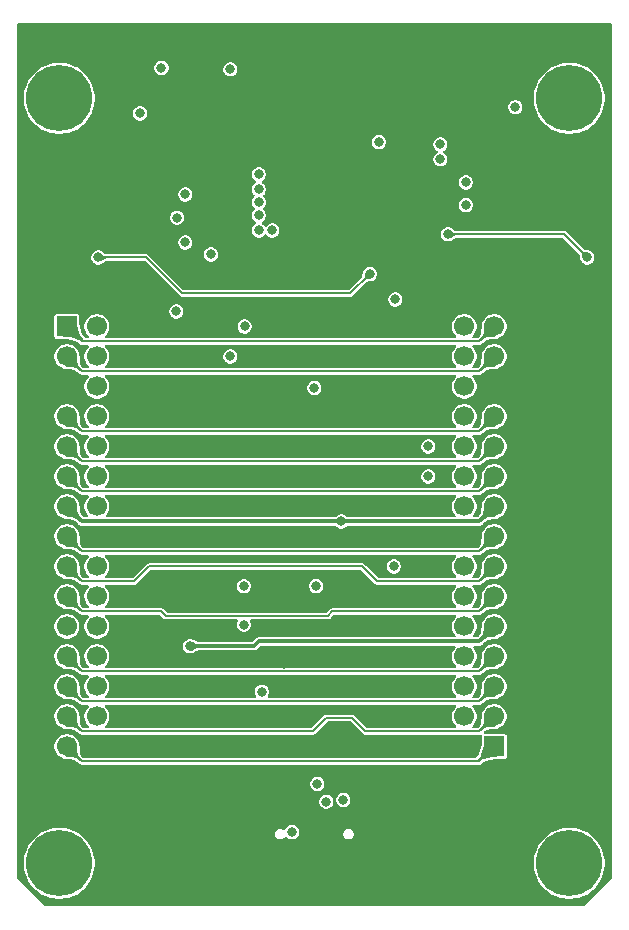
<source format=gbr>
%TF.GenerationSoftware,KiCad,Pcbnew,9.0.6*%
%TF.CreationDate,2026-01-25T13:47:59+09:00*%
%TF.ProjectId,esp32-s3-with-ken-interface,65737033-322d-4733-932d-776974682d6b,rev?*%
%TF.SameCoordinates,Original*%
%TF.FileFunction,Copper,L2,Inr*%
%TF.FilePolarity,Positive*%
%FSLAX46Y46*%
G04 Gerber Fmt 4.6, Leading zero omitted, Abs format (unit mm)*
G04 Created by KiCad (PCBNEW 9.0.6) date 2026-01-25 13:47:59*
%MOMM*%
%LPD*%
G01*
G04 APERTURE LIST*
%TA.AperFunction,ComponentPad*%
%ADD10C,5.600000*%
%TD*%
%TA.AperFunction,HeatsinkPad*%
%ADD11C,0.600000*%
%TD*%
%TA.AperFunction,ComponentPad*%
%ADD12O,1.050000X2.100000*%
%TD*%
%TA.AperFunction,ComponentPad*%
%ADD13R,1.700000X1.700000*%
%TD*%
%TA.AperFunction,ComponentPad*%
%ADD14C,1.700000*%
%TD*%
%TA.AperFunction,ViaPad*%
%ADD15C,0.800000*%
%TD*%
%TA.AperFunction,Conductor*%
%ADD16C,0.300000*%
%TD*%
%TA.AperFunction,Conductor*%
%ADD17C,0.150000*%
%TD*%
G04 APERTURE END LIST*
D10*
%TO.N,unconnected-(H1-Pad1)*%
%TO.C,H1*%
X105410000Y-116840000D03*
%TD*%
%TO.N,unconnected-(H2-Pad1)*%
%TO.C,H2*%
X62230000Y-116840000D03*
%TD*%
%TO.N,unconnected-(H4-Pad1)*%
%TO.C,H4*%
X105410000Y-52070000D03*
%TD*%
D11*
%TO.N,GND*%
%TO.C,U4*%
X80920000Y-54084000D03*
X80920000Y-55484000D03*
X81620000Y-53384000D03*
X81620000Y-54784000D03*
X81620000Y-56184000D03*
X82320000Y-54084000D03*
X82320000Y-55484000D03*
X83020000Y-53384000D03*
X83020000Y-54784000D03*
X83020000Y-56184000D03*
X83720000Y-54084000D03*
X83720000Y-55484000D03*
%TD*%
D10*
%TO.N,unconnected-(H3-Pad1)*%
%TO.C,H3*%
X62230000Y-52070000D03*
%TD*%
D12*
%TO.N,GND*%
%TO.C,J1*%
X79500000Y-113803000D03*
X88140000Y-113803000D03*
X79500000Y-117983000D03*
X88140000Y-117983000D03*
%TD*%
D13*
%TO.N,/ADC_A*%
%TO.C,U3*%
X62865000Y-71374000D03*
D14*
%TO.N,/IO17*%
X65405000Y-71374000D03*
%TO.N,/ADC_B*%
X62865000Y-73914000D03*
%TO.N,/IO18*%
X65405000Y-73914000D03*
%TO.N,GND*%
X62865000Y-76454000D03*
%TO.N,/IO19*%
X65405000Y-76454000D03*
%TO.N,/I2S_A_WS*%
X62865000Y-78994000D03*
%TO.N,/IO20*%
X65405000Y-78994000D03*
%TO.N,/I2S_A_SCK*%
X62865000Y-81534000D03*
%TO.N,+3V3*%
X65405000Y-81534000D03*
%TO.N,/I2S_A_SD*%
X62865000Y-84074000D03*
%TO.N,/I2C_A_SDA*%
X65405000Y-84074000D03*
%TO.N,+5V*%
X62865000Y-86614000D03*
%TO.N,/I2C_A_SCL*%
X65405000Y-86614000D03*
%TO.N,/I2S_B_DIN*%
X62865000Y-89154000D03*
%TO.N,GND*%
X65405000Y-89154000D03*
%TO.N,/I2S_B_BCLK*%
X62865000Y-91694000D03*
%TO.N,/IO11*%
X65405000Y-91694000D03*
%TO.N,/I2S_B_LRC*%
X62865000Y-94234000D03*
%TO.N,/IO13*%
X65405000Y-94234000D03*
%TO.N,+3V3*%
X62865000Y-96774000D03*
%TO.N,/IO12*%
X65405000Y-96774000D03*
%TO.N,/I2C_B_SDA*%
X62865000Y-99314000D03*
%TO.N,/IO10*%
X65405000Y-99314000D03*
%TO.N,/I2C_B_SCL*%
X62865000Y-101854000D03*
%TO.N,/BTN_A*%
X65405000Y-101854000D03*
%TO.N,/BTN_C*%
X62865000Y-104394000D03*
%TO.N,/BTN_B*%
X65405000Y-104394000D03*
%TO.N,/BTN_D*%
X62865000Y-106934000D03*
%TO.N,GND*%
X65405000Y-106934000D03*
%TD*%
D13*
%TO.N,/BTN_D*%
%TO.C,U5*%
X99060000Y-106934000D03*
D14*
%TO.N,GND*%
X96520000Y-106934000D03*
%TO.N,/BTN_C*%
X99060000Y-104394000D03*
%TO.N,/BTN_B*%
X96520000Y-104394000D03*
%TO.N,/I2C_B_SCL*%
X99060000Y-101854000D03*
%TO.N,/BTN_A*%
X96520000Y-101854000D03*
%TO.N,/I2C_B_SDA*%
X99060000Y-99314000D03*
%TO.N,/IO10*%
X96520000Y-99314000D03*
%TO.N,+3V3*%
X99060000Y-96774000D03*
%TO.N,/IO12*%
X96520000Y-96774000D03*
%TO.N,/I2S_B_LRC*%
X99060000Y-94234000D03*
%TO.N,/IO13*%
X96520000Y-94234000D03*
%TO.N,/I2S_B_BCLK*%
X99060000Y-91694000D03*
%TO.N,/IO11*%
X96520000Y-91694000D03*
%TO.N,/I2S_B_DIN*%
X99060000Y-89154000D03*
%TO.N,GND*%
X96520000Y-89154000D03*
%TO.N,+5V*%
X99060000Y-86614000D03*
%TO.N,/I2C_A_SCL*%
X96520000Y-86614000D03*
%TO.N,/I2S_A_SD*%
X99060000Y-84074000D03*
%TO.N,/I2C_A_SDA*%
X96520000Y-84074000D03*
%TO.N,/I2S_A_SCK*%
X99060000Y-81534000D03*
%TO.N,+3V3*%
X96520000Y-81534000D03*
%TO.N,/I2S_A_WS*%
X99060000Y-78994000D03*
%TO.N,/IO20*%
X96520000Y-78994000D03*
%TO.N,GND*%
X99060000Y-76454000D03*
%TO.N,/IO19*%
X96520000Y-76454000D03*
%TO.N,/ADC_B*%
X99060000Y-73914000D03*
%TO.N,/IO18*%
X96520000Y-73914000D03*
%TO.N,/ADC_A*%
X99060000Y-71374000D03*
%TO.N,/IO17*%
X96520000Y-71374000D03*
%TD*%
D15*
%TO.N,GND*%
X86614000Y-109093000D03*
X89154000Y-67945000D03*
X62992000Y-113030000D03*
X91059000Y-110998000D03*
X90805000Y-47117000D03*
X71882000Y-106934000D03*
X94742000Y-52197000D03*
X71120000Y-92964000D03*
X84836000Y-115697000D03*
X75565000Y-92456000D03*
X79121000Y-57277000D03*
X75565000Y-81534000D03*
X86360000Y-105791000D03*
X75565000Y-97536000D03*
X99060000Y-113030000D03*
X81280000Y-99949000D03*
X83185000Y-63246000D03*
X77851000Y-84074000D03*
X76962000Y-104267000D03*
X59690000Y-96774000D03*
X88265000Y-86614000D03*
X71882000Y-97536000D03*
X82931000Y-94869000D03*
X96647000Y-52197000D03*
X97790000Y-77724000D03*
X85979000Y-84074000D03*
X71882000Y-113030000D03*
X87630000Y-89281000D03*
X65532000Y-54610000D03*
X85090000Y-105791000D03*
X105918000Y-68326000D03*
X81153000Y-84074000D03*
X83058000Y-57531000D03*
X77851000Y-78994000D03*
X59690000Y-106934000D03*
X59690000Y-81661000D03*
X74168000Y-71374000D03*
X81280000Y-89281000D03*
X85852000Y-54737000D03*
X77851000Y-94996000D03*
X105918000Y-86614000D03*
X101981000Y-113030000D03*
X74168000Y-69723000D03*
X87376000Y-110998000D03*
X59690000Y-76454000D03*
X96520000Y-113030000D03*
X74168000Y-67183000D03*
X83185000Y-109093000D03*
X72771000Y-94996000D03*
X94107000Y-106934000D03*
X79121000Y-54737000D03*
X96774000Y-64643000D03*
X74168000Y-73914000D03*
X68453000Y-55880000D03*
X105918000Y-96774000D03*
X62230000Y-65532000D03*
X80010000Y-110109000D03*
X59690000Y-113030000D03*
X98933000Y-48387000D03*
X65532000Y-58928000D03*
X77851000Y-81534000D03*
X87376000Y-57658000D03*
X80391000Y-116459000D03*
X83566000Y-115697000D03*
X84455000Y-63246000D03*
X65405000Y-113030000D03*
X88265000Y-104521000D03*
X59690000Y-86741000D03*
X59182000Y-65532000D03*
X74168000Y-76327000D03*
X72390000Y-49530000D03*
X72136000Y-89154000D03*
X94488000Y-61087000D03*
X77851000Y-86614000D03*
X81280000Y-94869000D03*
X87249000Y-115062000D03*
X80391000Y-115062000D03*
X86995000Y-63246000D03*
X77851000Y-67183000D03*
X83693000Y-104140000D03*
X75438000Y-110109000D03*
X84836000Y-114173000D03*
X91567000Y-106934000D03*
X71882000Y-104394000D03*
X105918000Y-76454000D03*
X75565000Y-78994000D03*
X77851000Y-76454000D03*
X94742000Y-50927000D03*
X71882000Y-101854000D03*
X77851000Y-69723000D03*
X64389000Y-69723000D03*
X76962000Y-101346000D03*
X91567000Y-104521000D03*
X65532000Y-47371000D03*
X87630000Y-93218000D03*
X77089000Y-47117000D03*
X76962000Y-107315000D03*
X72644000Y-81534000D03*
X101981000Y-106934000D03*
X94488000Y-58547000D03*
X105918000Y-113030000D03*
X87376000Y-77978000D03*
X91567000Y-101981000D03*
X100457000Y-68326000D03*
X74041000Y-94996000D03*
X90805000Y-57277000D03*
%TO.N,/IO17*%
X79121000Y-58494000D03*
X72898000Y-60198000D03*
%TO.N,/IO18*%
X72199500Y-62166500D03*
X79121000Y-59764000D03*
%TO.N,+3V3*%
X73279000Y-98448500D03*
X69064500Y-53340000D03*
X79375000Y-102300000D03*
X83820000Y-76581000D03*
X70873500Y-49496000D03*
%TO.N,/MCU_RX*%
X80264000Y-63246000D03*
X77851000Y-96623500D03*
%TO.N,/MCU_TX*%
X79121000Y-63246000D03*
X77851000Y-93368500D03*
%TO.N,UD+*%
X84833905Y-111619779D03*
X84074000Y-110109000D03*
%TO.N,VBUS*%
X86270000Y-111469000D03*
X81917533Y-114175584D03*
%TO.N,/EN*%
X76708000Y-49604000D03*
X76708000Y-73914000D03*
%TO.N,/IO0*%
X106934000Y-65532000D03*
X90678000Y-69088000D03*
X83966558Y-93345000D03*
X95123000Y-63574000D03*
%TO.N,/IO48*%
X65532000Y-65532000D03*
X88519000Y-66929000D03*
%TO.N,/IO47*%
X89281000Y-55753000D03*
X100838000Y-52808500D03*
%TO.N,/IO11*%
X90551000Y-91694000D03*
%TO.N,/I2C_B_SDA*%
X96647000Y-61087000D03*
%TO.N,/I2C_B_SCL*%
X96647000Y-59182000D03*
%TO.N,/IO19*%
X79121000Y-60833000D03*
X72898000Y-64262000D03*
%TO.N,/BTN_A*%
X93472000Y-84074000D03*
%TO.N,/I2C_A_SDA*%
X72136000Y-70104000D03*
%TO.N,/BTN_B*%
X93472000Y-81534000D03*
%TO.N,/IO20*%
X79121000Y-61976000D03*
X75070000Y-65278000D03*
%TO.N,/I2C_A_SCL*%
X77914500Y-71374000D03*
%TO.N,/BTN_C*%
X94488000Y-57224000D03*
%TO.N,/BTN_D*%
X94488000Y-55954000D03*
%TO.N,+5V*%
X86106000Y-87884000D03*
%TD*%
D16*
%TO.N,+3V3*%
X99060000Y-96774000D02*
X97790000Y-98044000D01*
X97790000Y-98044000D02*
X79121000Y-98044000D01*
X78716500Y-98448500D02*
X73279000Y-98448500D01*
X79121000Y-98044000D02*
X78716500Y-98448500D01*
D17*
%TO.N,/IO0*%
X95123000Y-63574000D02*
X104976000Y-63574000D01*
X104976000Y-63574000D02*
X106934000Y-65532000D01*
%TO.N,/IO48*%
X65532000Y-65532000D02*
X69596000Y-65532000D01*
X69596000Y-65532000D02*
X72644000Y-68580000D01*
X72644000Y-68580000D02*
X86868000Y-68580000D01*
X86868000Y-68580000D02*
X88519000Y-66929000D01*
%TO.N,/I2C_B_SDA*%
X99060000Y-99314000D02*
X97790000Y-100584000D01*
X97790000Y-100584000D02*
X64135000Y-100584000D01*
X64135000Y-100584000D02*
X62865000Y-99314000D01*
%TO.N,/I2C_B_SCL*%
X64135000Y-103124000D02*
X62865000Y-101854000D01*
X97790000Y-103124000D02*
X64135000Y-103124000D01*
X99060000Y-101854000D02*
X97790000Y-103124000D01*
%TO.N,/BTN_B*%
X65532000Y-104394000D02*
X65659000Y-104521000D01*
%TO.N,/I2S_A_SD*%
X97790000Y-85344000D02*
X64135000Y-85344000D01*
X99060000Y-84074000D02*
X97790000Y-85344000D01*
X64135000Y-85344000D02*
X62865000Y-84074000D01*
%TO.N,/I2S_B_BCLK*%
X99060000Y-91694000D02*
X97790000Y-92964000D01*
X97790000Y-92964000D02*
X89154000Y-92964000D01*
X89154000Y-92964000D02*
X87884000Y-91694000D01*
X87884000Y-91694000D02*
X69850000Y-91694000D01*
X69850000Y-91694000D02*
X68580000Y-92964000D01*
X68580000Y-92964000D02*
X64135000Y-92964000D01*
X64135000Y-92964000D02*
X62865000Y-91694000D01*
%TO.N,/I2S_A_WS*%
X99060000Y-78994000D02*
X97790000Y-80264000D01*
X64135000Y-80264000D02*
X62865000Y-78994000D01*
X97790000Y-80264000D02*
X64135000Y-80264000D01*
%TO.N,/I2S_B_DIN*%
X64135000Y-90424000D02*
X62865000Y-89154000D01*
X97790000Y-90424000D02*
X64135000Y-90424000D01*
X99060000Y-89154000D02*
X97790000Y-90424000D01*
%TO.N,/I2S_A_SCK*%
X97790000Y-82804000D02*
X64135000Y-82804000D01*
X99060000Y-81534000D02*
X97790000Y-82804000D01*
X64135000Y-82804000D02*
X62865000Y-81534000D01*
%TO.N,/I2S_B_LRC*%
X84959298Y-95885000D02*
X71247000Y-95885000D01*
X64135000Y-95504000D02*
X62865000Y-94234000D01*
X71247000Y-95885000D02*
X70866000Y-95504000D01*
X97790000Y-95504000D02*
X85340298Y-95504000D01*
X70866000Y-95504000D02*
X64135000Y-95504000D01*
X85340298Y-95504000D02*
X84959298Y-95885000D01*
X99060000Y-94234000D02*
X97790000Y-95504000D01*
%TO.N,/ADC_A*%
X99060000Y-71374000D02*
X97790000Y-72644000D01*
X97790000Y-72644000D02*
X64135000Y-72644000D01*
X64135000Y-72644000D02*
X62865000Y-71374000D01*
%TO.N,/BTN_C*%
X62865000Y-104394000D02*
X64135000Y-105664000D01*
X64135000Y-105664000D02*
X83689702Y-105664000D01*
X84832702Y-104521000D02*
X86995000Y-104521000D01*
X88138000Y-105664000D02*
X97790000Y-105664000D01*
X86995000Y-104521000D02*
X88138000Y-105664000D01*
X97790000Y-105664000D02*
X99060000Y-104394000D01*
X83689702Y-105664000D02*
X84832702Y-104521000D01*
%TO.N,/BTN_D*%
X97790000Y-108204000D02*
X64135000Y-108204000D01*
X64135000Y-108204000D02*
X62865000Y-106934000D01*
X99060000Y-106934000D02*
X97790000Y-108204000D01*
%TO.N,/ADC_B*%
X97790000Y-75184000D02*
X64135000Y-75184000D01*
X99060000Y-73914000D02*
X97790000Y-75184000D01*
X64135000Y-75184000D02*
X62865000Y-73914000D01*
D16*
%TO.N,+5V*%
X99060000Y-86614000D02*
X97790000Y-87884000D01*
X64135000Y-87884000D02*
X62865000Y-86614000D01*
X97790000Y-87884000D02*
X64135000Y-87884000D01*
%TD*%
%TA.AperFunction,Conductor*%
%TO.N,GND*%
G36*
X95796544Y-103419185D02*
G01*
X95842299Y-103471989D01*
X95852243Y-103541147D01*
X95823218Y-103604703D01*
X95817186Y-103611181D01*
X95704025Y-103724341D01*
X95704024Y-103724342D01*
X95589058Y-103896403D01*
X95509870Y-104087579D01*
X95509868Y-104087587D01*
X95469500Y-104290530D01*
X95469500Y-104497469D01*
X95473069Y-104515410D01*
X95509870Y-104700420D01*
X95589059Y-104891598D01*
X95625009Y-104945401D01*
X95704024Y-105063657D01*
X95817186Y-105176819D01*
X95850671Y-105238142D01*
X95845687Y-105307834D01*
X95803815Y-105363767D01*
X95738351Y-105388184D01*
X95729505Y-105388500D01*
X88303478Y-105388500D01*
X88236439Y-105368815D01*
X88215797Y-105352181D01*
X87151059Y-104287444D01*
X87151055Y-104287441D01*
X87131956Y-104279530D01*
X87049800Y-104245500D01*
X84777902Y-104245500D01*
X84777900Y-104245500D01*
X84706301Y-104275158D01*
X84676641Y-104287443D01*
X83611906Y-105352181D01*
X83550583Y-105385666D01*
X83524225Y-105388500D01*
X66195495Y-105388500D01*
X66128456Y-105368815D01*
X66082701Y-105316011D01*
X66072757Y-105246853D01*
X66101782Y-105183297D01*
X66107814Y-105176819D01*
X66220974Y-105063658D01*
X66220975Y-105063657D01*
X66220977Y-105063655D01*
X66335941Y-104891598D01*
X66415130Y-104700420D01*
X66455500Y-104497465D01*
X66455500Y-104290535D01*
X66415130Y-104087580D01*
X66335941Y-103896402D01*
X66220977Y-103724345D01*
X66220975Y-103724342D01*
X66107814Y-103611181D01*
X66074329Y-103549858D01*
X66079313Y-103480166D01*
X66121185Y-103424233D01*
X66186649Y-103399816D01*
X66195495Y-103399500D01*
X95729505Y-103399500D01*
X95796544Y-103419185D01*
G37*
%TD.AperFunction*%
%TA.AperFunction,Conductor*%
G36*
X95796544Y-100879185D02*
G01*
X95842299Y-100931989D01*
X95852243Y-101001147D01*
X95823218Y-101064703D01*
X95817186Y-101071181D01*
X95704025Y-101184341D01*
X95704024Y-101184342D01*
X95589058Y-101356403D01*
X95509870Y-101547579D01*
X95509868Y-101547587D01*
X95469500Y-101750530D01*
X95469500Y-101957469D01*
X95509868Y-102160412D01*
X95509870Y-102160420D01*
X95589059Y-102351598D01*
X95625009Y-102405401D01*
X95704024Y-102523657D01*
X95817186Y-102636819D01*
X95850671Y-102698142D01*
X95845687Y-102767834D01*
X95803815Y-102823767D01*
X95738351Y-102848184D01*
X95729505Y-102848500D01*
X79966496Y-102848500D01*
X79899457Y-102828815D01*
X79853702Y-102776011D01*
X79843758Y-102706853D01*
X79859109Y-102662501D01*
X79931608Y-102536926D01*
X79934577Y-102531784D01*
X79975500Y-102379057D01*
X79975500Y-102220943D01*
X79934577Y-102068216D01*
X79880995Y-101975408D01*
X79855524Y-101931290D01*
X79855518Y-101931282D01*
X79743717Y-101819481D01*
X79743709Y-101819475D01*
X79606790Y-101740426D01*
X79606786Y-101740424D01*
X79606784Y-101740423D01*
X79454057Y-101699500D01*
X79295943Y-101699500D01*
X79143216Y-101740423D01*
X79143209Y-101740426D01*
X79006290Y-101819475D01*
X79006282Y-101819481D01*
X78894481Y-101931282D01*
X78894475Y-101931290D01*
X78815426Y-102068209D01*
X78815423Y-102068216D01*
X78774500Y-102220943D01*
X78774500Y-102379057D01*
X78814083Y-102526781D01*
X78815423Y-102531783D01*
X78815426Y-102531790D01*
X78890891Y-102662501D01*
X78907364Y-102730401D01*
X78884511Y-102796428D01*
X78829590Y-102839618D01*
X78783504Y-102848500D01*
X66195495Y-102848500D01*
X66128456Y-102828815D01*
X66082701Y-102776011D01*
X66072757Y-102706853D01*
X66101782Y-102643297D01*
X66107814Y-102636819D01*
X66220974Y-102523658D01*
X66220975Y-102523657D01*
X66220977Y-102523655D01*
X66335941Y-102351598D01*
X66415130Y-102160420D01*
X66455500Y-101957465D01*
X66455500Y-101750535D01*
X66415130Y-101547580D01*
X66335941Y-101356402D01*
X66220977Y-101184345D01*
X66220975Y-101184342D01*
X66107814Y-101071181D01*
X66074329Y-101009858D01*
X66079313Y-100940166D01*
X66121185Y-100884233D01*
X66186649Y-100859816D01*
X66195495Y-100859500D01*
X95729505Y-100859500D01*
X95796544Y-100879185D01*
G37*
%TD.AperFunction*%
%TA.AperFunction,Conductor*%
G36*
X87785562Y-91989185D02*
G01*
X87806204Y-92005819D01*
X88992289Y-93191906D01*
X88992291Y-93191906D01*
X88997941Y-93197557D01*
X89027599Y-93209841D01*
X89099200Y-93239500D01*
X95729505Y-93239500D01*
X95796544Y-93259185D01*
X95842299Y-93311989D01*
X95852243Y-93381147D01*
X95823218Y-93444703D01*
X95817186Y-93451181D01*
X95704025Y-93564341D01*
X95704024Y-93564342D01*
X95589058Y-93736403D01*
X95509870Y-93927579D01*
X95509868Y-93927587D01*
X95469500Y-94130530D01*
X95469500Y-94337469D01*
X95473069Y-94355410D01*
X95509870Y-94540420D01*
X95589059Y-94731598D01*
X95625009Y-94785401D01*
X95704024Y-94903657D01*
X95817186Y-95016819D01*
X95850671Y-95078142D01*
X95845687Y-95147834D01*
X95803815Y-95203767D01*
X95738351Y-95228184D01*
X95729505Y-95228500D01*
X85285496Y-95228500D01*
X85213897Y-95258158D01*
X85184239Y-95270442D01*
X85124874Y-95329808D01*
X84881500Y-95573182D01*
X84820179Y-95606666D01*
X84793821Y-95609500D01*
X71412478Y-95609500D01*
X71345439Y-95589815D01*
X71324797Y-95573181D01*
X71022059Y-95270444D01*
X71022058Y-95270443D01*
X70920800Y-95228500D01*
X66195495Y-95228500D01*
X66128456Y-95208815D01*
X66082701Y-95156011D01*
X66072757Y-95086853D01*
X66101782Y-95023297D01*
X66107814Y-95016819D01*
X66220974Y-94903658D01*
X66220975Y-94903657D01*
X66220977Y-94903655D01*
X66335941Y-94731598D01*
X66415130Y-94540420D01*
X66455500Y-94337465D01*
X66455500Y-94130535D01*
X66415130Y-93927580D01*
X66335941Y-93736402D01*
X66220977Y-93564345D01*
X66220975Y-93564342D01*
X66107814Y-93451181D01*
X66074329Y-93389858D01*
X66079313Y-93320166D01*
X66102313Y-93289443D01*
X77250500Y-93289443D01*
X77250500Y-93447557D01*
X77281793Y-93564342D01*
X77291423Y-93600283D01*
X77291426Y-93600290D01*
X77370475Y-93737209D01*
X77370479Y-93737214D01*
X77370480Y-93737216D01*
X77482284Y-93849020D01*
X77482286Y-93849021D01*
X77482290Y-93849024D01*
X77578512Y-93904577D01*
X77619216Y-93928077D01*
X77771943Y-93969000D01*
X77771945Y-93969000D01*
X77930055Y-93969000D01*
X77930057Y-93969000D01*
X78082784Y-93928077D01*
X78219716Y-93849020D01*
X78331520Y-93737216D01*
X78410577Y-93600284D01*
X78451500Y-93447557D01*
X78451500Y-93289443D01*
X78445203Y-93265943D01*
X83366058Y-93265943D01*
X83366058Y-93424057D01*
X83372355Y-93447555D01*
X83406981Y-93576783D01*
X83406984Y-93576790D01*
X83486033Y-93713709D01*
X83486037Y-93713714D01*
X83486038Y-93713716D01*
X83597842Y-93825520D01*
X83597844Y-93825521D01*
X83597848Y-93825524D01*
X83638552Y-93849024D01*
X83734774Y-93904577D01*
X83887501Y-93945500D01*
X83887503Y-93945500D01*
X84045613Y-93945500D01*
X84045615Y-93945500D01*
X84198342Y-93904577D01*
X84335274Y-93825520D01*
X84447078Y-93713716D01*
X84526135Y-93576784D01*
X84567058Y-93424057D01*
X84567058Y-93265943D01*
X84526135Y-93113216D01*
X84513885Y-93091998D01*
X84447082Y-92976290D01*
X84447076Y-92976282D01*
X84335275Y-92864481D01*
X84335267Y-92864475D01*
X84198348Y-92785426D01*
X84198344Y-92785424D01*
X84198342Y-92785423D01*
X84045615Y-92744500D01*
X83887501Y-92744500D01*
X83734774Y-92785423D01*
X83734767Y-92785426D01*
X83597848Y-92864475D01*
X83597840Y-92864481D01*
X83486039Y-92976282D01*
X83486033Y-92976290D01*
X83406984Y-93113209D01*
X83406981Y-93113216D01*
X83366058Y-93265943D01*
X78445203Y-93265943D01*
X78410577Y-93136716D01*
X78400960Y-93120058D01*
X78331524Y-92999790D01*
X78331518Y-92999782D01*
X78219717Y-92887981D01*
X78219709Y-92887975D01*
X78082790Y-92808926D01*
X78082786Y-92808924D01*
X78082784Y-92808923D01*
X77930057Y-92768000D01*
X77771943Y-92768000D01*
X77619216Y-92808923D01*
X77619209Y-92808926D01*
X77482290Y-92887975D01*
X77482282Y-92887981D01*
X77370481Y-92999782D01*
X77370475Y-92999790D01*
X77291426Y-93136709D01*
X77291423Y-93136716D01*
X77250500Y-93289443D01*
X66102313Y-93289443D01*
X66121185Y-93264233D01*
X66186649Y-93239816D01*
X66195495Y-93239500D01*
X68634799Y-93239500D01*
X68634800Y-93239500D01*
X68736058Y-93197557D01*
X68813557Y-93120058D01*
X68813556Y-93120058D01*
X69927797Y-92005819D01*
X69989120Y-91972334D01*
X70015478Y-91969500D01*
X87718523Y-91969500D01*
X87785562Y-91989185D01*
G37*
%TD.AperFunction*%
%TA.AperFunction,Conductor*%
G36*
X95796544Y-85639185D02*
G01*
X95842299Y-85691989D01*
X95852243Y-85761147D01*
X95823218Y-85824703D01*
X95817186Y-85831181D01*
X95704025Y-85944341D01*
X95704024Y-85944342D01*
X95589058Y-86116403D01*
X95509870Y-86307579D01*
X95509868Y-86307587D01*
X95469500Y-86510530D01*
X95469500Y-86717469D01*
X95509868Y-86920412D01*
X95509870Y-86920420D01*
X95589058Y-87111596D01*
X95704024Y-87283657D01*
X95742186Y-87321819D01*
X95775671Y-87383142D01*
X95770687Y-87452834D01*
X95728815Y-87508767D01*
X95663351Y-87533184D01*
X95654505Y-87533500D01*
X86656098Y-87533500D01*
X86589059Y-87513815D01*
X86568417Y-87497181D01*
X86474717Y-87403481D01*
X86474709Y-87403475D01*
X86337790Y-87324426D01*
X86337786Y-87324424D01*
X86337784Y-87324423D01*
X86185057Y-87283500D01*
X86026943Y-87283500D01*
X85874216Y-87324423D01*
X85874209Y-87324426D01*
X85737290Y-87403475D01*
X85737282Y-87403481D01*
X85643583Y-87497181D01*
X85582260Y-87530666D01*
X85555902Y-87533500D01*
X66270495Y-87533500D01*
X66203456Y-87513815D01*
X66157701Y-87461011D01*
X66147757Y-87391853D01*
X66176782Y-87328297D01*
X66182814Y-87321819D01*
X66220974Y-87283658D01*
X66220975Y-87283657D01*
X66220977Y-87283655D01*
X66335941Y-87111598D01*
X66415130Y-86920420D01*
X66455500Y-86717465D01*
X66455500Y-86510535D01*
X66415130Y-86307580D01*
X66335941Y-86116402D01*
X66220977Y-85944345D01*
X66220975Y-85944342D01*
X66107814Y-85831181D01*
X66074329Y-85769858D01*
X66079313Y-85700166D01*
X66121185Y-85644233D01*
X66186649Y-85619816D01*
X66195495Y-85619500D01*
X95729505Y-85619500D01*
X95796544Y-85639185D01*
G37*
%TD.AperFunction*%
%TA.AperFunction,Conductor*%
G36*
X95796544Y-83099185D02*
G01*
X95842299Y-83151989D01*
X95852243Y-83221147D01*
X95823218Y-83284703D01*
X95817186Y-83291181D01*
X95704025Y-83404341D01*
X95704024Y-83404342D01*
X95589058Y-83576403D01*
X95509870Y-83767579D01*
X95509868Y-83767587D01*
X95469500Y-83970530D01*
X95469500Y-84177469D01*
X95495024Y-84305784D01*
X95509870Y-84380420D01*
X95589059Y-84571598D01*
X95625009Y-84625401D01*
X95704024Y-84743657D01*
X95817186Y-84856819D01*
X95850671Y-84918142D01*
X95845687Y-84987834D01*
X95803815Y-85043767D01*
X95738351Y-85068184D01*
X95729505Y-85068500D01*
X66195495Y-85068500D01*
X66128456Y-85048815D01*
X66082701Y-84996011D01*
X66072757Y-84926853D01*
X66101782Y-84863297D01*
X66107814Y-84856819D01*
X66220974Y-84743658D01*
X66220975Y-84743657D01*
X66220977Y-84743655D01*
X66335941Y-84571598D01*
X66415130Y-84380420D01*
X66455500Y-84177465D01*
X66455500Y-83994943D01*
X92871500Y-83994943D01*
X92871500Y-84153057D01*
X92882849Y-84195410D01*
X92912423Y-84305783D01*
X92912426Y-84305790D01*
X92991475Y-84442709D01*
X92991479Y-84442714D01*
X92991480Y-84442716D01*
X93103284Y-84554520D01*
X93103286Y-84554521D01*
X93103290Y-84554524D01*
X93240209Y-84633573D01*
X93240216Y-84633577D01*
X93392943Y-84674500D01*
X93392945Y-84674500D01*
X93551055Y-84674500D01*
X93551057Y-84674500D01*
X93703784Y-84633577D01*
X93840716Y-84554520D01*
X93952520Y-84442716D01*
X94031577Y-84305784D01*
X94072500Y-84153057D01*
X94072500Y-83994943D01*
X94031577Y-83842216D01*
X94031573Y-83842209D01*
X93952524Y-83705290D01*
X93952518Y-83705282D01*
X93840717Y-83593481D01*
X93840709Y-83593475D01*
X93703790Y-83514426D01*
X93703786Y-83514424D01*
X93703784Y-83514423D01*
X93551057Y-83473500D01*
X93392943Y-83473500D01*
X93240216Y-83514423D01*
X93240209Y-83514426D01*
X93103290Y-83593475D01*
X93103282Y-83593481D01*
X92991481Y-83705282D01*
X92991475Y-83705290D01*
X92912426Y-83842209D01*
X92912423Y-83842216D01*
X92871500Y-83994943D01*
X66455500Y-83994943D01*
X66455500Y-83970535D01*
X66415130Y-83767580D01*
X66335941Y-83576402D01*
X66220977Y-83404345D01*
X66220975Y-83404342D01*
X66107814Y-83291181D01*
X66074329Y-83229858D01*
X66079313Y-83160166D01*
X66121185Y-83104233D01*
X66186649Y-83079816D01*
X66195495Y-83079500D01*
X95729505Y-83079500D01*
X95796544Y-83099185D01*
G37*
%TD.AperFunction*%
%TA.AperFunction,Conductor*%
G36*
X95796544Y-80559185D02*
G01*
X95842299Y-80611989D01*
X95852243Y-80681147D01*
X95823218Y-80744703D01*
X95817186Y-80751181D01*
X95704025Y-80864341D01*
X95704024Y-80864342D01*
X95589058Y-81036403D01*
X95509870Y-81227579D01*
X95509868Y-81227587D01*
X95469500Y-81430530D01*
X95469500Y-81637469D01*
X95495024Y-81765784D01*
X95509870Y-81840420D01*
X95589059Y-82031598D01*
X95625009Y-82085401D01*
X95704024Y-82203657D01*
X95817186Y-82316819D01*
X95850671Y-82378142D01*
X95845687Y-82447834D01*
X95803815Y-82503767D01*
X95738351Y-82528184D01*
X95729505Y-82528500D01*
X66195495Y-82528500D01*
X66128456Y-82508815D01*
X66082701Y-82456011D01*
X66072757Y-82386853D01*
X66101782Y-82323297D01*
X66107814Y-82316819D01*
X66220974Y-82203658D01*
X66220975Y-82203657D01*
X66220977Y-82203655D01*
X66335941Y-82031598D01*
X66415130Y-81840420D01*
X66455500Y-81637465D01*
X66455500Y-81454943D01*
X92871500Y-81454943D01*
X92871500Y-81613057D01*
X92882849Y-81655410D01*
X92912423Y-81765783D01*
X92912426Y-81765790D01*
X92991475Y-81902709D01*
X92991479Y-81902714D01*
X92991480Y-81902716D01*
X93103284Y-82014520D01*
X93103286Y-82014521D01*
X93103290Y-82014524D01*
X93240209Y-82093573D01*
X93240216Y-82093577D01*
X93392943Y-82134500D01*
X93392945Y-82134500D01*
X93551055Y-82134500D01*
X93551057Y-82134500D01*
X93703784Y-82093577D01*
X93840716Y-82014520D01*
X93952520Y-81902716D01*
X94031577Y-81765784D01*
X94072500Y-81613057D01*
X94072500Y-81454943D01*
X94031577Y-81302216D01*
X94031573Y-81302209D01*
X93952524Y-81165290D01*
X93952518Y-81165282D01*
X93840717Y-81053481D01*
X93840709Y-81053475D01*
X93703790Y-80974426D01*
X93703786Y-80974424D01*
X93703784Y-80974423D01*
X93551057Y-80933500D01*
X93392943Y-80933500D01*
X93240216Y-80974423D01*
X93240209Y-80974426D01*
X93103290Y-81053475D01*
X93103282Y-81053481D01*
X92991481Y-81165282D01*
X92991475Y-81165290D01*
X92912426Y-81302209D01*
X92912423Y-81302216D01*
X92871500Y-81454943D01*
X66455500Y-81454943D01*
X66455500Y-81430535D01*
X66415130Y-81227580D01*
X66335941Y-81036402D01*
X66220977Y-80864345D01*
X66220975Y-80864342D01*
X66107814Y-80751181D01*
X66074329Y-80689858D01*
X66079313Y-80620166D01*
X66121185Y-80564233D01*
X66186649Y-80539816D01*
X66195495Y-80539500D01*
X95729505Y-80539500D01*
X95796544Y-80559185D01*
G37*
%TD.AperFunction*%
%TA.AperFunction,Conductor*%
G36*
X95796544Y-72939185D02*
G01*
X95842299Y-72991989D01*
X95852243Y-73061147D01*
X95823218Y-73124703D01*
X95817186Y-73131181D01*
X95704025Y-73244341D01*
X95704024Y-73244342D01*
X95589058Y-73416403D01*
X95509870Y-73607579D01*
X95509868Y-73607587D01*
X95469500Y-73810530D01*
X95469500Y-74017469D01*
X95495024Y-74145784D01*
X95509870Y-74220420D01*
X95589059Y-74411598D01*
X95625009Y-74465401D01*
X95704024Y-74583657D01*
X95817186Y-74696819D01*
X95850671Y-74758142D01*
X95845687Y-74827834D01*
X95803815Y-74883767D01*
X95738351Y-74908184D01*
X95729505Y-74908500D01*
X66195495Y-74908500D01*
X66128456Y-74888815D01*
X66082701Y-74836011D01*
X66072757Y-74766853D01*
X66101782Y-74703297D01*
X66107814Y-74696819D01*
X66220974Y-74583658D01*
X66220975Y-74583657D01*
X66220977Y-74583655D01*
X66335941Y-74411598D01*
X66415130Y-74220420D01*
X66455500Y-74017465D01*
X66455500Y-73834943D01*
X76107500Y-73834943D01*
X76107500Y-73993057D01*
X76118849Y-74035410D01*
X76148423Y-74145783D01*
X76148426Y-74145790D01*
X76227475Y-74282709D01*
X76227479Y-74282714D01*
X76227480Y-74282716D01*
X76339284Y-74394520D01*
X76339286Y-74394521D01*
X76339290Y-74394524D01*
X76476209Y-74473573D01*
X76476216Y-74473577D01*
X76628943Y-74514500D01*
X76628945Y-74514500D01*
X76787055Y-74514500D01*
X76787057Y-74514500D01*
X76939784Y-74473577D01*
X77076716Y-74394520D01*
X77188520Y-74282716D01*
X77267577Y-74145784D01*
X77308500Y-73993057D01*
X77308500Y-73834943D01*
X77267577Y-73682216D01*
X77267573Y-73682209D01*
X77188524Y-73545290D01*
X77188518Y-73545282D01*
X77076717Y-73433481D01*
X77076709Y-73433475D01*
X76939790Y-73354426D01*
X76939786Y-73354424D01*
X76939784Y-73354423D01*
X76787057Y-73313500D01*
X76628943Y-73313500D01*
X76476216Y-73354423D01*
X76476209Y-73354426D01*
X76339290Y-73433475D01*
X76339282Y-73433481D01*
X76227481Y-73545282D01*
X76227475Y-73545290D01*
X76148426Y-73682209D01*
X76148423Y-73682216D01*
X76107500Y-73834943D01*
X66455500Y-73834943D01*
X66455500Y-73810535D01*
X66415130Y-73607580D01*
X66335941Y-73416402D01*
X66220977Y-73244345D01*
X66220975Y-73244342D01*
X66107814Y-73131181D01*
X66074329Y-73069858D01*
X66079313Y-73000166D01*
X66121185Y-72944233D01*
X66186649Y-72919816D01*
X66195495Y-72919500D01*
X95729505Y-72919500D01*
X95796544Y-72939185D01*
G37*
%TD.AperFunction*%
%TA.AperFunction,Conductor*%
G36*
X108962539Y-45739685D02*
G01*
X109008294Y-45792489D01*
X109019500Y-45844000D01*
X109019500Y-117975588D01*
X108999815Y-118042627D01*
X108983181Y-118063269D01*
X106633269Y-120413181D01*
X106571946Y-120446666D01*
X106545588Y-120449500D01*
X61094411Y-120449500D01*
X61027372Y-120429815D01*
X61006730Y-120413181D01*
X58656819Y-118063269D01*
X58623334Y-118001946D01*
X58620500Y-117975588D01*
X58620500Y-116671491D01*
X59229500Y-116671491D01*
X59229500Y-117008508D01*
X59267231Y-117343381D01*
X59267233Y-117343397D01*
X59342223Y-117671953D01*
X59342227Y-117671965D01*
X59453532Y-117990054D01*
X59599752Y-118293683D01*
X59599754Y-118293686D01*
X59779054Y-118579039D01*
X59989175Y-118842523D01*
X60227477Y-119080825D01*
X60490961Y-119290946D01*
X60776314Y-119470246D01*
X61079949Y-119616469D01*
X61318848Y-119700063D01*
X61398034Y-119727772D01*
X61398046Y-119727776D01*
X61726606Y-119802767D01*
X62061492Y-119840499D01*
X62061493Y-119840500D01*
X62061496Y-119840500D01*
X62398507Y-119840500D01*
X62398507Y-119840499D01*
X62733394Y-119802767D01*
X63061954Y-119727776D01*
X63380051Y-119616469D01*
X63683686Y-119470246D01*
X63969039Y-119290946D01*
X64232523Y-119080825D01*
X64470825Y-118842523D01*
X64680946Y-118579039D01*
X64860246Y-118293686D01*
X65006469Y-117990051D01*
X65117776Y-117671954D01*
X65192767Y-117343394D01*
X65230500Y-117008504D01*
X65230500Y-116671496D01*
X65230499Y-116671491D01*
X102409500Y-116671491D01*
X102409500Y-117008508D01*
X102447231Y-117343381D01*
X102447233Y-117343397D01*
X102522223Y-117671953D01*
X102522227Y-117671965D01*
X102633532Y-117990054D01*
X102779752Y-118293683D01*
X102779754Y-118293686D01*
X102959054Y-118579039D01*
X103169175Y-118842523D01*
X103407477Y-119080825D01*
X103670961Y-119290946D01*
X103956314Y-119470246D01*
X104259949Y-119616469D01*
X104498848Y-119700063D01*
X104578034Y-119727772D01*
X104578046Y-119727776D01*
X104906606Y-119802767D01*
X105241492Y-119840499D01*
X105241493Y-119840500D01*
X105241496Y-119840500D01*
X105578507Y-119840500D01*
X105578507Y-119840499D01*
X105913394Y-119802767D01*
X106241954Y-119727776D01*
X106560051Y-119616469D01*
X106863686Y-119470246D01*
X107149039Y-119290946D01*
X107412523Y-119080825D01*
X107650825Y-118842523D01*
X107860946Y-118579039D01*
X108040246Y-118293686D01*
X108186469Y-117990051D01*
X108297776Y-117671954D01*
X108372767Y-117343394D01*
X108410500Y-117008504D01*
X108410500Y-116671496D01*
X108372767Y-116336606D01*
X108297776Y-116008046D01*
X108186469Y-115689949D01*
X108040246Y-115386314D01*
X107860946Y-115100961D01*
X107650825Y-114837477D01*
X107412523Y-114599175D01*
X107400492Y-114589581D01*
X107296796Y-114506886D01*
X107149039Y-114389054D01*
X106863686Y-114209754D01*
X106863683Y-114209752D01*
X106560054Y-114063532D01*
X106241965Y-113952227D01*
X106241953Y-113952223D01*
X105913397Y-113877233D01*
X105913381Y-113877231D01*
X105578508Y-113839500D01*
X105578504Y-113839500D01*
X105241496Y-113839500D01*
X105241491Y-113839500D01*
X104906618Y-113877231D01*
X104906602Y-113877233D01*
X104578046Y-113952223D01*
X104578034Y-113952227D01*
X104259945Y-114063532D01*
X103956316Y-114209752D01*
X103670962Y-114389053D01*
X103407477Y-114599174D01*
X103169174Y-114837477D01*
X102959053Y-115100962D01*
X102779752Y-115386316D01*
X102633532Y-115689945D01*
X102522227Y-116008034D01*
X102522223Y-116008046D01*
X102447233Y-116336602D01*
X102447231Y-116336618D01*
X102409500Y-116671491D01*
X65230499Y-116671491D01*
X65192767Y-116336606D01*
X65117776Y-116008046D01*
X65006469Y-115689949D01*
X64860246Y-115386314D01*
X64680946Y-115100961D01*
X64470825Y-114837477D01*
X64232523Y-114599175D01*
X64220492Y-114589581D01*
X64116796Y-114506886D01*
X63969039Y-114389054D01*
X63785441Y-114273691D01*
X80479500Y-114273691D01*
X80479500Y-114392309D01*
X80510201Y-114506886D01*
X80569511Y-114609613D01*
X80653387Y-114693489D01*
X80756114Y-114752799D01*
X80870691Y-114783500D01*
X80870694Y-114783500D01*
X80989306Y-114783500D01*
X80989309Y-114783500D01*
X81103886Y-114752799D01*
X81206613Y-114693489D01*
X81290489Y-114609613D01*
X81290493Y-114609605D01*
X81295437Y-114603164D01*
X81297930Y-114605077D01*
X81337703Y-114567093D01*
X81406299Y-114553814D01*
X81471185Y-114579729D01*
X81482294Y-114589581D01*
X81548817Y-114656104D01*
X81548819Y-114656105D01*
X81548823Y-114656108D01*
X81613570Y-114693489D01*
X81685749Y-114735161D01*
X81838476Y-114776084D01*
X81838478Y-114776084D01*
X81996588Y-114776084D01*
X81996590Y-114776084D01*
X82149317Y-114735161D01*
X82286249Y-114656104D01*
X82398053Y-114544300D01*
X82477110Y-114407368D01*
X82512929Y-114273691D01*
X86259500Y-114273691D01*
X86259500Y-114392309D01*
X86290201Y-114506886D01*
X86349511Y-114609613D01*
X86433387Y-114693489D01*
X86536114Y-114752799D01*
X86650691Y-114783500D01*
X86650694Y-114783500D01*
X86769306Y-114783500D01*
X86769309Y-114783500D01*
X86883886Y-114752799D01*
X86986613Y-114693489D01*
X87070489Y-114609613D01*
X87129799Y-114506886D01*
X87160500Y-114392309D01*
X87160500Y-114273691D01*
X87129799Y-114159114D01*
X87070489Y-114056387D01*
X86986613Y-113972511D01*
X86883886Y-113913201D01*
X86769309Y-113882500D01*
X86650691Y-113882500D01*
X86536114Y-113913201D01*
X86536112Y-113913201D01*
X86536112Y-113913202D01*
X86433387Y-113972511D01*
X86433384Y-113972513D01*
X86349513Y-114056384D01*
X86349511Y-114056387D01*
X86290201Y-114159114D01*
X86259500Y-114273691D01*
X82512929Y-114273691D01*
X82518033Y-114254641D01*
X82518033Y-114096527D01*
X82477110Y-113943800D01*
X82465378Y-113923479D01*
X82398057Y-113806874D01*
X82398051Y-113806866D01*
X82286250Y-113695065D01*
X82286242Y-113695059D01*
X82149323Y-113616010D01*
X82149319Y-113616008D01*
X82149317Y-113616007D01*
X81996590Y-113575084D01*
X81838476Y-113575084D01*
X81685749Y-113616007D01*
X81685742Y-113616010D01*
X81548823Y-113695059D01*
X81548815Y-113695065D01*
X81437014Y-113806866D01*
X81437010Y-113806871D01*
X81369687Y-113923479D01*
X81319120Y-113971695D01*
X81250513Y-113984918D01*
X81200300Y-113968866D01*
X81103886Y-113913201D01*
X80989309Y-113882500D01*
X80870691Y-113882500D01*
X80756114Y-113913201D01*
X80756112Y-113913201D01*
X80756112Y-113913202D01*
X80653387Y-113972511D01*
X80653384Y-113972513D01*
X80569513Y-114056384D01*
X80569511Y-114056387D01*
X80510201Y-114159114D01*
X80479500Y-114273691D01*
X63785441Y-114273691D01*
X63683686Y-114209754D01*
X63683683Y-114209752D01*
X63380054Y-114063532D01*
X63061965Y-113952227D01*
X63061953Y-113952223D01*
X62733397Y-113877233D01*
X62733381Y-113877231D01*
X62398508Y-113839500D01*
X62398504Y-113839500D01*
X62061496Y-113839500D01*
X62061491Y-113839500D01*
X61726618Y-113877231D01*
X61726602Y-113877233D01*
X61398046Y-113952223D01*
X61398034Y-113952227D01*
X61079945Y-114063532D01*
X60776316Y-114209752D01*
X60490962Y-114389053D01*
X60227477Y-114599174D01*
X59989174Y-114837477D01*
X59779053Y-115100962D01*
X59599752Y-115386316D01*
X59453532Y-115689945D01*
X59342227Y-116008034D01*
X59342223Y-116008046D01*
X59267233Y-116336602D01*
X59267231Y-116336618D01*
X59229500Y-116671491D01*
X58620500Y-116671491D01*
X58620500Y-111540722D01*
X84233405Y-111540722D01*
X84233405Y-111698835D01*
X84274328Y-111851562D01*
X84274331Y-111851569D01*
X84353380Y-111988488D01*
X84353384Y-111988493D01*
X84353385Y-111988495D01*
X84465189Y-112100299D01*
X84465191Y-112100300D01*
X84465195Y-112100303D01*
X84602114Y-112179352D01*
X84602121Y-112179356D01*
X84754848Y-112220279D01*
X84754850Y-112220279D01*
X84912960Y-112220279D01*
X84912962Y-112220279D01*
X85065689Y-112179356D01*
X85202621Y-112100299D01*
X85314425Y-111988495D01*
X85393482Y-111851563D01*
X85434405Y-111698836D01*
X85434405Y-111540722D01*
X85394004Y-111389943D01*
X85669500Y-111389943D01*
X85669500Y-111548057D01*
X85680872Y-111590497D01*
X85710423Y-111700783D01*
X85710426Y-111700790D01*
X85789475Y-111837709D01*
X85789479Y-111837714D01*
X85789480Y-111837716D01*
X85901284Y-111949520D01*
X85901286Y-111949521D01*
X85901290Y-111949524D01*
X85968779Y-111988488D01*
X86038216Y-112028577D01*
X86190943Y-112069500D01*
X86190945Y-112069500D01*
X86349055Y-112069500D01*
X86349057Y-112069500D01*
X86501784Y-112028577D01*
X86638716Y-111949520D01*
X86750520Y-111837716D01*
X86829577Y-111700784D01*
X86870500Y-111548057D01*
X86870500Y-111389943D01*
X86829577Y-111237216D01*
X86773022Y-111139259D01*
X86750524Y-111100290D01*
X86750518Y-111100282D01*
X86638717Y-110988481D01*
X86638709Y-110988475D01*
X86501790Y-110909426D01*
X86501786Y-110909424D01*
X86501784Y-110909423D01*
X86349057Y-110868500D01*
X86190943Y-110868500D01*
X86038216Y-110909423D01*
X86038209Y-110909426D01*
X85901290Y-110988475D01*
X85901282Y-110988481D01*
X85789481Y-111100282D01*
X85789475Y-111100290D01*
X85710426Y-111237209D01*
X85710423Y-111237216D01*
X85669500Y-111389943D01*
X85394004Y-111389943D01*
X85393482Y-111387995D01*
X85393478Y-111387988D01*
X85314429Y-111251069D01*
X85314423Y-111251061D01*
X85202622Y-111139260D01*
X85202614Y-111139254D01*
X85065695Y-111060205D01*
X85065691Y-111060203D01*
X85065689Y-111060202D01*
X84912962Y-111019279D01*
X84754848Y-111019279D01*
X84602121Y-111060202D01*
X84602114Y-111060205D01*
X84465195Y-111139254D01*
X84465187Y-111139260D01*
X84353386Y-111251061D01*
X84353380Y-111251069D01*
X84274331Y-111387988D01*
X84274328Y-111387995D01*
X84233405Y-111540722D01*
X58620500Y-111540722D01*
X58620500Y-110029943D01*
X83473500Y-110029943D01*
X83473500Y-110188056D01*
X83514423Y-110340783D01*
X83514426Y-110340790D01*
X83593475Y-110477709D01*
X83593479Y-110477714D01*
X83593480Y-110477716D01*
X83705284Y-110589520D01*
X83705286Y-110589521D01*
X83705290Y-110589524D01*
X83842209Y-110668573D01*
X83842216Y-110668577D01*
X83994943Y-110709500D01*
X83994945Y-110709500D01*
X84153055Y-110709500D01*
X84153057Y-110709500D01*
X84305784Y-110668577D01*
X84442716Y-110589520D01*
X84554520Y-110477716D01*
X84633577Y-110340784D01*
X84674500Y-110188057D01*
X84674500Y-110029943D01*
X84633577Y-109877216D01*
X84633573Y-109877209D01*
X84554524Y-109740290D01*
X84554518Y-109740282D01*
X84442717Y-109628481D01*
X84442709Y-109628475D01*
X84305790Y-109549426D01*
X84305786Y-109549424D01*
X84305784Y-109549423D01*
X84153057Y-109508500D01*
X83994943Y-109508500D01*
X83842216Y-109549423D01*
X83842209Y-109549426D01*
X83705290Y-109628475D01*
X83705282Y-109628481D01*
X83593481Y-109740282D01*
X83593475Y-109740290D01*
X83514426Y-109877209D01*
X83514423Y-109877216D01*
X83473500Y-110029943D01*
X58620500Y-110029943D01*
X58620500Y-96670530D01*
X61814500Y-96670530D01*
X61814500Y-96877469D01*
X61854868Y-97080412D01*
X61854870Y-97080420D01*
X61934058Y-97271596D01*
X62049024Y-97443657D01*
X62195342Y-97589975D01*
X62195345Y-97589977D01*
X62367402Y-97704941D01*
X62558580Y-97784130D01*
X62761530Y-97824499D01*
X62761534Y-97824500D01*
X62761535Y-97824500D01*
X62968466Y-97824500D01*
X62968467Y-97824499D01*
X63171420Y-97784130D01*
X63362598Y-97704941D01*
X63534655Y-97589977D01*
X63680977Y-97443655D01*
X63795941Y-97271598D01*
X63875130Y-97080420D01*
X63915500Y-96877465D01*
X63915500Y-96670535D01*
X63875130Y-96467580D01*
X63795941Y-96276402D01*
X63680977Y-96104345D01*
X63680975Y-96104342D01*
X63534657Y-95958024D01*
X63448626Y-95900541D01*
X63362598Y-95843059D01*
X63268864Y-95804233D01*
X63171420Y-95763870D01*
X63171412Y-95763868D01*
X62968469Y-95723500D01*
X62968465Y-95723500D01*
X62761535Y-95723500D01*
X62761530Y-95723500D01*
X62558587Y-95763868D01*
X62558579Y-95763870D01*
X62367403Y-95843058D01*
X62195342Y-95958024D01*
X62049024Y-96104342D01*
X61934058Y-96276403D01*
X61854870Y-96467579D01*
X61854868Y-96467587D01*
X61814500Y-96670530D01*
X58620500Y-96670530D01*
X58620500Y-89050530D01*
X61814500Y-89050530D01*
X61814500Y-89257469D01*
X61818069Y-89275410D01*
X61854870Y-89460420D01*
X61934059Y-89651598D01*
X61970009Y-89705401D01*
X62049024Y-89823657D01*
X62195342Y-89969975D01*
X62195345Y-89969977D01*
X62367402Y-90084941D01*
X62558580Y-90164130D01*
X62655121Y-90183333D01*
X62681884Y-90192809D01*
X62758837Y-90203963D01*
X62761535Y-90204500D01*
X62761543Y-90204500D01*
X62761826Y-90204528D01*
X62767462Y-90205214D01*
X62965140Y-90233867D01*
X62969445Y-90234491D01*
X62975455Y-90235241D01*
X62977394Y-90235484D01*
X62977399Y-90235484D01*
X62977435Y-90235489D01*
X62978348Y-90235585D01*
X62986409Y-90236273D01*
X63193104Y-90249808D01*
X63194204Y-90249884D01*
X63376600Y-90263465D01*
X63388926Y-90265009D01*
X63445454Y-90274989D01*
X63459524Y-90278330D01*
X63510268Y-90293556D01*
X63525887Y-90299414D01*
X63578428Y-90323268D01*
X63592625Y-90330864D01*
X63656320Y-90370465D01*
X63667471Y-90378278D01*
X63747638Y-90441293D01*
X63755655Y-90448168D01*
X63825489Y-90513417D01*
X63853937Y-90539998D01*
X63862499Y-90545409D01*
X63883927Y-90562543D01*
X63978941Y-90657557D01*
X64008595Y-90669839D01*
X64008597Y-90669841D01*
X64008598Y-90669841D01*
X64029570Y-90678527D01*
X64080200Y-90699500D01*
X64614505Y-90699500D01*
X64681544Y-90719185D01*
X64727299Y-90771989D01*
X64737243Y-90841147D01*
X64708218Y-90904703D01*
X64702186Y-90911181D01*
X64589025Y-91024341D01*
X64589024Y-91024342D01*
X64474058Y-91196403D01*
X64394870Y-91387579D01*
X64394868Y-91387587D01*
X64354500Y-91590530D01*
X64354500Y-91797469D01*
X64389283Y-91972334D01*
X64394870Y-92000420D01*
X64474059Y-92191598D01*
X64510009Y-92245401D01*
X64589024Y-92363657D01*
X64702186Y-92476819D01*
X64735671Y-92538142D01*
X64730687Y-92607834D01*
X64688815Y-92663767D01*
X64623351Y-92688184D01*
X64614505Y-92688500D01*
X64309908Y-92688500D01*
X64278628Y-92679315D01*
X64247004Y-92671360D01*
X64244376Y-92669257D01*
X64242869Y-92668815D01*
X64219452Y-92649315D01*
X64162825Y-92588914D01*
X64156351Y-92581427D01*
X64093898Y-92503066D01*
X64086863Y-92493300D01*
X64050474Y-92437228D01*
X64043770Y-92425552D01*
X64024034Y-92386398D01*
X64016164Y-92366781D01*
X63986061Y-92268135D01*
X63981396Y-92245414D01*
X63964769Y-92093126D01*
X63964212Y-92086207D01*
X63961076Y-92026479D01*
X63961069Y-92026353D01*
X63960952Y-92024312D01*
X63960941Y-92024136D01*
X63960873Y-92023088D01*
X63960870Y-92023046D01*
X63960859Y-92022873D01*
X63952041Y-91892515D01*
X63945673Y-91798354D01*
X63944966Y-91790281D01*
X63944867Y-91789359D01*
X63943830Y-91781232D01*
X63903751Y-91510255D01*
X63902937Y-91505188D01*
X63902840Y-91504629D01*
X63898247Y-91493127D01*
X63891791Y-91471348D01*
X63875130Y-91387580D01*
X63795941Y-91196402D01*
X63680977Y-91024345D01*
X63680975Y-91024342D01*
X63534657Y-90878024D01*
X63408764Y-90793906D01*
X63362598Y-90763059D01*
X63329115Y-90749190D01*
X63171420Y-90683870D01*
X63171412Y-90683868D01*
X62968469Y-90643500D01*
X62968465Y-90643500D01*
X62761535Y-90643500D01*
X62761530Y-90643500D01*
X62558587Y-90683868D01*
X62558579Y-90683870D01*
X62367403Y-90763058D01*
X62195342Y-90878024D01*
X62049024Y-91024342D01*
X61934058Y-91196403D01*
X61854870Y-91387579D01*
X61854868Y-91387587D01*
X61814500Y-91590530D01*
X61814500Y-91797469D01*
X61849283Y-91972334D01*
X61854870Y-92000420D01*
X61934059Y-92191598D01*
X61970009Y-92245401D01*
X62049024Y-92363657D01*
X62195342Y-92509975D01*
X62195345Y-92509977D01*
X62367402Y-92624941D01*
X62558580Y-92704130D01*
X62655121Y-92723333D01*
X62681884Y-92732809D01*
X62758837Y-92743963D01*
X62761535Y-92744500D01*
X62761543Y-92744500D01*
X62761826Y-92744528D01*
X62767462Y-92745214D01*
X62965140Y-92773867D01*
X62969445Y-92774491D01*
X62975455Y-92775241D01*
X62977394Y-92775484D01*
X62977399Y-92775484D01*
X62977435Y-92775489D01*
X62978348Y-92775585D01*
X62986409Y-92776273D01*
X63193104Y-92789808D01*
X63194204Y-92789884D01*
X63376600Y-92803465D01*
X63388926Y-92805009D01*
X63445454Y-92814989D01*
X63459524Y-92818330D01*
X63510268Y-92833556D01*
X63525887Y-92839414D01*
X63578428Y-92863268D01*
X63592625Y-92870864D01*
X63656320Y-92910465D01*
X63667471Y-92918278D01*
X63747638Y-92981293D01*
X63755655Y-92988168D01*
X63768085Y-92999782D01*
X63853937Y-93079998D01*
X63862499Y-93085409D01*
X63883927Y-93102543D01*
X63978941Y-93197557D01*
X64008595Y-93209839D01*
X64008597Y-93209841D01*
X64008598Y-93209841D01*
X64029570Y-93218527D01*
X64080200Y-93239500D01*
X64614505Y-93239500D01*
X64681544Y-93259185D01*
X64727299Y-93311989D01*
X64737243Y-93381147D01*
X64708218Y-93444703D01*
X64702186Y-93451181D01*
X64589025Y-93564341D01*
X64589024Y-93564342D01*
X64474058Y-93736403D01*
X64394870Y-93927579D01*
X64394868Y-93927587D01*
X64354500Y-94130530D01*
X64354500Y-94337469D01*
X64358069Y-94355410D01*
X64394870Y-94540420D01*
X64474059Y-94731598D01*
X64510009Y-94785401D01*
X64589024Y-94903657D01*
X64702186Y-95016819D01*
X64735671Y-95078142D01*
X64730687Y-95147834D01*
X64688815Y-95203767D01*
X64623351Y-95228184D01*
X64614505Y-95228500D01*
X64309908Y-95228500D01*
X64278628Y-95219315D01*
X64247004Y-95211360D01*
X64244376Y-95209257D01*
X64242869Y-95208815D01*
X64219452Y-95189315D01*
X64162825Y-95128914D01*
X64156351Y-95121427D01*
X64093898Y-95043066D01*
X64086863Y-95033300D01*
X64050474Y-94977228D01*
X64043770Y-94965552D01*
X64024034Y-94926398D01*
X64016164Y-94906781D01*
X63986061Y-94808135D01*
X63981396Y-94785414D01*
X63964769Y-94633126D01*
X63964212Y-94626207D01*
X63961076Y-94566479D01*
X63961069Y-94566353D01*
X63960952Y-94564312D01*
X63960941Y-94564136D01*
X63960873Y-94563088D01*
X63960870Y-94563046D01*
X63960859Y-94562873D01*
X63952041Y-94432515D01*
X63945673Y-94338354D01*
X63944966Y-94330281D01*
X63944867Y-94329359D01*
X63943830Y-94321232D01*
X63903751Y-94050255D01*
X63902937Y-94045188D01*
X63902840Y-94044629D01*
X63898247Y-94033127D01*
X63891791Y-94011348D01*
X63875130Y-93927580D01*
X63795941Y-93736402D01*
X63680977Y-93564345D01*
X63680975Y-93564342D01*
X63534657Y-93418024D01*
X63448626Y-93360541D01*
X63362598Y-93303059D01*
X63329726Y-93289443D01*
X63171420Y-93223870D01*
X63171412Y-93223868D01*
X62968469Y-93183500D01*
X62968465Y-93183500D01*
X62761535Y-93183500D01*
X62761530Y-93183500D01*
X62558587Y-93223868D01*
X62558579Y-93223870D01*
X62367403Y-93303058D01*
X62195342Y-93418024D01*
X62049024Y-93564342D01*
X61934058Y-93736403D01*
X61854870Y-93927579D01*
X61854868Y-93927587D01*
X61814500Y-94130530D01*
X61814500Y-94337469D01*
X61818069Y-94355410D01*
X61854870Y-94540420D01*
X61934059Y-94731598D01*
X61970009Y-94785401D01*
X62049024Y-94903657D01*
X62195342Y-95049975D01*
X62195345Y-95049977D01*
X62367402Y-95164941D01*
X62558580Y-95244130D01*
X62655121Y-95263333D01*
X62681884Y-95272809D01*
X62758837Y-95283963D01*
X62761535Y-95284500D01*
X62761543Y-95284500D01*
X62761826Y-95284528D01*
X62767462Y-95285214D01*
X62965140Y-95313867D01*
X62969445Y-95314491D01*
X62975455Y-95315241D01*
X62977394Y-95315484D01*
X62977399Y-95315484D01*
X62977435Y-95315489D01*
X62978348Y-95315585D01*
X62986409Y-95316273D01*
X63193104Y-95329808D01*
X63194204Y-95329884D01*
X63376600Y-95343465D01*
X63388926Y-95345009D01*
X63445454Y-95354989D01*
X63459524Y-95358330D01*
X63510268Y-95373556D01*
X63525887Y-95379414D01*
X63578428Y-95403268D01*
X63592625Y-95410864D01*
X63656320Y-95450465D01*
X63667471Y-95458278D01*
X63747638Y-95521293D01*
X63755655Y-95528168D01*
X63803831Y-95573181D01*
X63853937Y-95619998D01*
X63862499Y-95625409D01*
X63883927Y-95642543D01*
X63978941Y-95737557D01*
X64008595Y-95749839D01*
X64008597Y-95749841D01*
X64008598Y-95749841D01*
X64029570Y-95758527D01*
X64080200Y-95779500D01*
X64614505Y-95779500D01*
X64681544Y-95799185D01*
X64727299Y-95851989D01*
X64737243Y-95921147D01*
X64708218Y-95984703D01*
X64702186Y-95991181D01*
X64589025Y-96104341D01*
X64589024Y-96104342D01*
X64474058Y-96276403D01*
X64394870Y-96467579D01*
X64394868Y-96467587D01*
X64354500Y-96670530D01*
X64354500Y-96877469D01*
X64394868Y-97080412D01*
X64394870Y-97080420D01*
X64474058Y-97271596D01*
X64589024Y-97443657D01*
X64735342Y-97589975D01*
X64735345Y-97589977D01*
X64907402Y-97704941D01*
X65098580Y-97784130D01*
X65301530Y-97824499D01*
X65301534Y-97824500D01*
X65301535Y-97824500D01*
X65508466Y-97824500D01*
X65508467Y-97824499D01*
X65711420Y-97784130D01*
X65902598Y-97704941D01*
X66074655Y-97589977D01*
X66220977Y-97443655D01*
X66335941Y-97271598D01*
X66415130Y-97080420D01*
X66455500Y-96877465D01*
X66455500Y-96670535D01*
X66415130Y-96467580D01*
X66335941Y-96276402D01*
X66220977Y-96104345D01*
X66220975Y-96104342D01*
X66107814Y-95991181D01*
X66074329Y-95929858D01*
X66079313Y-95860166D01*
X66121185Y-95804233D01*
X66186649Y-95779816D01*
X66195495Y-95779500D01*
X70700523Y-95779500D01*
X70767562Y-95799185D01*
X70788203Y-95815818D01*
X71090941Y-96118557D01*
X71120595Y-96130839D01*
X71120597Y-96130841D01*
X71120598Y-96130841D01*
X71141570Y-96139527D01*
X71192200Y-96160500D01*
X77210141Y-96160500D01*
X77277180Y-96180185D01*
X77322935Y-96232989D01*
X77332879Y-96302147D01*
X77317529Y-96346499D01*
X77291423Y-96391715D01*
X77291423Y-96391716D01*
X77250500Y-96544443D01*
X77250500Y-96702556D01*
X77291423Y-96855283D01*
X77291426Y-96855290D01*
X77370475Y-96992209D01*
X77370479Y-96992214D01*
X77370480Y-96992216D01*
X77482284Y-97104020D01*
X77482286Y-97104021D01*
X77482290Y-97104024D01*
X77619209Y-97183073D01*
X77619216Y-97183077D01*
X77771943Y-97224000D01*
X77771945Y-97224000D01*
X77930055Y-97224000D01*
X77930057Y-97224000D01*
X78082784Y-97183077D01*
X78219716Y-97104020D01*
X78331520Y-96992216D01*
X78410577Y-96855284D01*
X78451500Y-96702557D01*
X78451500Y-96544443D01*
X78410577Y-96391716D01*
X78384470Y-96346498D01*
X78367999Y-96278599D01*
X78390852Y-96212572D01*
X78445774Y-96169382D01*
X78491859Y-96160500D01*
X85014097Y-96160500D01*
X85014098Y-96160500D01*
X85115356Y-96118557D01*
X85192855Y-96041058D01*
X85192854Y-96041058D01*
X85312766Y-95921147D01*
X85418097Y-95815818D01*
X85479420Y-95782334D01*
X85505777Y-95779500D01*
X95729505Y-95779500D01*
X95796544Y-95799185D01*
X95842299Y-95851989D01*
X95852243Y-95921147D01*
X95823218Y-95984703D01*
X95817186Y-95991181D01*
X95704025Y-96104341D01*
X95704024Y-96104342D01*
X95589058Y-96276403D01*
X95509870Y-96467579D01*
X95509868Y-96467587D01*
X95469500Y-96670530D01*
X95469500Y-96877469D01*
X95509868Y-97080412D01*
X95509870Y-97080420D01*
X95589058Y-97271596D01*
X95704024Y-97443657D01*
X95742186Y-97481819D01*
X95775671Y-97543142D01*
X95770687Y-97612834D01*
X95728815Y-97668767D01*
X95663351Y-97693184D01*
X95654505Y-97693500D01*
X79074856Y-97693500D01*
X78985712Y-97717386D01*
X78985711Y-97717386D01*
X78985709Y-97717387D01*
X78985706Y-97717388D01*
X78905794Y-97763526D01*
X78905785Y-97763533D01*
X78607637Y-98061681D01*
X78546314Y-98095166D01*
X78519956Y-98098000D01*
X74106292Y-98098000D01*
X74095986Y-98097571D01*
X74086082Y-98096744D01*
X74069789Y-98092703D01*
X73996286Y-98089255D01*
X73994023Y-98089067D01*
X73993405Y-98088828D01*
X73984544Y-98087907D01*
X73952712Y-98082762D01*
X73929740Y-98076746D01*
X73908179Y-98068826D01*
X73862665Y-98052106D01*
X73843212Y-98042976D01*
X73788426Y-98011201D01*
X73786397Y-98010040D01*
X73786090Y-98009866D01*
X73783946Y-98008673D01*
X73654038Y-97937375D01*
X73641226Y-97930914D01*
X73641225Y-97930913D01*
X73641220Y-97930911D01*
X73639737Y-97930227D01*
X73639724Y-97930221D01*
X73639712Y-97930216D01*
X73626523Y-97924683D01*
X73626497Y-97924673D01*
X73540953Y-97892252D01*
X73529843Y-97888401D01*
X73529820Y-97888394D01*
X73529815Y-97888392D01*
X73528598Y-97888008D01*
X73524401Y-97886817D01*
X73517340Y-97884813D01*
X73517318Y-97884807D01*
X73517313Y-97884806D01*
X73419475Y-97860012D01*
X73418651Y-97859814D01*
X73414294Y-97858769D01*
X73413971Y-97858696D01*
X73413747Y-97858645D01*
X73413748Y-97858645D01*
X73412299Y-97858625D01*
X73381996Y-97854414D01*
X73368787Y-97850875D01*
X73358057Y-97848000D01*
X73199943Y-97848000D01*
X73047216Y-97888923D01*
X73047209Y-97888926D01*
X72910290Y-97967975D01*
X72910282Y-97967981D01*
X72798481Y-98079782D01*
X72798475Y-98079790D01*
X72719426Y-98216709D01*
X72719423Y-98216716D01*
X72678500Y-98369443D01*
X72678500Y-98527557D01*
X72709793Y-98644342D01*
X72719423Y-98680283D01*
X72719426Y-98680290D01*
X72798475Y-98817209D01*
X72798479Y-98817214D01*
X72798480Y-98817216D01*
X72910284Y-98929020D01*
X72910286Y-98929021D01*
X72910290Y-98929024D01*
X73046350Y-99007577D01*
X73047216Y-99008077D01*
X73199943Y-99049000D01*
X73199945Y-99049000D01*
X73358055Y-99049000D01*
X73358057Y-99049000D01*
X73384870Y-99041814D01*
X73411333Y-99037718D01*
X73418103Y-99037411D01*
X73504018Y-99016222D01*
X73514054Y-99013475D01*
X73515170Y-99013139D01*
X73524742Y-99009999D01*
X73602924Y-98982214D01*
X73617108Y-98976571D01*
X73618698Y-98975869D01*
X73632442Y-98969180D01*
X73781784Y-98889491D01*
X73785355Y-98887540D01*
X73785768Y-98887309D01*
X73789451Y-98885199D01*
X73843761Y-98853330D01*
X73856635Y-98846756D01*
X73869473Y-98841119D01*
X73891330Y-98831522D01*
X73912448Y-98824433D01*
X73946159Y-98816403D01*
X73957330Y-98813742D01*
X73977869Y-98810638D01*
X74073968Y-98804274D01*
X74077836Y-98803302D01*
X74080116Y-98802731D01*
X74110305Y-98799000D01*
X78762642Y-98799000D01*
X78762644Y-98799000D01*
X78851788Y-98775114D01*
X78862412Y-98768980D01*
X78931712Y-98728970D01*
X79229862Y-98430818D01*
X79291185Y-98397334D01*
X79317543Y-98394500D01*
X95654505Y-98394500D01*
X95721544Y-98414185D01*
X95767299Y-98466989D01*
X95777243Y-98536147D01*
X95748218Y-98599703D01*
X95742186Y-98606181D01*
X95704025Y-98644341D01*
X95704024Y-98644342D01*
X95589058Y-98816403D01*
X95509870Y-99007579D01*
X95509868Y-99007587D01*
X95469500Y-99210530D01*
X95469500Y-99417469D01*
X95473069Y-99435410D01*
X95509870Y-99620420D01*
X95589059Y-99811598D01*
X95625009Y-99865401D01*
X95704024Y-99983657D01*
X95817186Y-100096819D01*
X95850671Y-100158142D01*
X95845687Y-100227834D01*
X95803815Y-100283767D01*
X95738351Y-100308184D01*
X95729505Y-100308500D01*
X66195495Y-100308500D01*
X66128456Y-100288815D01*
X66082701Y-100236011D01*
X66072757Y-100166853D01*
X66101782Y-100103297D01*
X66107814Y-100096819D01*
X66220974Y-99983658D01*
X66220975Y-99983657D01*
X66220977Y-99983655D01*
X66335941Y-99811598D01*
X66415130Y-99620420D01*
X66455500Y-99417465D01*
X66455500Y-99210535D01*
X66415130Y-99007580D01*
X66335941Y-98816402D01*
X66220977Y-98644345D01*
X66220975Y-98644342D01*
X66074657Y-98498024D01*
X65974076Y-98430819D01*
X65902598Y-98383059D01*
X65872553Y-98370614D01*
X65711420Y-98303870D01*
X65711412Y-98303868D01*
X65508469Y-98263500D01*
X65508465Y-98263500D01*
X65301535Y-98263500D01*
X65301530Y-98263500D01*
X65098587Y-98303868D01*
X65098579Y-98303870D01*
X64907403Y-98383058D01*
X64735342Y-98498024D01*
X64589024Y-98644342D01*
X64474058Y-98816403D01*
X64394870Y-99007579D01*
X64394868Y-99007587D01*
X64354500Y-99210530D01*
X64354500Y-99417469D01*
X64358069Y-99435410D01*
X64394870Y-99620420D01*
X64474059Y-99811598D01*
X64510009Y-99865401D01*
X64589024Y-99983657D01*
X64702186Y-100096819D01*
X64735671Y-100158142D01*
X64730687Y-100227834D01*
X64688815Y-100283767D01*
X64623351Y-100308184D01*
X64614505Y-100308500D01*
X64309908Y-100308500D01*
X64278628Y-100299315D01*
X64247004Y-100291360D01*
X64244376Y-100289257D01*
X64242869Y-100288815D01*
X64219452Y-100269315D01*
X64162825Y-100208914D01*
X64156351Y-100201427D01*
X64093898Y-100123066D01*
X64086863Y-100113300D01*
X64050474Y-100057228D01*
X64043770Y-100045552D01*
X64024034Y-100006398D01*
X64016164Y-99986781D01*
X63986061Y-99888135D01*
X63981396Y-99865414D01*
X63964769Y-99713126D01*
X63964212Y-99706207D01*
X63961076Y-99646479D01*
X63961069Y-99646353D01*
X63960952Y-99644312D01*
X63960941Y-99644136D01*
X63960873Y-99643088D01*
X63960870Y-99643046D01*
X63960859Y-99642873D01*
X63952041Y-99512515D01*
X63945673Y-99418354D01*
X63944966Y-99410281D01*
X63944867Y-99409359D01*
X63943830Y-99401232D01*
X63903751Y-99130255D01*
X63902937Y-99125188D01*
X63902840Y-99124629D01*
X63898247Y-99113127D01*
X63891791Y-99091348D01*
X63875130Y-99007580D01*
X63795941Y-98816402D01*
X63680977Y-98644345D01*
X63680975Y-98644342D01*
X63534657Y-98498024D01*
X63434076Y-98430819D01*
X63362598Y-98383059D01*
X63332553Y-98370614D01*
X63171420Y-98303870D01*
X63171412Y-98303868D01*
X62968469Y-98263500D01*
X62968465Y-98263500D01*
X62761535Y-98263500D01*
X62761530Y-98263500D01*
X62558587Y-98303868D01*
X62558579Y-98303870D01*
X62367403Y-98383058D01*
X62195342Y-98498024D01*
X62049024Y-98644342D01*
X61934058Y-98816403D01*
X61854870Y-99007579D01*
X61854868Y-99007587D01*
X61814500Y-99210530D01*
X61814500Y-99417469D01*
X61818069Y-99435410D01*
X61854870Y-99620420D01*
X61934059Y-99811598D01*
X61970009Y-99865401D01*
X62049024Y-99983657D01*
X62195342Y-100129975D01*
X62195345Y-100129977D01*
X62367402Y-100244941D01*
X62558580Y-100324130D01*
X62655121Y-100343333D01*
X62681884Y-100352809D01*
X62758837Y-100363963D01*
X62761535Y-100364500D01*
X62761543Y-100364500D01*
X62761826Y-100364528D01*
X62767462Y-100365214D01*
X62965140Y-100393867D01*
X62969445Y-100394491D01*
X62975455Y-100395241D01*
X62977394Y-100395484D01*
X62977399Y-100395484D01*
X62977435Y-100395489D01*
X62978348Y-100395585D01*
X62986409Y-100396273D01*
X63193104Y-100409808D01*
X63194204Y-100409884D01*
X63376600Y-100423465D01*
X63388926Y-100425009D01*
X63445454Y-100434989D01*
X63459524Y-100438330D01*
X63510268Y-100453556D01*
X63525887Y-100459414D01*
X63578428Y-100483268D01*
X63592625Y-100490864D01*
X63656320Y-100530465D01*
X63667471Y-100538278D01*
X63747638Y-100601293D01*
X63755655Y-100608168D01*
X63825489Y-100673417D01*
X63853937Y-100699998D01*
X63862499Y-100705409D01*
X63883927Y-100722543D01*
X63978941Y-100817557D01*
X64008595Y-100829839D01*
X64008597Y-100829841D01*
X64008598Y-100829841D01*
X64029570Y-100838527D01*
X64080200Y-100859500D01*
X64614505Y-100859500D01*
X64681544Y-100879185D01*
X64727299Y-100931989D01*
X64737243Y-101001147D01*
X64708218Y-101064703D01*
X64702186Y-101071181D01*
X64589025Y-101184341D01*
X64589024Y-101184342D01*
X64474058Y-101356403D01*
X64394870Y-101547579D01*
X64394868Y-101547587D01*
X64354500Y-101750530D01*
X64354500Y-101957469D01*
X64394868Y-102160412D01*
X64394870Y-102160420D01*
X64474059Y-102351598D01*
X64510009Y-102405401D01*
X64589024Y-102523657D01*
X64702186Y-102636819D01*
X64735671Y-102698142D01*
X64730687Y-102767834D01*
X64688815Y-102823767D01*
X64623351Y-102848184D01*
X64614505Y-102848500D01*
X64309908Y-102848500D01*
X64278628Y-102839315D01*
X64247004Y-102831360D01*
X64244376Y-102829257D01*
X64242869Y-102828815D01*
X64219452Y-102809315D01*
X64162825Y-102748914D01*
X64156351Y-102741427D01*
X64093898Y-102663066D01*
X64086863Y-102653300D01*
X64050474Y-102597228D01*
X64043770Y-102585552D01*
X64024034Y-102546398D01*
X64016164Y-102526781D01*
X63986061Y-102428135D01*
X63981396Y-102405414D01*
X63964769Y-102253126D01*
X63964212Y-102246207D01*
X63961076Y-102186479D01*
X63961069Y-102186353D01*
X63960952Y-102184312D01*
X63960941Y-102184136D01*
X63960873Y-102183088D01*
X63960870Y-102183046D01*
X63960859Y-102182873D01*
X63952041Y-102052515D01*
X63945673Y-101958354D01*
X63944966Y-101950281D01*
X63944867Y-101949359D01*
X63943830Y-101941232D01*
X63903751Y-101670255D01*
X63902937Y-101665188D01*
X63902840Y-101664629D01*
X63898247Y-101653127D01*
X63891791Y-101631348D01*
X63875130Y-101547580D01*
X63795941Y-101356402D01*
X63680977Y-101184345D01*
X63680975Y-101184342D01*
X63534657Y-101038024D01*
X63448626Y-100980541D01*
X63362598Y-100923059D01*
X63268864Y-100884233D01*
X63171420Y-100843870D01*
X63171412Y-100843868D01*
X62968469Y-100803500D01*
X62968465Y-100803500D01*
X62761535Y-100803500D01*
X62761530Y-100803500D01*
X62558587Y-100843868D01*
X62558579Y-100843870D01*
X62367403Y-100923058D01*
X62195342Y-101038024D01*
X62049024Y-101184342D01*
X61934058Y-101356403D01*
X61854870Y-101547579D01*
X61854868Y-101547587D01*
X61814500Y-101750530D01*
X61814500Y-101957469D01*
X61854868Y-102160412D01*
X61854870Y-102160420D01*
X61934059Y-102351598D01*
X61970009Y-102405401D01*
X62049024Y-102523657D01*
X62195342Y-102669975D01*
X62195345Y-102669977D01*
X62367402Y-102784941D01*
X62558580Y-102864130D01*
X62655121Y-102883333D01*
X62681884Y-102892809D01*
X62758837Y-102903963D01*
X62761535Y-102904500D01*
X62761543Y-102904500D01*
X62761826Y-102904528D01*
X62767462Y-102905214D01*
X62965140Y-102933867D01*
X62969445Y-102934491D01*
X62975455Y-102935241D01*
X62977394Y-102935484D01*
X62977399Y-102935484D01*
X62977435Y-102935489D01*
X62978348Y-102935585D01*
X62986409Y-102936273D01*
X63193104Y-102949808D01*
X63194204Y-102949884D01*
X63376600Y-102963465D01*
X63388926Y-102965009D01*
X63445454Y-102974989D01*
X63459524Y-102978330D01*
X63510268Y-102993556D01*
X63525887Y-102999414D01*
X63578428Y-103023268D01*
X63592625Y-103030864D01*
X63656320Y-103070465D01*
X63667471Y-103078278D01*
X63747638Y-103141293D01*
X63755655Y-103148168D01*
X63825489Y-103213417D01*
X63853937Y-103239998D01*
X63862499Y-103245409D01*
X63883927Y-103262543D01*
X63978941Y-103357557D01*
X64008595Y-103369839D01*
X64008597Y-103369841D01*
X64008598Y-103369841D01*
X64029570Y-103378527D01*
X64080200Y-103399500D01*
X64614505Y-103399500D01*
X64681544Y-103419185D01*
X64727299Y-103471989D01*
X64737243Y-103541147D01*
X64708218Y-103604703D01*
X64702186Y-103611181D01*
X64589025Y-103724341D01*
X64589024Y-103724342D01*
X64474058Y-103896403D01*
X64394870Y-104087579D01*
X64394868Y-104087587D01*
X64354500Y-104290530D01*
X64354500Y-104497469D01*
X64358069Y-104515410D01*
X64394870Y-104700420D01*
X64474059Y-104891598D01*
X64510009Y-104945401D01*
X64589024Y-105063657D01*
X64702186Y-105176819D01*
X64735671Y-105238142D01*
X64730687Y-105307834D01*
X64688815Y-105363767D01*
X64623351Y-105388184D01*
X64614505Y-105388500D01*
X64309908Y-105388500D01*
X64278628Y-105379315D01*
X64247004Y-105371360D01*
X64244376Y-105369257D01*
X64242869Y-105368815D01*
X64219452Y-105349315D01*
X64162825Y-105288914D01*
X64156351Y-105281427D01*
X64093898Y-105203066D01*
X64086863Y-105193300D01*
X64050474Y-105137228D01*
X64043770Y-105125552D01*
X64024034Y-105086398D01*
X64016164Y-105066781D01*
X63986061Y-104968135D01*
X63981396Y-104945414D01*
X63964769Y-104793126D01*
X63964212Y-104786207D01*
X63961076Y-104726479D01*
X63961069Y-104726353D01*
X63960952Y-104724312D01*
X63960941Y-104724136D01*
X63960873Y-104723088D01*
X63960870Y-104723046D01*
X63960859Y-104722873D01*
X63952041Y-104592515D01*
X63945673Y-104498354D01*
X63944966Y-104490281D01*
X63944867Y-104489359D01*
X63943830Y-104481232D01*
X63903751Y-104210255D01*
X63902937Y-104205188D01*
X63902840Y-104204629D01*
X63898247Y-104193127D01*
X63891791Y-104171348D01*
X63875130Y-104087580D01*
X63795941Y-103896402D01*
X63680977Y-103724345D01*
X63680975Y-103724342D01*
X63534657Y-103578024D01*
X63448626Y-103520541D01*
X63362598Y-103463059D01*
X63268864Y-103424233D01*
X63171420Y-103383870D01*
X63171412Y-103383868D01*
X62968469Y-103343500D01*
X62968465Y-103343500D01*
X62761535Y-103343500D01*
X62761530Y-103343500D01*
X62558587Y-103383868D01*
X62558579Y-103383870D01*
X62367403Y-103463058D01*
X62195342Y-103578024D01*
X62049024Y-103724342D01*
X61934058Y-103896403D01*
X61854870Y-104087579D01*
X61854868Y-104087587D01*
X61814500Y-104290530D01*
X61814500Y-104497469D01*
X61818069Y-104515410D01*
X61854870Y-104700420D01*
X61934059Y-104891598D01*
X61970009Y-104945401D01*
X62049024Y-105063657D01*
X62195342Y-105209975D01*
X62195345Y-105209977D01*
X62367402Y-105324941D01*
X62558580Y-105404130D01*
X62655121Y-105423333D01*
X62681884Y-105432809D01*
X62758837Y-105443963D01*
X62761535Y-105444500D01*
X62761543Y-105444500D01*
X62761826Y-105444528D01*
X62767462Y-105445214D01*
X62965140Y-105473867D01*
X62969445Y-105474491D01*
X62975455Y-105475241D01*
X62977394Y-105475484D01*
X62977399Y-105475484D01*
X62977435Y-105475489D01*
X62978348Y-105475585D01*
X62986409Y-105476273D01*
X63193104Y-105489808D01*
X63194204Y-105489884D01*
X63376600Y-105503465D01*
X63388926Y-105505009D01*
X63445454Y-105514989D01*
X63459524Y-105518330D01*
X63510268Y-105533556D01*
X63525887Y-105539414D01*
X63578428Y-105563268D01*
X63592625Y-105570864D01*
X63656320Y-105610465D01*
X63667471Y-105618278D01*
X63747638Y-105681293D01*
X63755655Y-105688168D01*
X63784991Y-105715578D01*
X63853937Y-105779998D01*
X63862499Y-105785409D01*
X63883927Y-105802543D01*
X63978941Y-105897557D01*
X64008595Y-105909839D01*
X64008597Y-105909841D01*
X64008598Y-105909841D01*
X64029570Y-105918527D01*
X64080200Y-105939500D01*
X64080203Y-105939500D01*
X83744501Y-105939500D01*
X83744502Y-105939500D01*
X83845760Y-105897557D01*
X83923259Y-105820058D01*
X83923258Y-105820058D01*
X83981827Y-105761489D01*
X84910499Y-104832819D01*
X84971822Y-104799334D01*
X84998180Y-104796500D01*
X86829523Y-104796500D01*
X86896562Y-104816185D01*
X86917204Y-104832819D01*
X87981938Y-105897555D01*
X87981939Y-105897555D01*
X87981941Y-105897557D01*
X88011595Y-105909839D01*
X88011597Y-105909841D01*
X88011598Y-105909841D01*
X88032570Y-105918527D01*
X88083200Y-105939500D01*
X88083203Y-105939500D01*
X97844799Y-105939500D01*
X97844800Y-105939500D01*
X97844800Y-105939499D01*
X97856780Y-105937117D01*
X97857388Y-105940177D01*
X97907638Y-105934771D01*
X97970120Y-105966040D01*
X98005778Y-106026126D01*
X98008223Y-106058160D01*
X98009500Y-106058160D01*
X98009500Y-106501713D01*
X98005180Y-106534158D01*
X98003813Y-106539198D01*
X98003813Y-106539201D01*
X97987184Y-106782205D01*
X97985151Y-106797622D01*
X97933059Y-107063019D01*
X97929294Y-107077511D01*
X97840424Y-107350580D01*
X97836303Y-107361474D01*
X97784767Y-107480501D01*
X97781175Y-107488082D01*
X97722714Y-107601404D01*
X97718259Y-107609315D01*
X97660175Y-107704158D01*
X97654527Y-107712584D01*
X97616214Y-107764976D01*
X97595206Y-107793705D01*
X97588051Y-107802599D01*
X97536648Y-107860794D01*
X97527498Y-107870114D01*
X97499352Y-107895911D01*
X97436634Y-107926697D01*
X97415568Y-107928500D01*
X64309908Y-107928500D01*
X64242869Y-107908815D01*
X64219452Y-107889315D01*
X64162825Y-107828914D01*
X64156351Y-107821427D01*
X64093898Y-107743066D01*
X64086863Y-107733300D01*
X64050474Y-107677228D01*
X64043770Y-107665552D01*
X64024034Y-107626398D01*
X64016164Y-107606781D01*
X63986061Y-107508135D01*
X63981396Y-107485414D01*
X63964769Y-107333126D01*
X63964212Y-107326207D01*
X63961076Y-107266479D01*
X63961069Y-107266353D01*
X63960952Y-107264312D01*
X63960941Y-107264136D01*
X63960873Y-107263088D01*
X63960870Y-107263046D01*
X63960859Y-107262873D01*
X63945672Y-107038345D01*
X63944968Y-107030309D01*
X63944966Y-107030281D01*
X63944867Y-107029359D01*
X63943830Y-107021232D01*
X63903751Y-106750255D01*
X63902937Y-106745188D01*
X63902840Y-106744629D01*
X63898247Y-106733127D01*
X63891791Y-106711348D01*
X63875130Y-106627580D01*
X63795941Y-106436402D01*
X63680977Y-106264345D01*
X63680975Y-106264342D01*
X63534657Y-106118024D01*
X63366655Y-106005770D01*
X63362598Y-106003059D01*
X63171420Y-105923870D01*
X63171412Y-105923868D01*
X62968469Y-105883500D01*
X62968465Y-105883500D01*
X62761535Y-105883500D01*
X62761530Y-105883500D01*
X62558587Y-105923868D01*
X62558579Y-105923870D01*
X62367403Y-106003058D01*
X62195342Y-106118024D01*
X62049024Y-106264342D01*
X61934058Y-106436403D01*
X61854870Y-106627579D01*
X61854868Y-106627587D01*
X61814500Y-106830530D01*
X61814500Y-107037469D01*
X61854868Y-107240412D01*
X61854870Y-107240420D01*
X61934058Y-107431596D01*
X62049024Y-107603657D01*
X62195342Y-107749975D01*
X62195345Y-107749977D01*
X62367402Y-107864941D01*
X62558580Y-107944130D01*
X62655121Y-107963333D01*
X62681884Y-107972809D01*
X62758837Y-107983963D01*
X62761535Y-107984500D01*
X62761543Y-107984500D01*
X62761826Y-107984528D01*
X62767462Y-107985214D01*
X62969424Y-108014488D01*
X62969445Y-108014491D01*
X62975455Y-108015241D01*
X62977394Y-108015484D01*
X62977399Y-108015484D01*
X62977435Y-108015489D01*
X62978348Y-108015585D01*
X62986409Y-108016273D01*
X63193104Y-108029808D01*
X63194204Y-108029884D01*
X63376600Y-108043465D01*
X63388926Y-108045009D01*
X63445454Y-108054989D01*
X63459524Y-108058330D01*
X63510268Y-108073556D01*
X63525887Y-108079414D01*
X63578428Y-108103268D01*
X63592625Y-108110864D01*
X63656320Y-108150465D01*
X63667471Y-108158278D01*
X63747638Y-108221293D01*
X63755655Y-108228168D01*
X63853937Y-108319998D01*
X63862499Y-108325409D01*
X63883927Y-108342543D01*
X63978941Y-108437557D01*
X64008595Y-108449839D01*
X64008597Y-108449841D01*
X64008598Y-108449841D01*
X64029570Y-108458527D01*
X64080200Y-108479500D01*
X64080203Y-108479500D01*
X97844799Y-108479500D01*
X97844800Y-108479500D01*
X97946058Y-108437557D01*
X98023557Y-108360058D01*
X98023556Y-108360058D01*
X98140534Y-108243081D01*
X98193633Y-108211682D01*
X98578167Y-108100019D01*
X98586149Y-108097987D01*
X98785386Y-108054288D01*
X98791219Y-108053156D01*
X98989768Y-108019594D01*
X98996235Y-108018678D01*
X99167687Y-107999020D01*
X99175245Y-107998389D01*
X99337310Y-107989878D01*
X99342748Y-107989713D01*
X99353051Y-107989630D01*
X99353434Y-107989627D01*
X99365995Y-107988457D01*
X99388023Y-107986407D01*
X99388049Y-107986402D01*
X99390623Y-107986053D01*
X99390642Y-107986194D01*
X99409688Y-107984500D01*
X99929750Y-107984500D01*
X99929751Y-107984499D01*
X99944568Y-107981552D01*
X99988229Y-107972868D01*
X99988229Y-107972867D01*
X99988231Y-107972867D01*
X100054552Y-107928552D01*
X100098867Y-107862231D01*
X100098867Y-107862229D01*
X100098868Y-107862229D01*
X100110499Y-107803752D01*
X100110500Y-107803750D01*
X100110500Y-106064249D01*
X100110499Y-106064247D01*
X100098868Y-106005770D01*
X100098867Y-106005769D01*
X100054552Y-105939447D01*
X99988230Y-105895132D01*
X99988229Y-105895131D01*
X99929752Y-105883500D01*
X99929748Y-105883500D01*
X98278489Y-105883500D01*
X98250778Y-105875363D01*
X98222386Y-105870082D01*
X98217666Y-105865640D01*
X98211450Y-105863815D01*
X98192539Y-105841991D01*
X98171507Y-105822196D01*
X98169938Y-105815907D01*
X98165695Y-105811011D01*
X98161584Y-105782424D01*
X98154594Y-105754404D01*
X98156673Y-105748267D01*
X98155751Y-105741853D01*
X98167750Y-105715578D01*
X98177017Y-105688231D01*
X98183276Y-105681579D01*
X98184776Y-105678297D01*
X98201206Y-105662529D01*
X98250929Y-105622901D01*
X98260708Y-105615857D01*
X98265260Y-105612902D01*
X98316768Y-105579475D01*
X98328434Y-105572775D01*
X98367603Y-105553032D01*
X98387211Y-105545165D01*
X98485863Y-105515060D01*
X98508592Y-105510395D01*
X98660838Y-105493773D01*
X98667786Y-105493212D01*
X98687440Y-105492180D01*
X98727553Y-105490074D01*
X98727575Y-105490072D01*
X98727646Y-105490069D01*
X98729687Y-105489952D01*
X98729863Y-105489941D01*
X98730911Y-105489873D01*
X98955644Y-105474673D01*
X98963717Y-105473966D01*
X98964639Y-105473867D01*
X98972766Y-105472830D01*
X99243744Y-105432751D01*
X99248811Y-105431937D01*
X99249370Y-105431840D01*
X99260868Y-105427248D01*
X99282646Y-105420793D01*
X99366420Y-105404130D01*
X99557598Y-105324941D01*
X99729655Y-105209977D01*
X99875977Y-105063655D01*
X99990941Y-104891598D01*
X100070130Y-104700420D01*
X100110500Y-104497465D01*
X100110500Y-104290535D01*
X100070130Y-104087580D01*
X99990941Y-103896402D01*
X99875977Y-103724345D01*
X99875975Y-103724342D01*
X99729657Y-103578024D01*
X99643626Y-103520541D01*
X99557598Y-103463059D01*
X99463864Y-103424233D01*
X99366420Y-103383870D01*
X99366412Y-103383868D01*
X99163469Y-103343500D01*
X99163465Y-103343500D01*
X98956535Y-103343500D01*
X98956530Y-103343500D01*
X98753587Y-103383868D01*
X98753579Y-103383870D01*
X98562403Y-103463058D01*
X98390342Y-103578024D01*
X98244024Y-103724342D01*
X98129058Y-103896403D01*
X98049870Y-104087579D01*
X98049868Y-104087585D01*
X98032410Y-104175348D01*
X98032411Y-104175349D01*
X98030666Y-104184122D01*
X98021192Y-104210880D01*
X98010036Y-104287830D01*
X98009497Y-104290545D01*
X98009468Y-104290848D01*
X98008783Y-104296486D01*
X97979504Y-104498472D01*
X97978507Y-104506447D01*
X97978409Y-104507374D01*
X97977725Y-104515408D01*
X97964190Y-104722085D01*
X97964113Y-104723188D01*
X97950533Y-104905580D01*
X97948987Y-104917930D01*
X97939008Y-104974458D01*
X97935664Y-104988539D01*
X97920442Y-105039268D01*
X97914582Y-105054891D01*
X97890735Y-105107417D01*
X97883134Y-105121627D01*
X97843540Y-105185312D01*
X97835720Y-105196472D01*
X97772708Y-105276633D01*
X97765827Y-105284657D01*
X97705565Y-105349155D01*
X97645414Y-105384702D01*
X97614959Y-105388500D01*
X97310495Y-105388500D01*
X97243456Y-105368815D01*
X97197701Y-105316011D01*
X97187757Y-105246853D01*
X97216782Y-105183297D01*
X97222814Y-105176819D01*
X97335974Y-105063658D01*
X97335975Y-105063657D01*
X97335977Y-105063655D01*
X97450941Y-104891598D01*
X97530130Y-104700420D01*
X97570500Y-104497465D01*
X97570500Y-104290535D01*
X97530130Y-104087580D01*
X97450941Y-103896402D01*
X97335977Y-103724345D01*
X97335975Y-103724342D01*
X97222814Y-103611181D01*
X97189329Y-103549858D01*
X97194313Y-103480166D01*
X97236185Y-103424233D01*
X97301649Y-103399816D01*
X97310495Y-103399500D01*
X97844799Y-103399500D01*
X97844800Y-103399500D01*
X97946058Y-103357557D01*
X98023557Y-103280058D01*
X98041552Y-103262063D01*
X98046764Y-103257143D01*
X98054688Y-103250085D01*
X98071317Y-103239735D01*
X98166245Y-103150734D01*
X98167394Y-103149712D01*
X98167687Y-103149572D01*
X98172581Y-103145342D01*
X98250930Y-103082901D01*
X98260708Y-103075857D01*
X98265260Y-103072902D01*
X98316768Y-103039475D01*
X98328434Y-103032775D01*
X98367603Y-103013032D01*
X98387211Y-103005165D01*
X98485863Y-102975060D01*
X98508592Y-102970395D01*
X98660838Y-102953773D01*
X98667786Y-102953212D01*
X98687440Y-102952180D01*
X98727553Y-102950074D01*
X98727575Y-102950072D01*
X98727646Y-102950069D01*
X98729687Y-102949952D01*
X98729863Y-102949941D01*
X98730911Y-102949873D01*
X98955644Y-102934673D01*
X98963717Y-102933966D01*
X98964639Y-102933867D01*
X98972766Y-102932830D01*
X99243744Y-102892751D01*
X99248811Y-102891937D01*
X99249370Y-102891840D01*
X99260868Y-102887248D01*
X99282646Y-102880793D01*
X99366420Y-102864130D01*
X99557598Y-102784941D01*
X99729655Y-102669977D01*
X99875977Y-102523655D01*
X99990941Y-102351598D01*
X100070130Y-102160420D01*
X100110500Y-101957465D01*
X100110500Y-101750535D01*
X100070130Y-101547580D01*
X99990941Y-101356402D01*
X99875977Y-101184345D01*
X99875975Y-101184342D01*
X99729657Y-101038024D01*
X99643626Y-100980541D01*
X99557598Y-100923059D01*
X99463864Y-100884233D01*
X99366420Y-100843870D01*
X99366412Y-100843868D01*
X99163469Y-100803500D01*
X99163465Y-100803500D01*
X98956535Y-100803500D01*
X98956530Y-100803500D01*
X98753587Y-100843868D01*
X98753579Y-100843870D01*
X98562403Y-100923058D01*
X98390342Y-101038024D01*
X98244024Y-101184342D01*
X98129058Y-101356403D01*
X98049870Y-101547579D01*
X98049868Y-101547585D01*
X98032410Y-101635348D01*
X98032411Y-101635349D01*
X98030666Y-101644122D01*
X98021192Y-101670880D01*
X98010036Y-101747830D01*
X98009497Y-101750545D01*
X98009468Y-101750848D01*
X98008783Y-101756481D01*
X97983445Y-101931282D01*
X97979504Y-101958472D01*
X97978507Y-101966447D01*
X97978409Y-101967374D01*
X97977725Y-101975408D01*
X97964190Y-102182085D01*
X97964113Y-102183188D01*
X97950533Y-102365580D01*
X97948987Y-102377930D01*
X97939008Y-102434458D01*
X97935664Y-102448539D01*
X97920442Y-102499268D01*
X97914582Y-102514891D01*
X97890735Y-102567417D01*
X97883134Y-102581627D01*
X97843540Y-102645312D01*
X97835720Y-102656472D01*
X97772708Y-102736633D01*
X97765827Y-102744657D01*
X97705565Y-102809155D01*
X97645414Y-102844702D01*
X97614959Y-102848500D01*
X97310495Y-102848500D01*
X97243456Y-102828815D01*
X97197701Y-102776011D01*
X97187757Y-102706853D01*
X97216782Y-102643297D01*
X97222814Y-102636819D01*
X97335974Y-102523658D01*
X97335975Y-102523657D01*
X97335977Y-102523655D01*
X97450941Y-102351598D01*
X97530130Y-102160420D01*
X97570500Y-101957465D01*
X97570500Y-101750535D01*
X97530130Y-101547580D01*
X97450941Y-101356402D01*
X97335977Y-101184345D01*
X97335975Y-101184342D01*
X97222814Y-101071181D01*
X97189329Y-101009858D01*
X97194313Y-100940166D01*
X97236185Y-100884233D01*
X97301649Y-100859816D01*
X97310495Y-100859500D01*
X97844799Y-100859500D01*
X97844800Y-100859500D01*
X97946058Y-100817557D01*
X98023557Y-100740058D01*
X98041552Y-100722063D01*
X98046764Y-100717143D01*
X98054688Y-100710085D01*
X98071317Y-100699735D01*
X98166245Y-100610734D01*
X98167394Y-100609712D01*
X98167687Y-100609572D01*
X98172581Y-100605342D01*
X98250930Y-100542901D01*
X98260708Y-100535857D01*
X98265260Y-100532902D01*
X98316768Y-100499475D01*
X98328434Y-100492775D01*
X98367603Y-100473032D01*
X98387211Y-100465165D01*
X98485863Y-100435060D01*
X98508592Y-100430395D01*
X98660838Y-100413773D01*
X98667786Y-100413212D01*
X98687440Y-100412180D01*
X98727553Y-100410074D01*
X98727575Y-100410072D01*
X98727646Y-100410069D01*
X98729687Y-100409952D01*
X98729863Y-100409941D01*
X98730911Y-100409873D01*
X98955644Y-100394673D01*
X98963717Y-100393966D01*
X98964639Y-100393867D01*
X98972766Y-100392830D01*
X99243744Y-100352751D01*
X99248811Y-100351937D01*
X99249370Y-100351840D01*
X99260868Y-100347248D01*
X99282646Y-100340793D01*
X99366420Y-100324130D01*
X99557598Y-100244941D01*
X99729655Y-100129977D01*
X99875977Y-99983655D01*
X99990941Y-99811598D01*
X100070130Y-99620420D01*
X100110500Y-99417465D01*
X100110500Y-99210535D01*
X100070130Y-99007580D01*
X99990941Y-98816402D01*
X99875977Y-98644345D01*
X99875975Y-98644342D01*
X99729657Y-98498024D01*
X99629076Y-98430819D01*
X99557598Y-98383059D01*
X99527553Y-98370614D01*
X99366420Y-98303870D01*
X99366412Y-98303868D01*
X99163469Y-98263500D01*
X99163465Y-98263500D01*
X98956535Y-98263500D01*
X98956530Y-98263500D01*
X98753587Y-98303868D01*
X98753579Y-98303870D01*
X98562403Y-98383058D01*
X98390342Y-98498024D01*
X98244024Y-98644342D01*
X98129058Y-98816403D01*
X98049870Y-99007579D01*
X98049868Y-99007585D01*
X98032410Y-99095348D01*
X98032411Y-99095349D01*
X98030666Y-99104122D01*
X98021192Y-99130880D01*
X98010036Y-99207830D01*
X98009497Y-99210545D01*
X98009468Y-99210848D01*
X98008783Y-99216486D01*
X97979504Y-99418472D01*
X97978507Y-99426447D01*
X97978409Y-99427374D01*
X97977725Y-99435408D01*
X97964190Y-99642085D01*
X97964113Y-99643188D01*
X97950533Y-99825580D01*
X97948987Y-99837930D01*
X97939008Y-99894458D01*
X97935664Y-99908539D01*
X97920442Y-99959268D01*
X97914582Y-99974891D01*
X97890735Y-100027417D01*
X97883134Y-100041627D01*
X97843540Y-100105312D01*
X97835720Y-100116472D01*
X97772708Y-100196633D01*
X97765827Y-100204657D01*
X97705565Y-100269155D01*
X97645414Y-100304702D01*
X97614959Y-100308500D01*
X97310495Y-100308500D01*
X97243456Y-100288815D01*
X97197701Y-100236011D01*
X97187757Y-100166853D01*
X97216782Y-100103297D01*
X97222814Y-100096819D01*
X97335974Y-99983658D01*
X97335975Y-99983657D01*
X97335977Y-99983655D01*
X97450941Y-99811598D01*
X97530130Y-99620420D01*
X97570500Y-99417465D01*
X97570500Y-99210535D01*
X97530130Y-99007580D01*
X97450941Y-98816402D01*
X97335977Y-98644345D01*
X97335975Y-98644342D01*
X97297814Y-98606181D01*
X97264329Y-98544858D01*
X97269313Y-98475166D01*
X97311185Y-98419233D01*
X97376649Y-98394816D01*
X97385495Y-98394500D01*
X97836142Y-98394500D01*
X97836144Y-98394500D01*
X97925288Y-98370614D01*
X97927316Y-98369443D01*
X98005212Y-98324470D01*
X98099923Y-98229757D01*
X98105318Y-98225448D01*
X98107917Y-98224383D01*
X98116850Y-98217268D01*
X98124828Y-98212267D01*
X98232620Y-98110559D01*
X98239686Y-98104382D01*
X98328849Y-98032238D01*
X98338310Y-98025300D01*
X98398405Y-97985464D01*
X98409708Y-97978804D01*
X98453558Y-97956010D01*
X98472250Y-97948165D01*
X98565172Y-97917833D01*
X98582327Y-97912234D01*
X98602849Y-97907420D01*
X98823823Y-97875085D01*
X98826537Y-97874719D01*
X98991245Y-97854414D01*
X99014477Y-97851550D01*
X99014485Y-97851548D01*
X99014533Y-97851543D01*
X99018947Y-97850950D01*
X99019463Y-97850875D01*
X99024127Y-97850142D01*
X99185442Y-97822896D01*
X99248128Y-97812310D01*
X99248172Y-97812302D01*
X99248185Y-97812300D01*
X99251493Y-97811714D01*
X99251816Y-97811654D01*
X99263707Y-97806823D01*
X99286174Y-97800091D01*
X99366420Y-97784130D01*
X99557598Y-97704941D01*
X99729655Y-97589977D01*
X99875977Y-97443655D01*
X99990941Y-97271598D01*
X100070130Y-97080420D01*
X100110500Y-96877465D01*
X100110500Y-96670535D01*
X100070130Y-96467580D01*
X99990941Y-96276402D01*
X99875977Y-96104345D01*
X99875975Y-96104342D01*
X99729657Y-95958024D01*
X99643626Y-95900541D01*
X99557598Y-95843059D01*
X99463864Y-95804233D01*
X99366420Y-95763870D01*
X99366412Y-95763868D01*
X99163469Y-95723500D01*
X99163465Y-95723500D01*
X98956535Y-95723500D01*
X98956530Y-95723500D01*
X98753587Y-95763868D01*
X98753579Y-95763870D01*
X98562403Y-95843058D01*
X98390342Y-95958024D01*
X98244024Y-96104342D01*
X98129058Y-96276403D01*
X98049870Y-96467579D01*
X98049868Y-96467585D01*
X98032946Y-96552659D01*
X98027736Y-96571192D01*
X98021425Y-96588384D01*
X97969825Y-96917667D01*
X97969241Y-96921647D01*
X97969172Y-96922153D01*
X97968664Y-96926181D01*
X97959020Y-97009403D01*
X97958714Y-97011830D01*
X97932176Y-97207076D01*
X97930061Y-97218557D01*
X97915622Y-97280425D01*
X97911767Y-97293600D01*
X97892272Y-97348704D01*
X97886098Y-97363166D01*
X97857354Y-97420184D01*
X97849896Y-97433007D01*
X97804167Y-97501804D01*
X97796966Y-97511566D01*
X97726578Y-97597811D01*
X97720616Y-97604596D01*
X97673256Y-97654689D01*
X97612895Y-97689880D01*
X97583151Y-97693500D01*
X97385495Y-97693500D01*
X97318456Y-97673815D01*
X97272701Y-97621011D01*
X97262757Y-97551853D01*
X97291782Y-97488297D01*
X97297814Y-97481819D01*
X97335974Y-97443658D01*
X97335975Y-97443657D01*
X97335977Y-97443655D01*
X97450941Y-97271598D01*
X97530130Y-97080420D01*
X97570500Y-96877465D01*
X97570500Y-96670535D01*
X97530130Y-96467580D01*
X97450941Y-96276402D01*
X97335977Y-96104345D01*
X97335975Y-96104342D01*
X97222814Y-95991181D01*
X97189329Y-95929858D01*
X97194313Y-95860166D01*
X97236185Y-95804233D01*
X97301649Y-95779816D01*
X97310495Y-95779500D01*
X97844799Y-95779500D01*
X97844800Y-95779500D01*
X97946058Y-95737557D01*
X98023557Y-95660058D01*
X98041552Y-95642063D01*
X98046764Y-95637143D01*
X98054688Y-95630085D01*
X98071317Y-95619735D01*
X98166245Y-95530734D01*
X98167394Y-95529712D01*
X98167687Y-95529572D01*
X98172581Y-95525342D01*
X98250930Y-95462901D01*
X98260708Y-95455857D01*
X98265260Y-95452902D01*
X98316768Y-95419475D01*
X98328434Y-95412775D01*
X98367603Y-95393032D01*
X98387211Y-95385165D01*
X98485863Y-95355060D01*
X98508592Y-95350395D01*
X98660838Y-95333773D01*
X98667786Y-95333212D01*
X98687440Y-95332180D01*
X98727553Y-95330074D01*
X98727575Y-95330072D01*
X98727646Y-95330069D01*
X98729687Y-95329952D01*
X98729863Y-95329941D01*
X98730911Y-95329873D01*
X98955644Y-95314673D01*
X98963717Y-95313966D01*
X98964639Y-95313867D01*
X98972766Y-95312830D01*
X99243744Y-95272751D01*
X99248811Y-95271937D01*
X99249370Y-95271840D01*
X99260868Y-95267248D01*
X99282646Y-95260793D01*
X99366420Y-95244130D01*
X99557598Y-95164941D01*
X99729655Y-95049977D01*
X99875977Y-94903655D01*
X99990941Y-94731598D01*
X100070130Y-94540420D01*
X100110500Y-94337465D01*
X100110500Y-94130535D01*
X100070130Y-93927580D01*
X99990941Y-93736402D01*
X99875977Y-93564345D01*
X99875975Y-93564342D01*
X99729657Y-93418024D01*
X99643626Y-93360541D01*
X99557598Y-93303059D01*
X99524726Y-93289443D01*
X99366420Y-93223870D01*
X99366412Y-93223868D01*
X99163469Y-93183500D01*
X99163465Y-93183500D01*
X98956535Y-93183500D01*
X98956530Y-93183500D01*
X98753587Y-93223868D01*
X98753579Y-93223870D01*
X98562403Y-93303058D01*
X98390342Y-93418024D01*
X98244024Y-93564342D01*
X98129058Y-93736403D01*
X98049870Y-93927579D01*
X98049868Y-93927585D01*
X98032410Y-94015348D01*
X98032411Y-94015349D01*
X98030666Y-94024122D01*
X98021192Y-94050880D01*
X98010036Y-94127830D01*
X98009497Y-94130545D01*
X98009468Y-94130848D01*
X98008783Y-94136486D01*
X97979504Y-94338472D01*
X97978507Y-94346447D01*
X97978409Y-94347374D01*
X97977725Y-94355408D01*
X97964190Y-94562085D01*
X97964113Y-94563188D01*
X97950533Y-94745580D01*
X97948987Y-94757930D01*
X97939008Y-94814458D01*
X97935664Y-94828539D01*
X97920442Y-94879268D01*
X97914582Y-94894891D01*
X97890735Y-94947417D01*
X97883134Y-94961627D01*
X97843540Y-95025312D01*
X97835720Y-95036472D01*
X97772708Y-95116633D01*
X97765827Y-95124657D01*
X97705565Y-95189155D01*
X97645414Y-95224702D01*
X97614959Y-95228500D01*
X97310495Y-95228500D01*
X97243456Y-95208815D01*
X97197701Y-95156011D01*
X97187757Y-95086853D01*
X97216782Y-95023297D01*
X97222814Y-95016819D01*
X97335974Y-94903658D01*
X97335975Y-94903657D01*
X97335977Y-94903655D01*
X97450941Y-94731598D01*
X97530130Y-94540420D01*
X97570500Y-94337465D01*
X97570500Y-94130535D01*
X97530130Y-93927580D01*
X97450941Y-93736402D01*
X97335977Y-93564345D01*
X97335975Y-93564342D01*
X97222814Y-93451181D01*
X97189329Y-93389858D01*
X97194313Y-93320166D01*
X97236185Y-93264233D01*
X97301649Y-93239816D01*
X97310495Y-93239500D01*
X97844799Y-93239500D01*
X97844800Y-93239500D01*
X97946058Y-93197557D01*
X98023557Y-93120058D01*
X98041552Y-93102063D01*
X98046764Y-93097143D01*
X98054688Y-93090085D01*
X98071317Y-93079735D01*
X98166245Y-92990734D01*
X98167394Y-92989712D01*
X98167687Y-92989572D01*
X98172581Y-92985342D01*
X98250930Y-92922901D01*
X98260708Y-92915857D01*
X98265260Y-92912902D01*
X98316768Y-92879475D01*
X98328434Y-92872775D01*
X98367603Y-92853032D01*
X98387211Y-92845165D01*
X98485863Y-92815060D01*
X98508592Y-92810395D01*
X98660838Y-92793773D01*
X98667786Y-92793212D01*
X98687440Y-92792180D01*
X98727553Y-92790074D01*
X98727575Y-92790072D01*
X98727646Y-92790069D01*
X98729687Y-92789952D01*
X98729863Y-92789941D01*
X98730911Y-92789873D01*
X98955644Y-92774673D01*
X98963717Y-92773966D01*
X98964639Y-92773867D01*
X98972766Y-92772830D01*
X99243744Y-92732751D01*
X99248811Y-92731937D01*
X99249370Y-92731840D01*
X99260868Y-92727248D01*
X99282646Y-92720793D01*
X99366420Y-92704130D01*
X99557598Y-92624941D01*
X99729655Y-92509977D01*
X99875977Y-92363655D01*
X99990941Y-92191598D01*
X100070130Y-92000420D01*
X100110500Y-91797465D01*
X100110500Y-91590535D01*
X100070130Y-91387580D01*
X99990941Y-91196402D01*
X99875977Y-91024345D01*
X99875975Y-91024342D01*
X99729657Y-90878024D01*
X99603764Y-90793906D01*
X99557598Y-90763059D01*
X99524115Y-90749190D01*
X99366420Y-90683870D01*
X99366412Y-90683868D01*
X99163469Y-90643500D01*
X99163465Y-90643500D01*
X98956535Y-90643500D01*
X98956530Y-90643500D01*
X98753587Y-90683868D01*
X98753579Y-90683870D01*
X98562403Y-90763058D01*
X98390342Y-90878024D01*
X98244024Y-91024342D01*
X98129058Y-91196403D01*
X98049870Y-91387579D01*
X98049868Y-91387585D01*
X98032410Y-91475348D01*
X98032411Y-91475349D01*
X98030666Y-91484122D01*
X98021192Y-91510880D01*
X98010036Y-91587830D01*
X98009497Y-91590545D01*
X98009468Y-91590848D01*
X98008783Y-91596481D01*
X98006107Y-91614945D01*
X97979504Y-91798472D01*
X97978507Y-91806447D01*
X97978409Y-91807374D01*
X97977725Y-91815408D01*
X97964190Y-92022085D01*
X97964113Y-92023188D01*
X97950533Y-92205580D01*
X97948987Y-92217930D01*
X97939008Y-92274458D01*
X97935664Y-92288539D01*
X97920442Y-92339268D01*
X97914582Y-92354891D01*
X97890735Y-92407417D01*
X97883134Y-92421627D01*
X97843540Y-92485312D01*
X97835720Y-92496472D01*
X97772708Y-92576633D01*
X97765827Y-92584657D01*
X97705565Y-92649155D01*
X97645414Y-92684702D01*
X97614959Y-92688500D01*
X97310495Y-92688500D01*
X97243456Y-92668815D01*
X97197701Y-92616011D01*
X97187757Y-92546853D01*
X97216782Y-92483297D01*
X97222814Y-92476819D01*
X97335974Y-92363658D01*
X97335975Y-92363657D01*
X97335977Y-92363655D01*
X97450941Y-92191598D01*
X97530130Y-92000420D01*
X97570500Y-91797465D01*
X97570500Y-91590535D01*
X97530130Y-91387580D01*
X97450941Y-91196402D01*
X97335977Y-91024345D01*
X97335975Y-91024342D01*
X97222814Y-90911181D01*
X97189329Y-90849858D01*
X97194313Y-90780166D01*
X97236185Y-90724233D01*
X97301649Y-90699816D01*
X97310495Y-90699500D01*
X97844799Y-90699500D01*
X97844800Y-90699500D01*
X97946058Y-90657557D01*
X98023557Y-90580058D01*
X98041552Y-90562063D01*
X98046764Y-90557143D01*
X98054688Y-90550085D01*
X98071317Y-90539735D01*
X98166245Y-90450734D01*
X98167394Y-90449712D01*
X98167687Y-90449572D01*
X98172581Y-90445342D01*
X98250930Y-90382901D01*
X98260708Y-90375857D01*
X98265260Y-90372902D01*
X98316768Y-90339475D01*
X98328434Y-90332775D01*
X98367603Y-90313032D01*
X98387211Y-90305165D01*
X98485863Y-90275060D01*
X98508592Y-90270395D01*
X98660838Y-90253773D01*
X98667786Y-90253212D01*
X98687440Y-90252180D01*
X98727553Y-90250074D01*
X98727575Y-90250072D01*
X98727646Y-90250069D01*
X98729687Y-90249952D01*
X98729863Y-90249941D01*
X98730911Y-90249873D01*
X98955644Y-90234673D01*
X98963717Y-90233966D01*
X98964639Y-90233867D01*
X98972766Y-90232830D01*
X99243744Y-90192751D01*
X99248811Y-90191937D01*
X99249370Y-90191840D01*
X99260868Y-90187248D01*
X99282646Y-90180793D01*
X99366420Y-90164130D01*
X99557598Y-90084941D01*
X99729655Y-89969977D01*
X99875977Y-89823655D01*
X99990941Y-89651598D01*
X100070130Y-89460420D01*
X100110500Y-89257465D01*
X100110500Y-89050535D01*
X100070130Y-88847580D01*
X99990941Y-88656402D01*
X99875977Y-88484345D01*
X99875975Y-88484342D01*
X99729657Y-88338024D01*
X99629076Y-88270819D01*
X99557598Y-88223059D01*
X99527553Y-88210614D01*
X99366420Y-88143870D01*
X99366412Y-88143868D01*
X99163469Y-88103500D01*
X99163465Y-88103500D01*
X98956535Y-88103500D01*
X98956530Y-88103500D01*
X98753587Y-88143868D01*
X98753579Y-88143870D01*
X98562403Y-88223058D01*
X98390342Y-88338024D01*
X98244024Y-88484342D01*
X98129058Y-88656403D01*
X98049870Y-88847579D01*
X98049868Y-88847585D01*
X98032410Y-88935348D01*
X98032411Y-88935349D01*
X98030666Y-88944122D01*
X98021192Y-88970880D01*
X98010036Y-89047830D01*
X98009497Y-89050545D01*
X98009468Y-89050848D01*
X98008783Y-89056486D01*
X97979504Y-89258472D01*
X97978507Y-89266447D01*
X97978409Y-89267374D01*
X97977725Y-89275408D01*
X97964190Y-89482085D01*
X97964113Y-89483188D01*
X97950533Y-89665580D01*
X97948987Y-89677930D01*
X97939008Y-89734458D01*
X97935664Y-89748539D01*
X97920442Y-89799268D01*
X97914582Y-89814891D01*
X97890735Y-89867417D01*
X97883134Y-89881627D01*
X97843540Y-89945312D01*
X97835720Y-89956472D01*
X97772708Y-90036633D01*
X97765827Y-90044657D01*
X97705565Y-90109155D01*
X97645414Y-90144702D01*
X97614959Y-90148500D01*
X64309908Y-90148500D01*
X64242869Y-90128815D01*
X64219452Y-90109315D01*
X64162825Y-90048914D01*
X64156351Y-90041427D01*
X64093898Y-89963066D01*
X64086863Y-89953300D01*
X64050474Y-89897228D01*
X64043770Y-89885552D01*
X64024034Y-89846398D01*
X64016164Y-89826781D01*
X63986061Y-89728135D01*
X63981396Y-89705414D01*
X63964769Y-89553126D01*
X63964212Y-89546207D01*
X63961076Y-89486479D01*
X63961069Y-89486353D01*
X63960952Y-89484312D01*
X63960941Y-89484136D01*
X63960873Y-89483088D01*
X63960870Y-89483046D01*
X63960859Y-89482873D01*
X63952041Y-89352515D01*
X63945673Y-89258354D01*
X63944966Y-89250281D01*
X63944867Y-89249359D01*
X63943830Y-89241232D01*
X63903751Y-88970255D01*
X63902937Y-88965188D01*
X63902840Y-88964629D01*
X63898247Y-88953127D01*
X63891791Y-88931348D01*
X63875130Y-88847580D01*
X63795941Y-88656402D01*
X63680977Y-88484345D01*
X63680975Y-88484342D01*
X63534657Y-88338024D01*
X63434076Y-88270819D01*
X63362598Y-88223059D01*
X63332553Y-88210614D01*
X63171420Y-88143870D01*
X63171412Y-88143868D01*
X62968469Y-88103500D01*
X62968465Y-88103500D01*
X62761535Y-88103500D01*
X62761530Y-88103500D01*
X62558587Y-88143868D01*
X62558579Y-88143870D01*
X62367403Y-88223058D01*
X62195342Y-88338024D01*
X62049024Y-88484342D01*
X61934058Y-88656403D01*
X61854870Y-88847579D01*
X61854868Y-88847587D01*
X61814500Y-89050530D01*
X58620500Y-89050530D01*
X58620500Y-78890530D01*
X61814500Y-78890530D01*
X61814500Y-79097469D01*
X61818069Y-79115410D01*
X61854870Y-79300420D01*
X61934059Y-79491598D01*
X61970009Y-79545401D01*
X62049024Y-79663657D01*
X62195342Y-79809975D01*
X62195345Y-79809977D01*
X62367402Y-79924941D01*
X62558580Y-80004130D01*
X62655121Y-80023333D01*
X62681884Y-80032809D01*
X62758837Y-80043963D01*
X62761535Y-80044500D01*
X62761543Y-80044500D01*
X62761826Y-80044528D01*
X62767462Y-80045214D01*
X62965140Y-80073867D01*
X62969445Y-80074491D01*
X62975455Y-80075241D01*
X62977394Y-80075484D01*
X62977399Y-80075484D01*
X62977435Y-80075489D01*
X62978348Y-80075585D01*
X62986409Y-80076273D01*
X63193104Y-80089808D01*
X63194204Y-80089884D01*
X63376600Y-80103465D01*
X63388926Y-80105009D01*
X63445454Y-80114989D01*
X63459524Y-80118330D01*
X63510268Y-80133556D01*
X63525887Y-80139414D01*
X63578428Y-80163268D01*
X63592625Y-80170864D01*
X63656320Y-80210465D01*
X63667471Y-80218278D01*
X63747638Y-80281293D01*
X63755655Y-80288168D01*
X63825489Y-80353417D01*
X63853937Y-80379998D01*
X63862499Y-80385409D01*
X63883927Y-80402543D01*
X63978941Y-80497557D01*
X64008595Y-80509839D01*
X64008597Y-80509841D01*
X64008598Y-80509841D01*
X64029570Y-80518527D01*
X64080200Y-80539500D01*
X64614505Y-80539500D01*
X64681544Y-80559185D01*
X64727299Y-80611989D01*
X64737243Y-80681147D01*
X64708218Y-80744703D01*
X64702186Y-80751181D01*
X64589025Y-80864341D01*
X64589024Y-80864342D01*
X64474058Y-81036403D01*
X64394870Y-81227579D01*
X64394868Y-81227587D01*
X64354500Y-81430530D01*
X64354500Y-81637469D01*
X64380024Y-81765784D01*
X64394870Y-81840420D01*
X64474059Y-82031598D01*
X64510009Y-82085401D01*
X64589024Y-82203657D01*
X64702186Y-82316819D01*
X64735671Y-82378142D01*
X64730687Y-82447834D01*
X64688815Y-82503767D01*
X64623351Y-82528184D01*
X64614505Y-82528500D01*
X64309908Y-82528500D01*
X64278628Y-82519315D01*
X64247004Y-82511360D01*
X64244376Y-82509257D01*
X64242869Y-82508815D01*
X64219452Y-82489315D01*
X64162825Y-82428914D01*
X64156351Y-82421427D01*
X64093898Y-82343066D01*
X64086863Y-82333300D01*
X64050474Y-82277228D01*
X64043770Y-82265552D01*
X64024034Y-82226398D01*
X64016164Y-82206781D01*
X63986061Y-82108135D01*
X63981396Y-82085414D01*
X63964769Y-81933126D01*
X63964212Y-81926207D01*
X63961076Y-81866479D01*
X63961069Y-81866353D01*
X63960952Y-81864312D01*
X63960941Y-81864136D01*
X63960873Y-81863088D01*
X63960870Y-81863046D01*
X63960859Y-81862873D01*
X63952041Y-81732515D01*
X63945673Y-81638354D01*
X63944966Y-81630281D01*
X63944867Y-81629359D01*
X63943830Y-81621232D01*
X63903751Y-81350255D01*
X63902937Y-81345188D01*
X63902840Y-81344629D01*
X63898247Y-81333127D01*
X63891791Y-81311348D01*
X63875130Y-81227580D01*
X63795941Y-81036402D01*
X63680977Y-80864345D01*
X63680975Y-80864342D01*
X63534657Y-80718024D01*
X63448626Y-80660541D01*
X63362598Y-80603059D01*
X63268864Y-80564233D01*
X63171420Y-80523870D01*
X63171412Y-80523868D01*
X62968469Y-80483500D01*
X62968465Y-80483500D01*
X62761535Y-80483500D01*
X62761530Y-80483500D01*
X62558587Y-80523868D01*
X62558579Y-80523870D01*
X62367403Y-80603058D01*
X62195342Y-80718024D01*
X62049024Y-80864342D01*
X61934058Y-81036403D01*
X61854870Y-81227579D01*
X61854868Y-81227587D01*
X61814500Y-81430530D01*
X61814500Y-81637469D01*
X61840024Y-81765784D01*
X61854870Y-81840420D01*
X61934059Y-82031598D01*
X61970009Y-82085401D01*
X62049024Y-82203657D01*
X62195342Y-82349975D01*
X62195345Y-82349977D01*
X62367402Y-82464941D01*
X62558580Y-82544130D01*
X62655121Y-82563333D01*
X62681884Y-82572809D01*
X62758837Y-82583963D01*
X62761535Y-82584500D01*
X62761543Y-82584500D01*
X62761826Y-82584528D01*
X62767462Y-82585214D01*
X62965140Y-82613867D01*
X62969445Y-82614491D01*
X62975455Y-82615241D01*
X62977394Y-82615484D01*
X62977399Y-82615484D01*
X62977435Y-82615489D01*
X62978348Y-82615585D01*
X62986409Y-82616273D01*
X63193104Y-82629808D01*
X63194204Y-82629884D01*
X63376600Y-82643465D01*
X63388926Y-82645009D01*
X63445454Y-82654989D01*
X63459524Y-82658330D01*
X63510268Y-82673556D01*
X63525887Y-82679414D01*
X63578428Y-82703268D01*
X63592625Y-82710864D01*
X63656320Y-82750465D01*
X63667471Y-82758278D01*
X63747638Y-82821293D01*
X63755655Y-82828168D01*
X63825489Y-82893417D01*
X63853937Y-82919998D01*
X63862499Y-82925409D01*
X63883927Y-82942543D01*
X63978941Y-83037557D01*
X64008595Y-83049839D01*
X64008597Y-83049841D01*
X64008598Y-83049841D01*
X64029570Y-83058527D01*
X64080200Y-83079500D01*
X64614505Y-83079500D01*
X64681544Y-83099185D01*
X64727299Y-83151989D01*
X64737243Y-83221147D01*
X64708218Y-83284703D01*
X64702186Y-83291181D01*
X64589025Y-83404341D01*
X64589024Y-83404342D01*
X64474058Y-83576403D01*
X64394870Y-83767579D01*
X64394868Y-83767587D01*
X64354500Y-83970530D01*
X64354500Y-84177469D01*
X64380024Y-84305784D01*
X64394870Y-84380420D01*
X64474059Y-84571598D01*
X64510009Y-84625401D01*
X64589024Y-84743657D01*
X64702186Y-84856819D01*
X64735671Y-84918142D01*
X64730687Y-84987834D01*
X64688815Y-85043767D01*
X64623351Y-85068184D01*
X64614505Y-85068500D01*
X64309908Y-85068500D01*
X64278628Y-85059315D01*
X64247004Y-85051360D01*
X64244376Y-85049257D01*
X64242869Y-85048815D01*
X64219452Y-85029315D01*
X64162825Y-84968914D01*
X64156351Y-84961427D01*
X64093898Y-84883066D01*
X64086863Y-84873300D01*
X64050474Y-84817228D01*
X64043770Y-84805552D01*
X64024034Y-84766398D01*
X64016164Y-84746781D01*
X63986061Y-84648135D01*
X63981396Y-84625414D01*
X63964769Y-84473126D01*
X63964212Y-84466207D01*
X63961076Y-84406479D01*
X63961069Y-84406353D01*
X63960952Y-84404312D01*
X63960941Y-84404136D01*
X63960873Y-84403088D01*
X63960870Y-84403046D01*
X63960859Y-84402873D01*
X63952041Y-84272515D01*
X63945673Y-84178354D01*
X63944966Y-84170281D01*
X63944867Y-84169359D01*
X63943830Y-84161232D01*
X63903751Y-83890255D01*
X63902937Y-83885188D01*
X63902840Y-83884629D01*
X63898247Y-83873127D01*
X63891791Y-83851348D01*
X63875130Y-83767580D01*
X63795941Y-83576402D01*
X63680977Y-83404345D01*
X63680975Y-83404342D01*
X63534657Y-83258024D01*
X63448626Y-83200541D01*
X63362598Y-83143059D01*
X63268864Y-83104233D01*
X63171420Y-83063870D01*
X63171412Y-83063868D01*
X62968469Y-83023500D01*
X62968465Y-83023500D01*
X62761535Y-83023500D01*
X62761530Y-83023500D01*
X62558587Y-83063868D01*
X62558579Y-83063870D01*
X62367403Y-83143058D01*
X62195342Y-83258024D01*
X62049024Y-83404342D01*
X61934058Y-83576403D01*
X61854870Y-83767579D01*
X61854868Y-83767587D01*
X61814500Y-83970530D01*
X61814500Y-84177469D01*
X61840024Y-84305784D01*
X61854870Y-84380420D01*
X61934059Y-84571598D01*
X61970009Y-84625401D01*
X62049024Y-84743657D01*
X62195342Y-84889975D01*
X62195345Y-84889977D01*
X62367402Y-85004941D01*
X62558580Y-85084130D01*
X62655121Y-85103333D01*
X62681884Y-85112809D01*
X62758837Y-85123963D01*
X62761535Y-85124500D01*
X62761543Y-85124500D01*
X62761826Y-85124528D01*
X62767462Y-85125214D01*
X62965140Y-85153867D01*
X62969445Y-85154491D01*
X62975455Y-85155241D01*
X62977394Y-85155484D01*
X62977399Y-85155484D01*
X62977435Y-85155489D01*
X62978348Y-85155585D01*
X62986409Y-85156273D01*
X63193104Y-85169808D01*
X63194204Y-85169884D01*
X63376600Y-85183465D01*
X63388926Y-85185009D01*
X63445454Y-85194989D01*
X63459524Y-85198330D01*
X63510268Y-85213556D01*
X63525887Y-85219414D01*
X63578428Y-85243268D01*
X63592625Y-85250864D01*
X63656320Y-85290465D01*
X63667471Y-85298278D01*
X63747638Y-85361293D01*
X63755655Y-85368168D01*
X63825489Y-85433417D01*
X63853937Y-85459998D01*
X63862499Y-85465409D01*
X63883927Y-85482543D01*
X63978941Y-85577557D01*
X64008595Y-85589839D01*
X64008597Y-85589841D01*
X64008598Y-85589841D01*
X64029570Y-85598527D01*
X64080200Y-85619500D01*
X64614505Y-85619500D01*
X64681544Y-85639185D01*
X64727299Y-85691989D01*
X64737243Y-85761147D01*
X64708218Y-85824703D01*
X64702186Y-85831181D01*
X64589025Y-85944341D01*
X64589024Y-85944342D01*
X64474058Y-86116403D01*
X64394870Y-86307579D01*
X64394868Y-86307587D01*
X64354500Y-86510530D01*
X64354500Y-86717469D01*
X64394868Y-86920412D01*
X64394870Y-86920420D01*
X64474058Y-87111596D01*
X64589024Y-87283657D01*
X64627186Y-87321819D01*
X64637798Y-87341255D01*
X64652299Y-87357989D01*
X64654215Y-87371320D01*
X64660671Y-87383142D01*
X64659091Y-87405228D01*
X64662243Y-87427147D01*
X64656647Y-87439398D01*
X64655687Y-87452834D01*
X64642416Y-87470560D01*
X64633218Y-87490703D01*
X64621886Y-87497985D01*
X64613815Y-87508767D01*
X64593069Y-87516504D01*
X64574440Y-87528477D01*
X64552521Y-87531628D01*
X64548351Y-87533184D01*
X64539505Y-87533500D01*
X64341967Y-87533500D01*
X64274928Y-87513815D01*
X64251777Y-87494598D01*
X64201578Y-87441395D01*
X64195372Y-87434295D01*
X64123251Y-87345162D01*
X64116298Y-87335684D01*
X64076459Y-87275585D01*
X64069805Y-87264290D01*
X64047011Y-87220441D01*
X64039163Y-87201743D01*
X64003234Y-87091673D01*
X63998421Y-87071151D01*
X63994898Y-87047076D01*
X63966079Y-86850126D01*
X63965724Y-86847496D01*
X63942543Y-86659466D01*
X63941950Y-86655052D01*
X63941875Y-86654536D01*
X63941142Y-86649872D01*
X63917608Y-86510530D01*
X63903310Y-86425870D01*
X63902711Y-86422488D01*
X63902654Y-86422185D01*
X63902654Y-86422183D01*
X63897819Y-86410280D01*
X63891090Y-86387818D01*
X63875130Y-86307580D01*
X63795941Y-86116402D01*
X63680977Y-85944345D01*
X63680975Y-85944342D01*
X63534657Y-85798024D01*
X63448626Y-85740541D01*
X63362598Y-85683059D01*
X63268864Y-85644233D01*
X63171420Y-85603870D01*
X63171412Y-85603868D01*
X62968469Y-85563500D01*
X62968465Y-85563500D01*
X62761535Y-85563500D01*
X62761530Y-85563500D01*
X62558587Y-85603868D01*
X62558579Y-85603870D01*
X62367403Y-85683058D01*
X62195342Y-85798024D01*
X62049024Y-85944342D01*
X61934058Y-86116403D01*
X61854870Y-86307579D01*
X61854868Y-86307587D01*
X61814500Y-86510530D01*
X61814500Y-86717469D01*
X61854868Y-86920412D01*
X61854870Y-86920420D01*
X61934058Y-87111596D01*
X62049024Y-87283657D01*
X62195342Y-87429975D01*
X62195345Y-87429977D01*
X62367402Y-87544941D01*
X62558580Y-87624130D01*
X62598454Y-87632061D01*
X62643663Y-87641054D01*
X62662194Y-87646263D01*
X62679388Y-87652574D01*
X63008645Y-87704170D01*
X63012811Y-87704780D01*
X63012826Y-87704782D01*
X63013262Y-87704842D01*
X63016687Y-87705271D01*
X63017271Y-87705345D01*
X63100478Y-87714985D01*
X63102770Y-87715273D01*
X63298081Y-87741822D01*
X63309546Y-87743934D01*
X63371426Y-87758375D01*
X63384599Y-87762230D01*
X63413888Y-87772591D01*
X63439699Y-87781723D01*
X63454140Y-87787887D01*
X63511205Y-87816653D01*
X63524001Y-87824096D01*
X63585974Y-87865291D01*
X63592810Y-87869835D01*
X63602570Y-87877035D01*
X63688810Y-87947419D01*
X63695587Y-87953374D01*
X63800019Y-88052109D01*
X63800024Y-88052112D01*
X63809084Y-88057894D01*
X63830061Y-88074743D01*
X63919788Y-88164470D01*
X63989085Y-88204478D01*
X63989087Y-88204480D01*
X63996342Y-88208668D01*
X63999712Y-88210614D01*
X64088856Y-88234500D01*
X85555902Y-88234500D01*
X85622941Y-88254185D01*
X85643583Y-88270819D01*
X85737284Y-88364520D01*
X85737286Y-88364521D01*
X85737290Y-88364524D01*
X85874209Y-88443573D01*
X85874216Y-88443577D01*
X86026943Y-88484500D01*
X86026945Y-88484500D01*
X86185055Y-88484500D01*
X86185057Y-88484500D01*
X86337784Y-88443577D01*
X86474716Y-88364520D01*
X86568417Y-88270819D01*
X86629740Y-88237334D01*
X86656098Y-88234500D01*
X97836142Y-88234500D01*
X97836144Y-88234500D01*
X97925288Y-88210614D01*
X97935912Y-88204480D01*
X98005212Y-88164470D01*
X98099647Y-88070034D01*
X98104714Y-88065934D01*
X98107351Y-88064835D01*
X98116850Y-88057268D01*
X98124828Y-88052267D01*
X98232620Y-87950559D01*
X98239686Y-87944382D01*
X98328849Y-87872238D01*
X98338310Y-87865300D01*
X98398405Y-87825464D01*
X98409708Y-87818804D01*
X98453558Y-87796010D01*
X98472250Y-87788165D01*
X98565172Y-87757833D01*
X98582327Y-87752234D01*
X98602849Y-87747420D01*
X98823823Y-87715085D01*
X98826537Y-87714719D01*
X98977378Y-87696123D01*
X99014477Y-87691550D01*
X99014485Y-87691548D01*
X99014533Y-87691543D01*
X99018947Y-87690950D01*
X99019463Y-87690875D01*
X99024127Y-87690142D01*
X99185442Y-87662896D01*
X99248128Y-87652310D01*
X99248172Y-87652302D01*
X99248185Y-87652300D01*
X99251493Y-87651714D01*
X99251816Y-87651654D01*
X99263707Y-87646823D01*
X99286174Y-87640091D01*
X99366420Y-87624130D01*
X99557598Y-87544941D01*
X99729655Y-87429977D01*
X99875977Y-87283655D01*
X99990941Y-87111598D01*
X100070130Y-86920420D01*
X100110500Y-86717465D01*
X100110500Y-86510535D01*
X100070130Y-86307580D01*
X99990941Y-86116402D01*
X99875977Y-85944345D01*
X99875975Y-85944342D01*
X99729657Y-85798024D01*
X99643626Y-85740541D01*
X99557598Y-85683059D01*
X99463864Y-85644233D01*
X99366420Y-85603870D01*
X99366412Y-85603868D01*
X99163469Y-85563500D01*
X99163465Y-85563500D01*
X98956535Y-85563500D01*
X98956530Y-85563500D01*
X98753587Y-85603868D01*
X98753579Y-85603870D01*
X98562403Y-85683058D01*
X98390342Y-85798024D01*
X98244024Y-85944342D01*
X98129058Y-86116403D01*
X98049870Y-86307579D01*
X98049868Y-86307585D01*
X98032946Y-86392659D01*
X98027736Y-86411192D01*
X98021425Y-86428384D01*
X97969825Y-86757667D01*
X97969241Y-86761647D01*
X97969172Y-86762153D01*
X97968664Y-86766181D01*
X97959020Y-86849403D01*
X97958714Y-86851830D01*
X97932176Y-87047076D01*
X97930061Y-87058557D01*
X97915622Y-87120425D01*
X97911767Y-87133600D01*
X97892272Y-87188704D01*
X97886098Y-87203166D01*
X97857354Y-87260184D01*
X97849896Y-87273007D01*
X97817451Y-87321819D01*
X97808240Y-87335677D01*
X97804167Y-87341804D01*
X97796966Y-87351566D01*
X97726578Y-87437811D01*
X97720616Y-87444596D01*
X97673256Y-87494689D01*
X97612895Y-87529880D01*
X97583151Y-87533500D01*
X97385495Y-87533500D01*
X97318456Y-87513815D01*
X97272701Y-87461011D01*
X97262757Y-87391853D01*
X97291782Y-87328297D01*
X97297814Y-87321819D01*
X97335974Y-87283658D01*
X97335975Y-87283657D01*
X97335977Y-87283655D01*
X97450941Y-87111598D01*
X97530130Y-86920420D01*
X97570500Y-86717465D01*
X97570500Y-86510535D01*
X97530130Y-86307580D01*
X97450941Y-86116402D01*
X97335977Y-85944345D01*
X97335975Y-85944342D01*
X97222814Y-85831181D01*
X97189329Y-85769858D01*
X97194313Y-85700166D01*
X97236185Y-85644233D01*
X97301649Y-85619816D01*
X97310495Y-85619500D01*
X97844799Y-85619500D01*
X97844800Y-85619500D01*
X97946058Y-85577557D01*
X98023557Y-85500058D01*
X98041552Y-85482063D01*
X98046764Y-85477143D01*
X98054688Y-85470085D01*
X98071317Y-85459735D01*
X98166245Y-85370734D01*
X98167394Y-85369712D01*
X98167687Y-85369572D01*
X98172581Y-85365342D01*
X98250930Y-85302901D01*
X98260708Y-85295857D01*
X98265260Y-85292902D01*
X98316768Y-85259475D01*
X98328434Y-85252775D01*
X98367603Y-85233032D01*
X98387211Y-85225165D01*
X98485863Y-85195060D01*
X98508592Y-85190395D01*
X98660838Y-85173773D01*
X98667786Y-85173212D01*
X98687440Y-85172180D01*
X98727553Y-85170074D01*
X98727575Y-85170072D01*
X98727646Y-85170069D01*
X98729687Y-85169952D01*
X98729863Y-85169941D01*
X98730911Y-85169873D01*
X98955644Y-85154673D01*
X98963717Y-85153966D01*
X98964639Y-85153867D01*
X98972766Y-85152830D01*
X99243744Y-85112751D01*
X99248811Y-85111937D01*
X99249370Y-85111840D01*
X99260868Y-85107248D01*
X99282646Y-85100793D01*
X99366420Y-85084130D01*
X99557598Y-85004941D01*
X99729655Y-84889977D01*
X99875977Y-84743655D01*
X99990941Y-84571598D01*
X100070130Y-84380420D01*
X100110500Y-84177465D01*
X100110500Y-83970535D01*
X100070130Y-83767580D01*
X99990941Y-83576402D01*
X99875977Y-83404345D01*
X99875975Y-83404342D01*
X99729657Y-83258024D01*
X99643626Y-83200541D01*
X99557598Y-83143059D01*
X99463864Y-83104233D01*
X99366420Y-83063870D01*
X99366412Y-83063868D01*
X99163469Y-83023500D01*
X99163465Y-83023500D01*
X98956535Y-83023500D01*
X98956530Y-83023500D01*
X98753587Y-83063868D01*
X98753579Y-83063870D01*
X98562403Y-83143058D01*
X98390342Y-83258024D01*
X98244024Y-83404342D01*
X98129058Y-83576403D01*
X98049870Y-83767579D01*
X98049868Y-83767585D01*
X98032410Y-83855348D01*
X98032411Y-83855349D01*
X98030666Y-83864122D01*
X98021192Y-83890880D01*
X98010036Y-83967830D01*
X98009497Y-83970545D01*
X98009468Y-83970848D01*
X98008783Y-83976481D01*
X98006107Y-83994945D01*
X97979504Y-84178472D01*
X97978507Y-84186447D01*
X97978409Y-84187374D01*
X97977725Y-84195408D01*
X97964190Y-84402085D01*
X97964113Y-84403188D01*
X97950533Y-84585580D01*
X97948987Y-84597930D01*
X97939008Y-84654458D01*
X97935664Y-84668539D01*
X97920442Y-84719268D01*
X97914582Y-84734891D01*
X97890735Y-84787417D01*
X97883134Y-84801627D01*
X97843540Y-84865312D01*
X97835720Y-84876472D01*
X97772708Y-84956633D01*
X97765827Y-84964657D01*
X97705565Y-85029155D01*
X97645414Y-85064702D01*
X97614959Y-85068500D01*
X97310495Y-85068500D01*
X97243456Y-85048815D01*
X97197701Y-84996011D01*
X97187757Y-84926853D01*
X97216782Y-84863297D01*
X97222814Y-84856819D01*
X97335974Y-84743658D01*
X97335975Y-84743657D01*
X97335977Y-84743655D01*
X97450941Y-84571598D01*
X97530130Y-84380420D01*
X97570500Y-84177465D01*
X97570500Y-83970535D01*
X97530130Y-83767580D01*
X97450941Y-83576402D01*
X97335977Y-83404345D01*
X97335975Y-83404342D01*
X97222814Y-83291181D01*
X97189329Y-83229858D01*
X97194313Y-83160166D01*
X97236185Y-83104233D01*
X97301649Y-83079816D01*
X97310495Y-83079500D01*
X97844799Y-83079500D01*
X97844800Y-83079500D01*
X97946058Y-83037557D01*
X98023557Y-82960058D01*
X98041552Y-82942063D01*
X98046764Y-82937143D01*
X98054688Y-82930085D01*
X98071317Y-82919735D01*
X98166245Y-82830734D01*
X98167394Y-82829712D01*
X98167687Y-82829572D01*
X98172581Y-82825342D01*
X98250930Y-82762901D01*
X98260708Y-82755857D01*
X98265260Y-82752902D01*
X98316768Y-82719475D01*
X98328434Y-82712775D01*
X98367603Y-82693032D01*
X98387211Y-82685165D01*
X98485863Y-82655060D01*
X98508592Y-82650395D01*
X98660838Y-82633773D01*
X98667786Y-82633212D01*
X98687440Y-82632180D01*
X98727553Y-82630074D01*
X98727575Y-82630072D01*
X98727646Y-82630069D01*
X98729687Y-82629952D01*
X98729863Y-82629941D01*
X98730911Y-82629873D01*
X98955644Y-82614673D01*
X98963717Y-82613966D01*
X98964639Y-82613867D01*
X98972766Y-82612830D01*
X99243744Y-82572751D01*
X99248811Y-82571937D01*
X99249370Y-82571840D01*
X99260868Y-82567248D01*
X99282646Y-82560793D01*
X99366420Y-82544130D01*
X99557598Y-82464941D01*
X99729655Y-82349977D01*
X99875977Y-82203655D01*
X99990941Y-82031598D01*
X100070130Y-81840420D01*
X100110500Y-81637465D01*
X100110500Y-81430535D01*
X100070130Y-81227580D01*
X99990941Y-81036402D01*
X99875977Y-80864345D01*
X99875975Y-80864342D01*
X99729657Y-80718024D01*
X99643626Y-80660541D01*
X99557598Y-80603059D01*
X99463864Y-80564233D01*
X99366420Y-80523870D01*
X99366412Y-80523868D01*
X99163469Y-80483500D01*
X99163465Y-80483500D01*
X98956535Y-80483500D01*
X98956530Y-80483500D01*
X98753587Y-80523868D01*
X98753579Y-80523870D01*
X98562403Y-80603058D01*
X98390342Y-80718024D01*
X98244024Y-80864342D01*
X98129058Y-81036403D01*
X98049870Y-81227579D01*
X98049868Y-81227585D01*
X98032410Y-81315348D01*
X98032411Y-81315349D01*
X98030666Y-81324122D01*
X98021192Y-81350880D01*
X98010036Y-81427830D01*
X98009497Y-81430545D01*
X98009468Y-81430848D01*
X98008783Y-81436481D01*
X98006107Y-81454945D01*
X97979504Y-81638472D01*
X97978507Y-81646447D01*
X97978409Y-81647374D01*
X97977725Y-81655408D01*
X97964190Y-81862085D01*
X97964113Y-81863188D01*
X97950533Y-82045580D01*
X97948987Y-82057930D01*
X97939008Y-82114458D01*
X97935664Y-82128539D01*
X97920442Y-82179268D01*
X97914582Y-82194891D01*
X97890735Y-82247417D01*
X97883134Y-82261627D01*
X97843540Y-82325312D01*
X97835720Y-82336472D01*
X97772708Y-82416633D01*
X97765827Y-82424657D01*
X97705565Y-82489155D01*
X97645414Y-82524702D01*
X97614959Y-82528500D01*
X97310495Y-82528500D01*
X97243456Y-82508815D01*
X97197701Y-82456011D01*
X97187757Y-82386853D01*
X97216782Y-82323297D01*
X97222814Y-82316819D01*
X97335974Y-82203658D01*
X97335975Y-82203657D01*
X97335977Y-82203655D01*
X97450941Y-82031598D01*
X97530130Y-81840420D01*
X97570500Y-81637465D01*
X97570500Y-81430535D01*
X97530130Y-81227580D01*
X97450941Y-81036402D01*
X97335977Y-80864345D01*
X97335975Y-80864342D01*
X97222814Y-80751181D01*
X97189329Y-80689858D01*
X97194313Y-80620166D01*
X97236185Y-80564233D01*
X97301649Y-80539816D01*
X97310495Y-80539500D01*
X97844799Y-80539500D01*
X97844800Y-80539500D01*
X97946058Y-80497557D01*
X98023557Y-80420058D01*
X98041552Y-80402063D01*
X98046764Y-80397143D01*
X98054688Y-80390085D01*
X98071317Y-80379735D01*
X98166245Y-80290734D01*
X98167394Y-80289712D01*
X98167687Y-80289572D01*
X98172581Y-80285342D01*
X98250930Y-80222901D01*
X98260708Y-80215857D01*
X98265260Y-80212902D01*
X98316768Y-80179475D01*
X98328434Y-80172775D01*
X98367603Y-80153032D01*
X98387211Y-80145165D01*
X98485863Y-80115060D01*
X98508592Y-80110395D01*
X98660838Y-80093773D01*
X98667786Y-80093212D01*
X98687440Y-80092180D01*
X98727553Y-80090074D01*
X98727575Y-80090072D01*
X98727646Y-80090069D01*
X98729687Y-80089952D01*
X98729863Y-80089941D01*
X98730911Y-80089873D01*
X98955644Y-80074673D01*
X98963717Y-80073966D01*
X98964639Y-80073867D01*
X98972766Y-80072830D01*
X99243744Y-80032751D01*
X99248811Y-80031937D01*
X99249370Y-80031840D01*
X99260868Y-80027248D01*
X99282646Y-80020793D01*
X99366420Y-80004130D01*
X99557598Y-79924941D01*
X99729655Y-79809977D01*
X99875977Y-79663655D01*
X99990941Y-79491598D01*
X100070130Y-79300420D01*
X100110500Y-79097465D01*
X100110500Y-78890535D01*
X100070130Y-78687580D01*
X99990941Y-78496402D01*
X99875977Y-78324345D01*
X99875975Y-78324342D01*
X99729657Y-78178024D01*
X99643626Y-78120541D01*
X99557598Y-78063059D01*
X99366420Y-77983870D01*
X99366412Y-77983868D01*
X99163469Y-77943500D01*
X99163465Y-77943500D01*
X98956535Y-77943500D01*
X98956530Y-77943500D01*
X98753587Y-77983868D01*
X98753579Y-77983870D01*
X98562403Y-78063058D01*
X98390342Y-78178024D01*
X98244024Y-78324342D01*
X98129058Y-78496403D01*
X98049870Y-78687579D01*
X98049868Y-78687585D01*
X98032410Y-78775348D01*
X98032411Y-78775349D01*
X98030666Y-78784122D01*
X98021192Y-78810880D01*
X98010036Y-78887830D01*
X98009497Y-78890545D01*
X98009468Y-78890848D01*
X98008783Y-78896486D01*
X97979504Y-79098472D01*
X97978507Y-79106447D01*
X97978409Y-79107374D01*
X97977725Y-79115408D01*
X97964190Y-79322085D01*
X97964113Y-79323188D01*
X97950533Y-79505580D01*
X97948987Y-79517930D01*
X97939008Y-79574458D01*
X97935664Y-79588539D01*
X97920442Y-79639268D01*
X97914582Y-79654891D01*
X97890735Y-79707417D01*
X97883134Y-79721627D01*
X97843540Y-79785312D01*
X97835720Y-79796472D01*
X97772708Y-79876633D01*
X97765827Y-79884657D01*
X97705565Y-79949155D01*
X97645414Y-79984702D01*
X97614959Y-79988500D01*
X97310495Y-79988500D01*
X97243456Y-79968815D01*
X97197701Y-79916011D01*
X97187757Y-79846853D01*
X97216782Y-79783297D01*
X97222814Y-79776819D01*
X97335974Y-79663658D01*
X97335975Y-79663657D01*
X97335977Y-79663655D01*
X97450941Y-79491598D01*
X97530130Y-79300420D01*
X97570500Y-79097465D01*
X97570500Y-78890535D01*
X97530130Y-78687580D01*
X97450941Y-78496402D01*
X97335977Y-78324345D01*
X97335975Y-78324342D01*
X97189657Y-78178024D01*
X97103626Y-78120541D01*
X97017598Y-78063059D01*
X96826420Y-77983870D01*
X96826412Y-77983868D01*
X96623469Y-77943500D01*
X96623465Y-77943500D01*
X96416535Y-77943500D01*
X96416530Y-77943500D01*
X96213587Y-77983868D01*
X96213579Y-77983870D01*
X96022403Y-78063058D01*
X95850342Y-78178024D01*
X95704024Y-78324342D01*
X95589058Y-78496403D01*
X95509870Y-78687579D01*
X95509868Y-78687587D01*
X95469500Y-78890530D01*
X95469500Y-79097469D01*
X95473069Y-79115410D01*
X95509870Y-79300420D01*
X95589059Y-79491598D01*
X95625009Y-79545401D01*
X95704024Y-79663657D01*
X95817186Y-79776819D01*
X95850671Y-79838142D01*
X95845687Y-79907834D01*
X95803815Y-79963767D01*
X95738351Y-79988184D01*
X95729505Y-79988500D01*
X66195495Y-79988500D01*
X66128456Y-79968815D01*
X66082701Y-79916011D01*
X66072757Y-79846853D01*
X66101782Y-79783297D01*
X66107814Y-79776819D01*
X66220974Y-79663658D01*
X66220975Y-79663657D01*
X66220977Y-79663655D01*
X66335941Y-79491598D01*
X66415130Y-79300420D01*
X66455500Y-79097465D01*
X66455500Y-78890535D01*
X66415130Y-78687580D01*
X66335941Y-78496402D01*
X66220977Y-78324345D01*
X66220975Y-78324342D01*
X66074657Y-78178024D01*
X65988626Y-78120541D01*
X65902598Y-78063059D01*
X65711420Y-77983870D01*
X65711412Y-77983868D01*
X65508469Y-77943500D01*
X65508465Y-77943500D01*
X65301535Y-77943500D01*
X65301530Y-77943500D01*
X65098587Y-77983868D01*
X65098579Y-77983870D01*
X64907403Y-78063058D01*
X64735342Y-78178024D01*
X64589024Y-78324342D01*
X64474058Y-78496403D01*
X64394870Y-78687579D01*
X64394868Y-78687587D01*
X64354500Y-78890530D01*
X64354500Y-79097469D01*
X64358069Y-79115410D01*
X64394870Y-79300420D01*
X64474059Y-79491598D01*
X64510009Y-79545401D01*
X64589024Y-79663657D01*
X64702186Y-79776819D01*
X64735671Y-79838142D01*
X64730687Y-79907834D01*
X64688815Y-79963767D01*
X64623351Y-79988184D01*
X64614505Y-79988500D01*
X64309908Y-79988500D01*
X64278628Y-79979315D01*
X64247004Y-79971360D01*
X64244376Y-79969257D01*
X64242869Y-79968815D01*
X64219452Y-79949315D01*
X64162825Y-79888914D01*
X64156351Y-79881427D01*
X64093898Y-79803066D01*
X64086863Y-79793300D01*
X64050474Y-79737228D01*
X64043770Y-79725552D01*
X64024034Y-79686398D01*
X64016164Y-79666781D01*
X63986061Y-79568135D01*
X63981396Y-79545414D01*
X63964769Y-79393126D01*
X63964212Y-79386207D01*
X63961076Y-79326479D01*
X63961069Y-79326353D01*
X63960952Y-79324312D01*
X63960941Y-79324136D01*
X63960873Y-79323088D01*
X63960870Y-79323046D01*
X63960859Y-79322873D01*
X63952041Y-79192515D01*
X63945673Y-79098354D01*
X63944966Y-79090281D01*
X63944867Y-79089359D01*
X63943830Y-79081232D01*
X63903751Y-78810255D01*
X63902937Y-78805188D01*
X63902840Y-78804629D01*
X63898247Y-78793127D01*
X63891791Y-78771348D01*
X63875130Y-78687580D01*
X63795941Y-78496402D01*
X63680977Y-78324345D01*
X63680975Y-78324342D01*
X63534657Y-78178024D01*
X63448626Y-78120541D01*
X63362598Y-78063059D01*
X63171420Y-77983870D01*
X63171412Y-77983868D01*
X62968469Y-77943500D01*
X62968465Y-77943500D01*
X62761535Y-77943500D01*
X62761530Y-77943500D01*
X62558587Y-77983868D01*
X62558579Y-77983870D01*
X62367403Y-78063058D01*
X62195342Y-78178024D01*
X62049024Y-78324342D01*
X61934058Y-78496403D01*
X61854870Y-78687579D01*
X61854868Y-78687587D01*
X61814500Y-78890530D01*
X58620500Y-78890530D01*
X58620500Y-70504247D01*
X61814500Y-70504247D01*
X61814500Y-72243752D01*
X61826131Y-72302229D01*
X61826132Y-72302230D01*
X61870447Y-72368552D01*
X61936769Y-72412867D01*
X61936770Y-72412868D01*
X61995247Y-72424499D01*
X61995250Y-72424500D01*
X61995252Y-72424500D01*
X62522436Y-72424500D01*
X62554084Y-72428607D01*
X62554942Y-72428833D01*
X62559634Y-72430072D01*
X62833438Y-72447004D01*
X62845893Y-72448410D01*
X63195316Y-72505872D01*
X63205995Y-72508117D01*
X63603909Y-72610243D01*
X63611790Y-72612547D01*
X63735932Y-72653376D01*
X63784872Y-72683488D01*
X63978941Y-72877557D01*
X63988618Y-72881565D01*
X63994285Y-72883913D01*
X63994287Y-72883913D01*
X63994291Y-72883915D01*
X64080200Y-72919500D01*
X64614505Y-72919500D01*
X64681544Y-72939185D01*
X64727299Y-72991989D01*
X64737243Y-73061147D01*
X64708218Y-73124703D01*
X64702186Y-73131181D01*
X64589025Y-73244341D01*
X64589024Y-73244342D01*
X64474058Y-73416403D01*
X64394870Y-73607579D01*
X64394868Y-73607587D01*
X64354500Y-73810530D01*
X64354500Y-74017469D01*
X64380024Y-74145784D01*
X64394870Y-74220420D01*
X64474059Y-74411598D01*
X64510009Y-74465401D01*
X64589024Y-74583657D01*
X64702186Y-74696819D01*
X64735671Y-74758142D01*
X64730687Y-74827834D01*
X64688815Y-74883767D01*
X64623351Y-74908184D01*
X64614505Y-74908500D01*
X64309908Y-74908500D01*
X64278628Y-74899315D01*
X64247004Y-74891360D01*
X64244376Y-74889257D01*
X64242869Y-74888815D01*
X64219452Y-74869315D01*
X64162825Y-74808914D01*
X64156351Y-74801427D01*
X64093898Y-74723066D01*
X64086863Y-74713300D01*
X64050474Y-74657228D01*
X64043770Y-74645552D01*
X64024034Y-74606398D01*
X64016164Y-74586781D01*
X63986061Y-74488135D01*
X63981396Y-74465414D01*
X63964769Y-74313126D01*
X63964212Y-74306207D01*
X63961076Y-74246479D01*
X63961069Y-74246353D01*
X63960952Y-74244312D01*
X63960941Y-74244136D01*
X63960873Y-74243088D01*
X63960870Y-74243046D01*
X63960859Y-74242873D01*
X63952041Y-74112515D01*
X63945673Y-74018354D01*
X63944966Y-74010281D01*
X63944867Y-74009359D01*
X63943830Y-74001232D01*
X63903751Y-73730255D01*
X63902937Y-73725188D01*
X63902840Y-73724629D01*
X63898247Y-73713127D01*
X63891791Y-73691348D01*
X63875130Y-73607580D01*
X63795941Y-73416402D01*
X63680977Y-73244345D01*
X63680975Y-73244342D01*
X63534657Y-73098024D01*
X63448626Y-73040541D01*
X63362598Y-72983059D01*
X63268864Y-72944233D01*
X63171420Y-72903870D01*
X63171412Y-72903868D01*
X62968469Y-72863500D01*
X62968465Y-72863500D01*
X62761535Y-72863500D01*
X62761530Y-72863500D01*
X62558587Y-72903868D01*
X62558579Y-72903870D01*
X62367403Y-72983058D01*
X62195342Y-73098024D01*
X62049024Y-73244342D01*
X61934058Y-73416403D01*
X61854870Y-73607579D01*
X61854868Y-73607587D01*
X61814500Y-73810530D01*
X61814500Y-74017469D01*
X61840024Y-74145784D01*
X61854870Y-74220420D01*
X61934059Y-74411598D01*
X61970009Y-74465401D01*
X62049024Y-74583657D01*
X62195342Y-74729975D01*
X62195345Y-74729977D01*
X62367402Y-74844941D01*
X62558580Y-74924130D01*
X62655121Y-74943333D01*
X62681884Y-74952809D01*
X62758837Y-74963963D01*
X62761535Y-74964500D01*
X62761543Y-74964500D01*
X62761826Y-74964528D01*
X62767462Y-74965214D01*
X62965140Y-74993867D01*
X62969445Y-74994491D01*
X62975455Y-74995241D01*
X62977394Y-74995484D01*
X62977399Y-74995484D01*
X62977435Y-74995489D01*
X62978348Y-74995585D01*
X62986409Y-74996273D01*
X63193104Y-75009808D01*
X63194204Y-75009884D01*
X63376600Y-75023465D01*
X63388926Y-75025009D01*
X63445454Y-75034989D01*
X63459524Y-75038330D01*
X63510268Y-75053556D01*
X63525887Y-75059414D01*
X63578428Y-75083268D01*
X63592625Y-75090864D01*
X63656320Y-75130465D01*
X63667471Y-75138278D01*
X63747638Y-75201293D01*
X63755655Y-75208168D01*
X63825489Y-75273417D01*
X63853937Y-75299998D01*
X63862499Y-75305409D01*
X63883927Y-75322543D01*
X63978941Y-75417557D01*
X64008595Y-75429839D01*
X64008597Y-75429841D01*
X64008598Y-75429841D01*
X64029570Y-75438527D01*
X64080200Y-75459500D01*
X64614505Y-75459500D01*
X64681544Y-75479185D01*
X64727299Y-75531989D01*
X64737243Y-75601147D01*
X64708218Y-75664703D01*
X64702186Y-75671181D01*
X64589025Y-75784341D01*
X64589024Y-75784342D01*
X64474058Y-75956403D01*
X64394870Y-76147579D01*
X64394868Y-76147587D01*
X64354500Y-76350530D01*
X64354500Y-76557469D01*
X64394868Y-76760412D01*
X64394870Y-76760420D01*
X64474058Y-76951596D01*
X64589024Y-77123657D01*
X64735342Y-77269975D01*
X64735345Y-77269977D01*
X64907402Y-77384941D01*
X65098580Y-77464130D01*
X65301530Y-77504499D01*
X65301534Y-77504500D01*
X65301535Y-77504500D01*
X65508466Y-77504500D01*
X65508467Y-77504499D01*
X65711420Y-77464130D01*
X65902598Y-77384941D01*
X66074655Y-77269977D01*
X66220977Y-77123655D01*
X66335941Y-76951598D01*
X66415130Y-76760420D01*
X66455500Y-76557465D01*
X66455500Y-76501943D01*
X83219500Y-76501943D01*
X83219500Y-76660056D01*
X83260423Y-76812783D01*
X83260426Y-76812790D01*
X83339475Y-76949709D01*
X83339479Y-76949714D01*
X83339480Y-76949716D01*
X83451284Y-77061520D01*
X83451286Y-77061521D01*
X83451290Y-77061524D01*
X83558906Y-77123655D01*
X83588216Y-77140577D01*
X83740943Y-77181500D01*
X83740945Y-77181500D01*
X83899055Y-77181500D01*
X83899057Y-77181500D01*
X84051784Y-77140577D01*
X84188716Y-77061520D01*
X84300520Y-76949716D01*
X84379577Y-76812784D01*
X84420500Y-76660057D01*
X84420500Y-76501943D01*
X84379577Y-76349216D01*
X84379573Y-76349209D01*
X84300524Y-76212290D01*
X84300518Y-76212282D01*
X84188717Y-76100481D01*
X84188709Y-76100475D01*
X84051790Y-76021426D01*
X84051786Y-76021424D01*
X84051784Y-76021423D01*
X83899057Y-75980500D01*
X83740943Y-75980500D01*
X83588216Y-76021423D01*
X83588209Y-76021426D01*
X83451290Y-76100475D01*
X83451282Y-76100481D01*
X83339481Y-76212282D01*
X83339475Y-76212290D01*
X83260426Y-76349209D01*
X83260423Y-76349216D01*
X83219500Y-76501943D01*
X66455500Y-76501943D01*
X66455500Y-76350535D01*
X66415130Y-76147580D01*
X66335941Y-75956402D01*
X66220977Y-75784345D01*
X66220975Y-75784342D01*
X66107814Y-75671181D01*
X66074329Y-75609858D01*
X66079313Y-75540166D01*
X66121185Y-75484233D01*
X66186649Y-75459816D01*
X66195495Y-75459500D01*
X95729505Y-75459500D01*
X95796544Y-75479185D01*
X95842299Y-75531989D01*
X95852243Y-75601147D01*
X95823218Y-75664703D01*
X95817186Y-75671181D01*
X95704025Y-75784341D01*
X95704024Y-75784342D01*
X95589058Y-75956403D01*
X95509870Y-76147579D01*
X95509868Y-76147587D01*
X95469500Y-76350530D01*
X95469500Y-76557469D01*
X95509868Y-76760412D01*
X95509870Y-76760420D01*
X95589058Y-76951596D01*
X95704024Y-77123657D01*
X95850342Y-77269975D01*
X95850345Y-77269977D01*
X96022402Y-77384941D01*
X96213580Y-77464130D01*
X96416530Y-77504499D01*
X96416534Y-77504500D01*
X96416535Y-77504500D01*
X96623466Y-77504500D01*
X96623467Y-77504499D01*
X96826420Y-77464130D01*
X97017598Y-77384941D01*
X97189655Y-77269977D01*
X97335977Y-77123655D01*
X97450941Y-76951598D01*
X97530130Y-76760420D01*
X97570500Y-76557465D01*
X97570500Y-76350535D01*
X97530130Y-76147580D01*
X97450941Y-75956402D01*
X97335977Y-75784345D01*
X97335975Y-75784342D01*
X97222814Y-75671181D01*
X97189329Y-75609858D01*
X97194313Y-75540166D01*
X97236185Y-75484233D01*
X97301649Y-75459816D01*
X97310495Y-75459500D01*
X97844799Y-75459500D01*
X97844800Y-75459500D01*
X97946058Y-75417557D01*
X98023557Y-75340058D01*
X98041552Y-75322063D01*
X98046764Y-75317143D01*
X98054688Y-75310085D01*
X98071317Y-75299735D01*
X98166245Y-75210734D01*
X98167394Y-75209712D01*
X98167687Y-75209572D01*
X98172581Y-75205342D01*
X98250930Y-75142901D01*
X98260708Y-75135857D01*
X98265260Y-75132902D01*
X98316768Y-75099475D01*
X98328434Y-75092775D01*
X98367603Y-75073032D01*
X98387211Y-75065165D01*
X98485863Y-75035060D01*
X98508592Y-75030395D01*
X98660838Y-75013773D01*
X98667786Y-75013212D01*
X98687440Y-75012180D01*
X98727553Y-75010074D01*
X98727575Y-75010072D01*
X98727646Y-75010069D01*
X98729687Y-75009952D01*
X98729863Y-75009941D01*
X98730911Y-75009873D01*
X98955644Y-74994673D01*
X98963717Y-74993966D01*
X98964639Y-74993867D01*
X98972766Y-74992830D01*
X99243744Y-74952751D01*
X99248811Y-74951937D01*
X99249370Y-74951840D01*
X99260868Y-74947248D01*
X99282646Y-74940793D01*
X99366420Y-74924130D01*
X99557598Y-74844941D01*
X99729655Y-74729977D01*
X99875977Y-74583655D01*
X99990941Y-74411598D01*
X100070130Y-74220420D01*
X100110500Y-74017465D01*
X100110500Y-73810535D01*
X100070130Y-73607580D01*
X99990941Y-73416402D01*
X99875977Y-73244345D01*
X99875975Y-73244342D01*
X99729657Y-73098024D01*
X99643626Y-73040541D01*
X99557598Y-72983059D01*
X99463864Y-72944233D01*
X99366420Y-72903870D01*
X99366412Y-72903868D01*
X99163469Y-72863500D01*
X99163465Y-72863500D01*
X98956535Y-72863500D01*
X98956530Y-72863500D01*
X98753587Y-72903868D01*
X98753579Y-72903870D01*
X98562403Y-72983058D01*
X98390342Y-73098024D01*
X98244024Y-73244342D01*
X98129058Y-73416403D01*
X98049870Y-73607579D01*
X98049868Y-73607585D01*
X98032410Y-73695348D01*
X98032411Y-73695349D01*
X98030666Y-73704122D01*
X98021192Y-73730880D01*
X98010036Y-73807830D01*
X98009497Y-73810545D01*
X98009468Y-73810848D01*
X98008783Y-73816481D01*
X98006107Y-73834945D01*
X97979504Y-74018472D01*
X97978507Y-74026447D01*
X97978409Y-74027374D01*
X97977725Y-74035408D01*
X97964190Y-74242085D01*
X97964113Y-74243188D01*
X97950533Y-74425580D01*
X97948987Y-74437930D01*
X97939008Y-74494458D01*
X97935664Y-74508539D01*
X97920442Y-74559268D01*
X97914582Y-74574891D01*
X97890735Y-74627417D01*
X97883134Y-74641627D01*
X97843540Y-74705312D01*
X97835720Y-74716472D01*
X97772708Y-74796633D01*
X97765827Y-74804657D01*
X97705565Y-74869155D01*
X97645414Y-74904702D01*
X97614959Y-74908500D01*
X97310495Y-74908500D01*
X97243456Y-74888815D01*
X97197701Y-74836011D01*
X97187757Y-74766853D01*
X97216782Y-74703297D01*
X97222814Y-74696819D01*
X97335974Y-74583658D01*
X97335975Y-74583657D01*
X97335977Y-74583655D01*
X97450941Y-74411598D01*
X97530130Y-74220420D01*
X97570500Y-74017465D01*
X97570500Y-73810535D01*
X97530130Y-73607580D01*
X97450941Y-73416402D01*
X97335977Y-73244345D01*
X97335975Y-73244342D01*
X97222814Y-73131181D01*
X97189329Y-73069858D01*
X97194313Y-73000166D01*
X97236185Y-72944233D01*
X97301649Y-72919816D01*
X97310495Y-72919500D01*
X97844799Y-72919500D01*
X97844800Y-72919500D01*
X97946058Y-72877557D01*
X98023557Y-72800058D01*
X98041552Y-72782063D01*
X98046764Y-72777143D01*
X98054688Y-72770085D01*
X98071317Y-72759735D01*
X98166245Y-72670734D01*
X98167394Y-72669712D01*
X98167687Y-72669572D01*
X98172581Y-72665342D01*
X98250930Y-72602901D01*
X98260708Y-72595857D01*
X98265260Y-72592902D01*
X98316768Y-72559475D01*
X98328434Y-72552775D01*
X98367603Y-72533032D01*
X98387211Y-72525165D01*
X98485863Y-72495060D01*
X98508592Y-72490395D01*
X98660838Y-72473773D01*
X98667786Y-72473212D01*
X98687440Y-72472180D01*
X98727553Y-72470074D01*
X98727575Y-72470072D01*
X98727646Y-72470069D01*
X98729687Y-72469952D01*
X98729863Y-72469941D01*
X98730911Y-72469873D01*
X98955644Y-72454673D01*
X98963717Y-72453966D01*
X98964639Y-72453867D01*
X98972766Y-72452830D01*
X99243744Y-72412751D01*
X99248811Y-72411937D01*
X99249370Y-72411840D01*
X99260868Y-72407248D01*
X99282646Y-72400793D01*
X99366420Y-72384130D01*
X99557598Y-72304941D01*
X99729655Y-72189977D01*
X99875977Y-72043655D01*
X99990941Y-71871598D01*
X100070130Y-71680420D01*
X100110500Y-71477465D01*
X100110500Y-71270535D01*
X100070130Y-71067580D01*
X99990941Y-70876402D01*
X99875977Y-70704345D01*
X99875975Y-70704342D01*
X99729657Y-70558024D01*
X99643626Y-70500541D01*
X99557598Y-70443059D01*
X99366420Y-70363870D01*
X99366412Y-70363868D01*
X99163469Y-70323500D01*
X99163465Y-70323500D01*
X98956535Y-70323500D01*
X98956530Y-70323500D01*
X98753587Y-70363868D01*
X98753579Y-70363870D01*
X98562403Y-70443058D01*
X98390342Y-70558024D01*
X98244024Y-70704342D01*
X98129058Y-70876403D01*
X98049870Y-71067579D01*
X98049868Y-71067585D01*
X98032410Y-71155348D01*
X98032411Y-71155349D01*
X98030666Y-71164122D01*
X98021192Y-71190880D01*
X98010036Y-71267830D01*
X98009497Y-71270545D01*
X98009468Y-71270848D01*
X98008783Y-71276481D01*
X98004147Y-71308470D01*
X97979504Y-71478472D01*
X97978507Y-71486447D01*
X97978409Y-71487374D01*
X97977725Y-71495408D01*
X97964190Y-71702085D01*
X97964113Y-71703188D01*
X97950533Y-71885580D01*
X97948987Y-71897930D01*
X97939008Y-71954458D01*
X97935664Y-71968539D01*
X97920442Y-72019268D01*
X97914582Y-72034891D01*
X97890735Y-72087417D01*
X97883134Y-72101627D01*
X97843540Y-72165312D01*
X97835720Y-72176472D01*
X97772708Y-72256633D01*
X97765827Y-72264657D01*
X97705565Y-72329155D01*
X97645414Y-72364702D01*
X97614959Y-72368500D01*
X97310495Y-72368500D01*
X97243456Y-72348815D01*
X97197701Y-72296011D01*
X97187757Y-72226853D01*
X97216782Y-72163297D01*
X97222814Y-72156819D01*
X97335974Y-72043658D01*
X97335975Y-72043657D01*
X97335977Y-72043655D01*
X97450941Y-71871598D01*
X97530130Y-71680420D01*
X97570500Y-71477465D01*
X97570500Y-71270535D01*
X97530130Y-71067580D01*
X97450941Y-70876402D01*
X97335977Y-70704345D01*
X97335975Y-70704342D01*
X97189657Y-70558024D01*
X97103626Y-70500541D01*
X97017598Y-70443059D01*
X96826420Y-70363870D01*
X96826412Y-70363868D01*
X96623469Y-70323500D01*
X96623465Y-70323500D01*
X96416535Y-70323500D01*
X96416530Y-70323500D01*
X96213587Y-70363868D01*
X96213579Y-70363870D01*
X96022403Y-70443058D01*
X95850342Y-70558024D01*
X95704024Y-70704342D01*
X95589058Y-70876403D01*
X95509870Y-71067579D01*
X95509868Y-71067587D01*
X95469500Y-71270530D01*
X95469500Y-71477469D01*
X95495024Y-71605784D01*
X95509870Y-71680420D01*
X95589059Y-71871598D01*
X95630469Y-71933573D01*
X95704024Y-72043657D01*
X95817186Y-72156819D01*
X95850671Y-72218142D01*
X95845687Y-72287834D01*
X95803815Y-72343767D01*
X95738351Y-72368184D01*
X95729505Y-72368500D01*
X66195495Y-72368500D01*
X66128456Y-72348815D01*
X66082701Y-72296011D01*
X66072757Y-72226853D01*
X66101782Y-72163297D01*
X66107814Y-72156819D01*
X66220974Y-72043658D01*
X66220975Y-72043657D01*
X66220977Y-72043655D01*
X66335941Y-71871598D01*
X66415130Y-71680420D01*
X66455500Y-71477465D01*
X66455500Y-71294943D01*
X77314000Y-71294943D01*
X77314000Y-71453057D01*
X77325349Y-71495410D01*
X77354923Y-71605783D01*
X77354926Y-71605790D01*
X77433975Y-71742709D01*
X77433979Y-71742714D01*
X77433980Y-71742716D01*
X77545784Y-71854520D01*
X77545786Y-71854521D01*
X77545790Y-71854524D01*
X77620973Y-71897930D01*
X77682716Y-71933577D01*
X77835443Y-71974500D01*
X77835445Y-71974500D01*
X77993555Y-71974500D01*
X77993557Y-71974500D01*
X78146284Y-71933577D01*
X78283216Y-71854520D01*
X78395020Y-71742716D01*
X78474077Y-71605784D01*
X78515000Y-71453057D01*
X78515000Y-71294943D01*
X78474077Y-71142216D01*
X78474073Y-71142209D01*
X78395024Y-71005290D01*
X78395018Y-71005282D01*
X78283217Y-70893481D01*
X78283209Y-70893475D01*
X78146290Y-70814426D01*
X78146286Y-70814424D01*
X78146284Y-70814423D01*
X77993557Y-70773500D01*
X77835443Y-70773500D01*
X77682716Y-70814423D01*
X77682709Y-70814426D01*
X77545790Y-70893475D01*
X77545782Y-70893481D01*
X77433981Y-71005282D01*
X77433975Y-71005290D01*
X77354926Y-71142209D01*
X77354923Y-71142216D01*
X77314000Y-71294943D01*
X66455500Y-71294943D01*
X66455500Y-71270535D01*
X66415130Y-71067580D01*
X66335941Y-70876402D01*
X66220977Y-70704345D01*
X66220975Y-70704342D01*
X66074657Y-70558024D01*
X65988626Y-70500541D01*
X65902598Y-70443059D01*
X65711420Y-70363870D01*
X65711412Y-70363868D01*
X65508469Y-70323500D01*
X65508465Y-70323500D01*
X65301535Y-70323500D01*
X65301530Y-70323500D01*
X65098587Y-70363868D01*
X65098579Y-70363870D01*
X64907403Y-70443058D01*
X64735342Y-70558024D01*
X64589024Y-70704342D01*
X64474058Y-70876403D01*
X64394870Y-71067579D01*
X64394868Y-71067587D01*
X64354500Y-71270530D01*
X64354500Y-71477469D01*
X64380024Y-71605784D01*
X64394870Y-71680420D01*
X64474059Y-71871598D01*
X64515469Y-71933573D01*
X64589024Y-72043657D01*
X64702186Y-72156819D01*
X64712798Y-72176255D01*
X64727299Y-72192989D01*
X64729215Y-72206320D01*
X64735671Y-72218142D01*
X64734091Y-72240228D01*
X64737243Y-72262147D01*
X64731647Y-72274398D01*
X64730687Y-72287834D01*
X64717416Y-72305560D01*
X64708218Y-72325703D01*
X64696886Y-72332985D01*
X64688815Y-72343767D01*
X64668069Y-72351504D01*
X64649440Y-72363477D01*
X64627521Y-72366628D01*
X64623351Y-72368184D01*
X64614505Y-72368500D01*
X64512623Y-72368500D01*
X64445584Y-72348815D01*
X64435296Y-72341436D01*
X64419901Y-72329155D01*
X64415332Y-72325510D01*
X64398127Y-72308822D01*
X64392532Y-72302231D01*
X64300854Y-72194229D01*
X64289530Y-72178558D01*
X64180578Y-71999931D01*
X64172950Y-71985318D01*
X64168189Y-71974500D01*
X64066837Y-71744187D01*
X64062715Y-71733509D01*
X64019446Y-71603907D01*
X64017262Y-71596630D01*
X63985703Y-71478444D01*
X63980289Y-71458169D01*
X63978538Y-71450689D01*
X63950663Y-71312394D01*
X63949337Y-71304502D01*
X63931152Y-71169623D01*
X63930207Y-71159462D01*
X63921121Y-70982995D01*
X63916855Y-70954372D01*
X63915500Y-70936093D01*
X63915500Y-70504249D01*
X63915499Y-70504247D01*
X63903868Y-70445770D01*
X63903867Y-70445769D01*
X63859552Y-70379447D01*
X63793230Y-70335132D01*
X63793229Y-70335131D01*
X63734752Y-70323500D01*
X63734748Y-70323500D01*
X61995252Y-70323500D01*
X61995247Y-70323500D01*
X61936770Y-70335131D01*
X61936769Y-70335132D01*
X61870447Y-70379447D01*
X61826132Y-70445769D01*
X61826131Y-70445770D01*
X61814500Y-70504247D01*
X58620500Y-70504247D01*
X58620500Y-70024943D01*
X71535500Y-70024943D01*
X71535500Y-70183057D01*
X71576249Y-70335132D01*
X71576423Y-70335783D01*
X71576426Y-70335790D01*
X71655475Y-70472709D01*
X71655479Y-70472714D01*
X71655480Y-70472716D01*
X71767284Y-70584520D01*
X71767286Y-70584521D01*
X71767290Y-70584524D01*
X71904209Y-70663573D01*
X71904216Y-70663577D01*
X72056943Y-70704500D01*
X72056945Y-70704500D01*
X72215055Y-70704500D01*
X72215057Y-70704500D01*
X72367784Y-70663577D01*
X72504716Y-70584520D01*
X72616520Y-70472716D01*
X72695577Y-70335784D01*
X72736500Y-70183057D01*
X72736500Y-70024943D01*
X72695577Y-69872216D01*
X72695573Y-69872209D01*
X72616524Y-69735290D01*
X72616518Y-69735282D01*
X72504717Y-69623481D01*
X72504709Y-69623475D01*
X72367790Y-69544426D01*
X72367786Y-69544424D01*
X72367784Y-69544423D01*
X72215057Y-69503500D01*
X72056943Y-69503500D01*
X71904216Y-69544423D01*
X71904209Y-69544426D01*
X71767290Y-69623475D01*
X71767282Y-69623481D01*
X71655481Y-69735282D01*
X71655475Y-69735290D01*
X71576426Y-69872209D01*
X71576423Y-69872216D01*
X71535500Y-70024943D01*
X58620500Y-70024943D01*
X58620500Y-69008943D01*
X90077500Y-69008943D01*
X90077500Y-69167056D01*
X90118423Y-69319783D01*
X90118426Y-69319790D01*
X90197475Y-69456709D01*
X90197479Y-69456714D01*
X90197480Y-69456716D01*
X90309284Y-69568520D01*
X90309286Y-69568521D01*
X90309290Y-69568524D01*
X90404478Y-69623480D01*
X90446216Y-69647577D01*
X90598943Y-69688500D01*
X90598945Y-69688500D01*
X90757055Y-69688500D01*
X90757057Y-69688500D01*
X90909784Y-69647577D01*
X91046716Y-69568520D01*
X91158520Y-69456716D01*
X91237577Y-69319784D01*
X91278500Y-69167057D01*
X91278500Y-69008943D01*
X91237577Y-68856216D01*
X91212948Y-68813557D01*
X91158524Y-68719290D01*
X91158518Y-68719282D01*
X91046717Y-68607481D01*
X91046709Y-68607475D01*
X90909790Y-68528426D01*
X90909786Y-68528424D01*
X90909784Y-68528423D01*
X90757057Y-68487500D01*
X90598943Y-68487500D01*
X90446216Y-68528423D01*
X90446209Y-68528426D01*
X90309290Y-68607475D01*
X90309282Y-68607481D01*
X90197481Y-68719282D01*
X90197475Y-68719290D01*
X90118426Y-68856209D01*
X90118423Y-68856216D01*
X90077500Y-69008943D01*
X58620500Y-69008943D01*
X58620500Y-65452943D01*
X64931500Y-65452943D01*
X64931500Y-65611057D01*
X64943770Y-65656847D01*
X64972423Y-65763783D01*
X64972426Y-65763790D01*
X65051475Y-65900709D01*
X65051479Y-65900714D01*
X65051480Y-65900716D01*
X65163284Y-66012520D01*
X65163286Y-66012521D01*
X65163290Y-66012524D01*
X65300209Y-66091573D01*
X65300216Y-66091577D01*
X65452943Y-66132500D01*
X65452945Y-66132500D01*
X65611055Y-66132500D01*
X65611057Y-66132500D01*
X65763784Y-66091577D01*
X65869421Y-66030587D01*
X65885775Y-66022938D01*
X65897138Y-66014585D01*
X65900716Y-66012520D01*
X65900719Y-66012516D01*
X65900724Y-66012514D01*
X65907178Y-66007562D01*
X65907200Y-66007590D01*
X65910436Y-66004810D01*
X66035456Y-65912917D01*
X66037011Y-65911762D01*
X66099774Y-65864709D01*
X66115262Y-65854803D01*
X66139313Y-65841826D01*
X66167440Y-65830831D01*
X66199780Y-65822556D01*
X66223110Y-65818908D01*
X66325559Y-65812792D01*
X66332498Y-65811086D01*
X66362104Y-65807500D01*
X69430523Y-65807500D01*
X69497562Y-65827185D01*
X69518204Y-65843819D01*
X72410443Y-68736058D01*
X72487942Y-68813557D01*
X72589200Y-68855500D01*
X72589201Y-68855500D01*
X86922799Y-68855500D01*
X86922800Y-68855500D01*
X87024058Y-68813557D01*
X87101557Y-68736058D01*
X87101556Y-68736058D01*
X87160125Y-68677489D01*
X88129288Y-67708325D01*
X88136271Y-67701860D01*
X88143959Y-67695271D01*
X88158887Y-67686213D01*
X88221515Y-67628813D01*
X88223091Y-67627464D01*
X88223800Y-67627144D01*
X88232363Y-67620252D01*
X88265277Y-67597065D01*
X88282791Y-67586765D01*
X88290754Y-67582922D01*
X88308677Y-67575934D01*
X88317372Y-67573300D01*
X88334410Y-67569428D01*
X88432606Y-67554307D01*
X88432612Y-67554305D01*
X88433369Y-67554188D01*
X88595044Y-67529500D01*
X88598057Y-67529500D01*
X88602049Y-67528430D01*
X88615986Y-67526302D01*
X88620279Y-67525600D01*
X88620772Y-67525514D01*
X88629960Y-67521845D01*
X88643838Y-67517232D01*
X88750784Y-67488577D01*
X88887716Y-67409520D01*
X88999520Y-67297716D01*
X89078577Y-67160784D01*
X89119500Y-67008057D01*
X89119500Y-66849943D01*
X89078577Y-66697216D01*
X89078573Y-66697209D01*
X88999524Y-66560290D01*
X88999518Y-66560282D01*
X88887717Y-66448481D01*
X88887709Y-66448475D01*
X88750790Y-66369426D01*
X88750786Y-66369424D01*
X88750784Y-66369423D01*
X88598057Y-66328500D01*
X88439943Y-66328500D01*
X88287216Y-66369423D01*
X88287209Y-66369426D01*
X88150290Y-66448475D01*
X88150282Y-66448481D01*
X88038481Y-66560282D01*
X88038475Y-66560290D01*
X87959426Y-66697209D01*
X87959421Y-66697220D01*
X87929231Y-66809885D01*
X87929232Y-66809886D01*
X87927846Y-66815056D01*
X87921697Y-66832011D01*
X87919566Y-66845958D01*
X87918501Y-66849935D01*
X87917441Y-66857996D01*
X87917402Y-66857990D01*
X87917079Y-66862250D01*
X87893637Y-67015760D01*
X87893390Y-67017430D01*
X87882261Y-67095207D01*
X87878310Y-67113178D01*
X87870480Y-67139355D01*
X87858362Y-67167028D01*
X87841358Y-67195727D01*
X87827430Y-67214817D01*
X87759316Y-67291584D01*
X87759309Y-67291592D01*
X87755614Y-67297698D01*
X87737218Y-67321164D01*
X86790204Y-68268181D01*
X86728881Y-68301666D01*
X86702523Y-68304500D01*
X72809477Y-68304500D01*
X72742438Y-68284815D01*
X72721796Y-68268181D01*
X69752060Y-65298445D01*
X69752058Y-65298443D01*
X69650800Y-65256500D01*
X66358653Y-65256500D01*
X66349125Y-65256133D01*
X66339024Y-65255354D01*
X66322070Y-65251207D01*
X66237208Y-65247508D01*
X66235130Y-65247348D01*
X66234404Y-65247072D01*
X66223474Y-65245892D01*
X66183806Y-65239014D01*
X66164119Y-65233907D01*
X66155802Y-65231004D01*
X66138165Y-65223262D01*
X66130162Y-65218979D01*
X66115364Y-65209661D01*
X66100743Y-65198943D01*
X74469500Y-65198943D01*
X74469500Y-65357057D01*
X74493270Y-65445766D01*
X74510423Y-65509783D01*
X74510426Y-65509790D01*
X74589475Y-65646709D01*
X74589479Y-65646714D01*
X74589480Y-65646716D01*
X74701284Y-65758520D01*
X74701286Y-65758521D01*
X74701290Y-65758524D01*
X74812202Y-65822558D01*
X74838216Y-65837577D01*
X74990943Y-65878500D01*
X74990945Y-65878500D01*
X75149055Y-65878500D01*
X75149057Y-65878500D01*
X75301784Y-65837577D01*
X75438716Y-65758520D01*
X75550520Y-65646716D01*
X75629577Y-65509784D01*
X75670500Y-65357057D01*
X75670500Y-65198943D01*
X75629577Y-65046216D01*
X75586973Y-64972423D01*
X75550524Y-64909290D01*
X75550518Y-64909282D01*
X75438717Y-64797481D01*
X75438709Y-64797475D01*
X75301790Y-64718426D01*
X75301786Y-64718424D01*
X75301784Y-64718423D01*
X75149057Y-64677500D01*
X74990943Y-64677500D01*
X74838216Y-64718423D01*
X74838209Y-64718426D01*
X74701290Y-64797475D01*
X74701282Y-64797481D01*
X74589481Y-64909282D01*
X74589475Y-64909290D01*
X74510426Y-65046209D01*
X74510423Y-65046216D01*
X74469500Y-65198943D01*
X66100743Y-65198943D01*
X66035365Y-65151017D01*
X66035267Y-65150888D01*
X66035240Y-65150925D01*
X65910428Y-65059183D01*
X65910428Y-65059182D01*
X65902843Y-65053607D01*
X65900716Y-65051480D01*
X65897142Y-65049417D01*
X65891614Y-65045354D01*
X65891613Y-65045353D01*
X65885834Y-65041106D01*
X65885765Y-65041055D01*
X65882382Y-65038621D01*
X65881983Y-65038340D01*
X65881981Y-65038339D01*
X65881982Y-65038339D01*
X65872919Y-65034443D01*
X65859896Y-65027912D01*
X65763790Y-64972426D01*
X65763786Y-64972424D01*
X65763784Y-64972423D01*
X65611057Y-64931500D01*
X65452943Y-64931500D01*
X65300216Y-64972423D01*
X65300209Y-64972426D01*
X65163290Y-65051475D01*
X65163282Y-65051481D01*
X65051481Y-65163282D01*
X65051475Y-65163290D01*
X64972426Y-65300209D01*
X64972423Y-65300216D01*
X64931500Y-65452943D01*
X58620500Y-65452943D01*
X58620500Y-64182943D01*
X72297500Y-64182943D01*
X72297500Y-64341056D01*
X72338423Y-64493783D01*
X72338426Y-64493790D01*
X72417475Y-64630709D01*
X72417479Y-64630714D01*
X72417480Y-64630716D01*
X72529284Y-64742520D01*
X72529286Y-64742521D01*
X72529290Y-64742524D01*
X72624478Y-64797480D01*
X72666216Y-64821577D01*
X72818943Y-64862500D01*
X72818945Y-64862500D01*
X72977055Y-64862500D01*
X72977057Y-64862500D01*
X73129784Y-64821577D01*
X73266716Y-64742520D01*
X73378520Y-64630716D01*
X73457577Y-64493784D01*
X73498500Y-64341057D01*
X73498500Y-64182943D01*
X73457577Y-64030216D01*
X73407060Y-63942717D01*
X73378524Y-63893290D01*
X73378518Y-63893282D01*
X73266717Y-63781481D01*
X73266709Y-63781475D01*
X73129790Y-63702426D01*
X73129786Y-63702424D01*
X73129784Y-63702423D01*
X72977057Y-63661500D01*
X72818943Y-63661500D01*
X72666216Y-63702423D01*
X72666209Y-63702426D01*
X72529290Y-63781475D01*
X72529282Y-63781481D01*
X72417481Y-63893282D01*
X72417475Y-63893290D01*
X72338426Y-64030209D01*
X72338423Y-64030216D01*
X72297500Y-64182943D01*
X58620500Y-64182943D01*
X58620500Y-62087443D01*
X71599000Y-62087443D01*
X71599000Y-62245556D01*
X71639923Y-62398283D01*
X71639926Y-62398290D01*
X71718975Y-62535209D01*
X71718979Y-62535214D01*
X71718980Y-62535216D01*
X71830784Y-62647020D01*
X71830786Y-62647021D01*
X71830790Y-62647024D01*
X71901161Y-62687652D01*
X71967716Y-62726077D01*
X72120443Y-62767000D01*
X72120445Y-62767000D01*
X72278555Y-62767000D01*
X72278557Y-62767000D01*
X72431284Y-62726077D01*
X72568216Y-62647020D01*
X72680020Y-62535216D01*
X72759077Y-62398284D01*
X72800000Y-62245557D01*
X72800000Y-62087443D01*
X72759077Y-61934716D01*
X72737269Y-61896943D01*
X72680024Y-61797790D01*
X72680018Y-61797782D01*
X72568217Y-61685981D01*
X72568209Y-61685975D01*
X72431290Y-61606926D01*
X72431286Y-61606924D01*
X72431284Y-61606923D01*
X72278557Y-61566000D01*
X72120443Y-61566000D01*
X71967716Y-61606923D01*
X71967709Y-61606926D01*
X71830790Y-61685975D01*
X71830782Y-61685981D01*
X71718981Y-61797782D01*
X71718975Y-61797790D01*
X71639926Y-61934709D01*
X71639923Y-61934716D01*
X71599000Y-62087443D01*
X58620500Y-62087443D01*
X58620500Y-60118943D01*
X72297500Y-60118943D01*
X72297500Y-60277057D01*
X72317710Y-60352480D01*
X72338423Y-60429783D01*
X72338426Y-60429790D01*
X72417475Y-60566709D01*
X72417479Y-60566714D01*
X72417480Y-60566716D01*
X72529284Y-60678520D01*
X72529286Y-60678521D01*
X72529290Y-60678524D01*
X72598168Y-60718290D01*
X72666216Y-60757577D01*
X72818943Y-60798500D01*
X72818945Y-60798500D01*
X72977055Y-60798500D01*
X72977057Y-60798500D01*
X73129784Y-60757577D01*
X73266716Y-60678520D01*
X73378520Y-60566716D01*
X73457577Y-60429784D01*
X73498500Y-60277057D01*
X73498500Y-60118943D01*
X73457577Y-59966216D01*
X73386472Y-59843057D01*
X73378524Y-59829290D01*
X73378518Y-59829282D01*
X73266717Y-59717481D01*
X73266709Y-59717475D01*
X73129790Y-59638426D01*
X73129786Y-59638424D01*
X73129784Y-59638423D01*
X72977057Y-59597500D01*
X72818943Y-59597500D01*
X72666216Y-59638423D01*
X72666209Y-59638426D01*
X72529290Y-59717475D01*
X72529282Y-59717481D01*
X72417481Y-59829282D01*
X72417475Y-59829290D01*
X72338426Y-59966209D01*
X72338423Y-59966216D01*
X72297500Y-60118943D01*
X58620500Y-60118943D01*
X58620500Y-58414943D01*
X78520500Y-58414943D01*
X78520500Y-58573057D01*
X78554910Y-58701475D01*
X78561423Y-58725783D01*
X78561426Y-58725790D01*
X78640475Y-58862709D01*
X78640479Y-58862714D01*
X78640480Y-58862716D01*
X78752284Y-58974520D01*
X78752285Y-58974521D01*
X78752287Y-58974522D01*
X78833851Y-59021613D01*
X78882067Y-59072180D01*
X78895290Y-59140787D01*
X78869322Y-59205652D01*
X78833851Y-59236387D01*
X78752287Y-59283477D01*
X78752282Y-59283481D01*
X78640481Y-59395282D01*
X78640475Y-59395290D01*
X78561426Y-59532209D01*
X78561423Y-59532216D01*
X78520500Y-59684943D01*
X78520500Y-59843057D01*
X78553501Y-59966216D01*
X78561423Y-59995783D01*
X78561426Y-59995790D01*
X78640475Y-60132709D01*
X78640481Y-60132717D01*
X78718583Y-60210819D01*
X78752068Y-60272142D01*
X78747084Y-60341834D01*
X78718583Y-60386181D01*
X78640481Y-60464282D01*
X78640475Y-60464290D01*
X78561426Y-60601209D01*
X78561423Y-60601216D01*
X78520500Y-60753943D01*
X78520500Y-60912056D01*
X78561423Y-61064783D01*
X78561426Y-61064790D01*
X78640475Y-61201709D01*
X78640481Y-61201717D01*
X78755583Y-61316819D01*
X78789068Y-61378142D01*
X78784084Y-61447834D01*
X78755583Y-61492181D01*
X78640481Y-61607282D01*
X78640475Y-61607290D01*
X78561426Y-61744209D01*
X78561423Y-61744216D01*
X78520500Y-61896943D01*
X78520500Y-62055057D01*
X78529179Y-62087445D01*
X78561423Y-62207783D01*
X78561426Y-62207790D01*
X78640475Y-62344709D01*
X78640479Y-62344714D01*
X78640480Y-62344716D01*
X78752284Y-62456520D01*
X78752285Y-62456521D01*
X78752287Y-62456522D01*
X78833851Y-62503613D01*
X78882067Y-62554180D01*
X78895290Y-62622787D01*
X78869322Y-62687652D01*
X78833851Y-62718387D01*
X78752287Y-62765477D01*
X78752282Y-62765481D01*
X78640481Y-62877282D01*
X78640475Y-62877290D01*
X78561426Y-63014209D01*
X78561423Y-63014216D01*
X78520500Y-63166943D01*
X78520500Y-63325057D01*
X78555244Y-63454721D01*
X78561423Y-63477783D01*
X78561426Y-63477790D01*
X78640475Y-63614709D01*
X78640479Y-63614714D01*
X78640480Y-63614716D01*
X78752284Y-63726520D01*
X78752286Y-63726521D01*
X78752290Y-63726524D01*
X78847478Y-63781480D01*
X78889216Y-63805577D01*
X79041943Y-63846500D01*
X79041945Y-63846500D01*
X79200055Y-63846500D01*
X79200057Y-63846500D01*
X79352784Y-63805577D01*
X79489716Y-63726520D01*
X79601520Y-63614716D01*
X79601520Y-63614715D01*
X79604819Y-63611417D01*
X79666142Y-63577932D01*
X79735834Y-63582916D01*
X79780181Y-63611417D01*
X79783480Y-63614716D01*
X79895284Y-63726520D01*
X79895286Y-63726521D01*
X79895290Y-63726524D01*
X79990478Y-63781480D01*
X80032216Y-63805577D01*
X80184943Y-63846500D01*
X80184945Y-63846500D01*
X80343055Y-63846500D01*
X80343057Y-63846500D01*
X80495784Y-63805577D01*
X80632716Y-63726520D01*
X80744520Y-63614716D01*
X80813670Y-63494943D01*
X94522500Y-63494943D01*
X94522500Y-63653057D01*
X94563368Y-63805576D01*
X94563423Y-63805783D01*
X94563426Y-63805790D01*
X94642475Y-63942709D01*
X94642479Y-63942714D01*
X94642480Y-63942716D01*
X94754284Y-64054520D01*
X94754286Y-64054521D01*
X94754290Y-64054524D01*
X94891209Y-64133573D01*
X94891216Y-64133577D01*
X95043943Y-64174500D01*
X95043945Y-64174500D01*
X95202055Y-64174500D01*
X95202057Y-64174500D01*
X95354784Y-64133577D01*
X95460421Y-64072587D01*
X95476775Y-64064938D01*
X95488138Y-64056585D01*
X95491716Y-64054520D01*
X95491719Y-64054516D01*
X95491724Y-64054514D01*
X95498178Y-64049562D01*
X95498200Y-64049590D01*
X95501436Y-64046810D01*
X95626456Y-63954917D01*
X95628011Y-63953762D01*
X95690774Y-63906709D01*
X95706262Y-63896803D01*
X95730313Y-63883826D01*
X95758440Y-63872831D01*
X95790780Y-63864556D01*
X95814110Y-63860908D01*
X95916559Y-63854792D01*
X95923498Y-63853086D01*
X95953104Y-63849500D01*
X104810523Y-63849500D01*
X104877562Y-63869185D01*
X104898204Y-63885819D01*
X106154658Y-65142274D01*
X106161135Y-65149269D01*
X106167724Y-65156958D01*
X106176786Y-65171887D01*
X106234191Y-65234522D01*
X106235535Y-65236091D01*
X106235853Y-65236799D01*
X106242749Y-65245365D01*
X106265927Y-65278267D01*
X106276235Y-65295795D01*
X106277513Y-65298443D01*
X106280069Y-65303741D01*
X106287064Y-65321681D01*
X106289695Y-65330369D01*
X106293572Y-65347431D01*
X106295055Y-65357056D01*
X106308694Y-65445608D01*
X106333500Y-65608050D01*
X106333500Y-65611057D01*
X106334567Y-65615041D01*
X106335597Y-65621788D01*
X106336698Y-65628998D01*
X106337389Y-65633219D01*
X106337486Y-65633777D01*
X106341155Y-65642966D01*
X106345768Y-65656847D01*
X106374421Y-65763779D01*
X106374426Y-65763790D01*
X106453475Y-65900709D01*
X106453479Y-65900714D01*
X106453480Y-65900716D01*
X106565284Y-66012520D01*
X106565286Y-66012521D01*
X106565290Y-66012524D01*
X106702209Y-66091573D01*
X106702216Y-66091577D01*
X106854943Y-66132500D01*
X106854945Y-66132500D01*
X107013055Y-66132500D01*
X107013057Y-66132500D01*
X107165784Y-66091577D01*
X107302716Y-66012520D01*
X107414520Y-65900716D01*
X107493577Y-65763784D01*
X107534500Y-65611057D01*
X107534500Y-65452943D01*
X107493577Y-65300216D01*
X107492553Y-65298443D01*
X107414524Y-65163290D01*
X107414518Y-65163282D01*
X107302717Y-65051481D01*
X107302709Y-65051475D01*
X107165790Y-64972426D01*
X107165786Y-64972424D01*
X107165785Y-64972423D01*
X107165784Y-64972423D01*
X107053103Y-64942229D01*
X107047942Y-64940846D01*
X107030987Y-64934697D01*
X107017046Y-64932568D01*
X107013060Y-64931500D01*
X107004998Y-64930439D01*
X107005002Y-64930402D01*
X107000747Y-64930079D01*
X106847238Y-64906637D01*
X106845568Y-64906390D01*
X106767790Y-64895261D01*
X106749819Y-64891310D01*
X106723642Y-64883480D01*
X106695971Y-64871363D01*
X106667265Y-64854354D01*
X106648179Y-64840429D01*
X106626928Y-64821573D01*
X106571416Y-64772317D01*
X106565302Y-64768616D01*
X106541835Y-64750219D01*
X105132059Y-63340444D01*
X105132058Y-63340443D01*
X105094913Y-63325057D01*
X105094910Y-63325055D01*
X105094909Y-63325055D01*
X105030802Y-63298500D01*
X105030800Y-63298500D01*
X95949653Y-63298500D01*
X95940125Y-63298133D01*
X95930024Y-63297354D01*
X95913070Y-63293207D01*
X95828208Y-63289508D01*
X95826130Y-63289348D01*
X95825404Y-63289072D01*
X95814474Y-63287892D01*
X95774806Y-63281014D01*
X95755119Y-63275907D01*
X95746802Y-63273004D01*
X95729165Y-63265262D01*
X95721162Y-63260979D01*
X95706364Y-63251661D01*
X95626365Y-63193017D01*
X95626267Y-63192888D01*
X95626240Y-63192925D01*
X95501428Y-63101183D01*
X95501428Y-63101182D01*
X95493843Y-63095607D01*
X95491716Y-63093480D01*
X95488142Y-63091417D01*
X95482614Y-63087354D01*
X95482613Y-63087353D01*
X95476834Y-63083106D01*
X95476765Y-63083055D01*
X95473382Y-63080621D01*
X95472983Y-63080340D01*
X95472981Y-63080339D01*
X95472982Y-63080339D01*
X95463919Y-63076443D01*
X95450896Y-63069912D01*
X95354790Y-63014426D01*
X95354786Y-63014424D01*
X95354784Y-63014423D01*
X95202057Y-62973500D01*
X95043943Y-62973500D01*
X94891216Y-63014423D01*
X94891209Y-63014426D01*
X94754290Y-63093475D01*
X94754282Y-63093481D01*
X94642481Y-63205282D01*
X94642475Y-63205290D01*
X94563426Y-63342209D01*
X94563423Y-63342216D01*
X94522500Y-63494943D01*
X80813670Y-63494943D01*
X80823577Y-63477784D01*
X80864500Y-63325057D01*
X80864500Y-63166943D01*
X80823577Y-63014216D01*
X80746425Y-62880583D01*
X80744524Y-62877290D01*
X80744518Y-62877282D01*
X80632717Y-62765481D01*
X80632709Y-62765475D01*
X80495790Y-62686426D01*
X80495786Y-62686424D01*
X80495784Y-62686423D01*
X80343057Y-62645500D01*
X80184943Y-62645500D01*
X80032216Y-62686423D01*
X80032209Y-62686426D01*
X79895290Y-62765475D01*
X79895282Y-62765481D01*
X79780181Y-62880583D01*
X79718858Y-62914068D01*
X79649166Y-62909084D01*
X79604819Y-62880583D01*
X79489717Y-62765481D01*
X79489716Y-62765480D01*
X79408148Y-62718387D01*
X79359933Y-62667821D01*
X79346709Y-62599214D01*
X79372677Y-62534349D01*
X79408147Y-62503612D01*
X79489716Y-62456520D01*
X79601520Y-62344716D01*
X79680577Y-62207784D01*
X79721500Y-62055057D01*
X79721500Y-61896943D01*
X79680577Y-61744216D01*
X79680573Y-61744209D01*
X79601524Y-61607290D01*
X79601518Y-61607282D01*
X79486417Y-61492181D01*
X79452932Y-61430858D01*
X79457916Y-61361166D01*
X79486417Y-61316819D01*
X79489716Y-61313520D01*
X79601520Y-61201716D01*
X79680577Y-61064784D01*
X79695807Y-61007943D01*
X96046500Y-61007943D01*
X96046500Y-61166057D01*
X96086897Y-61316819D01*
X96087423Y-61318783D01*
X96087426Y-61318790D01*
X96166475Y-61455709D01*
X96166479Y-61455714D01*
X96166480Y-61455716D01*
X96278284Y-61567520D01*
X96278286Y-61567521D01*
X96278290Y-61567524D01*
X96347168Y-61607290D01*
X96415216Y-61646577D01*
X96567943Y-61687500D01*
X96567945Y-61687500D01*
X96726055Y-61687500D01*
X96726057Y-61687500D01*
X96878784Y-61646577D01*
X97015716Y-61567520D01*
X97127520Y-61455716D01*
X97206577Y-61318784D01*
X97247500Y-61166057D01*
X97247500Y-61007943D01*
X97206577Y-60855216D01*
X97206573Y-60855209D01*
X97127524Y-60718290D01*
X97127518Y-60718282D01*
X97015717Y-60606481D01*
X97015709Y-60606475D01*
X96878790Y-60527426D01*
X96878786Y-60527424D01*
X96878784Y-60527423D01*
X96726057Y-60486500D01*
X96567943Y-60486500D01*
X96415216Y-60527423D01*
X96415209Y-60527426D01*
X96278290Y-60606475D01*
X96278282Y-60606481D01*
X96166481Y-60718282D01*
X96166475Y-60718290D01*
X96087426Y-60855209D01*
X96087423Y-60855216D01*
X96046500Y-61007943D01*
X79695807Y-61007943D01*
X79721500Y-60912057D01*
X79721500Y-60753943D01*
X79680577Y-60601216D01*
X79637973Y-60527423D01*
X79601524Y-60464290D01*
X79601518Y-60464282D01*
X79523417Y-60386181D01*
X79489932Y-60324858D01*
X79494916Y-60255166D01*
X79523417Y-60210819D01*
X79601520Y-60132716D01*
X79680577Y-59995784D01*
X79721500Y-59843057D01*
X79721500Y-59684943D01*
X79680577Y-59532216D01*
X79680573Y-59532209D01*
X79601524Y-59395290D01*
X79601518Y-59395282D01*
X79489717Y-59283481D01*
X79489716Y-59283480D01*
X79408148Y-59236387D01*
X79403958Y-59231992D01*
X79398221Y-59230007D01*
X79380130Y-59207002D01*
X79359933Y-59185821D01*
X79358783Y-59179859D01*
X79355030Y-59175086D01*
X79352248Y-59145952D01*
X79346709Y-59117214D01*
X79348966Y-59111576D01*
X79348389Y-59105532D01*
X79349724Y-59102943D01*
X96046500Y-59102943D01*
X96046500Y-59261057D01*
X96082466Y-59395282D01*
X96087423Y-59413783D01*
X96087426Y-59413790D01*
X96166475Y-59550709D01*
X96166479Y-59550714D01*
X96166480Y-59550716D01*
X96278284Y-59662520D01*
X96278286Y-59662521D01*
X96278290Y-59662524D01*
X96373478Y-59717480D01*
X96415216Y-59741577D01*
X96567943Y-59782500D01*
X96567945Y-59782500D01*
X96726055Y-59782500D01*
X96726057Y-59782500D01*
X96878784Y-59741577D01*
X97015716Y-59662520D01*
X97127520Y-59550716D01*
X97206577Y-59413784D01*
X97247500Y-59261057D01*
X97247500Y-59102943D01*
X97206577Y-58950216D01*
X97156060Y-58862717D01*
X97127524Y-58813290D01*
X97127518Y-58813282D01*
X97015717Y-58701481D01*
X97015709Y-58701475D01*
X96878790Y-58622426D01*
X96878786Y-58622424D01*
X96878784Y-58622423D01*
X96726057Y-58581500D01*
X96567943Y-58581500D01*
X96415216Y-58622423D01*
X96415209Y-58622426D01*
X96278290Y-58701475D01*
X96278282Y-58701481D01*
X96166481Y-58813282D01*
X96166475Y-58813290D01*
X96087426Y-58950209D01*
X96087423Y-58950216D01*
X96046500Y-59102943D01*
X79349724Y-59102943D01*
X79361800Y-59079518D01*
X79372677Y-59052349D01*
X79378334Y-59047447D01*
X79380405Y-59043430D01*
X79408148Y-59021613D01*
X79467357Y-58987429D01*
X79467358Y-58987428D01*
X79489716Y-58974520D01*
X79601520Y-58862716D01*
X79680577Y-58725784D01*
X79721500Y-58573057D01*
X79721500Y-58414943D01*
X79680577Y-58262216D01*
X79680573Y-58262209D01*
X79601524Y-58125290D01*
X79601518Y-58125282D01*
X79489717Y-58013481D01*
X79489709Y-58013475D01*
X79352790Y-57934426D01*
X79352786Y-57934424D01*
X79352784Y-57934423D01*
X79200057Y-57893500D01*
X79041943Y-57893500D01*
X78889216Y-57934423D01*
X78889209Y-57934426D01*
X78752290Y-58013475D01*
X78752282Y-58013481D01*
X78640481Y-58125282D01*
X78640475Y-58125290D01*
X78561426Y-58262209D01*
X78561423Y-58262216D01*
X78520500Y-58414943D01*
X58620500Y-58414943D01*
X58620500Y-55673943D01*
X88680500Y-55673943D01*
X88680500Y-55832057D01*
X88691992Y-55874943D01*
X88721423Y-55984783D01*
X88721426Y-55984790D01*
X88800475Y-56121709D01*
X88800479Y-56121714D01*
X88800480Y-56121716D01*
X88912284Y-56233520D01*
X88912286Y-56233521D01*
X88912290Y-56233524D01*
X89049209Y-56312573D01*
X89049216Y-56312577D01*
X89201943Y-56353500D01*
X89201945Y-56353500D01*
X89360055Y-56353500D01*
X89360057Y-56353500D01*
X89512784Y-56312577D01*
X89649716Y-56233520D01*
X89761520Y-56121716D01*
X89840577Y-55984784D01*
X89870009Y-55874943D01*
X93887500Y-55874943D01*
X93887500Y-56033057D01*
X93911257Y-56121717D01*
X93928423Y-56185783D01*
X93928426Y-56185790D01*
X94007475Y-56322709D01*
X94007479Y-56322714D01*
X94007480Y-56322716D01*
X94119284Y-56434520D01*
X94119285Y-56434521D01*
X94119287Y-56434522D01*
X94200851Y-56481613D01*
X94249067Y-56532180D01*
X94262290Y-56600787D01*
X94236322Y-56665652D01*
X94200851Y-56696387D01*
X94119287Y-56743477D01*
X94119282Y-56743481D01*
X94007481Y-56855282D01*
X94007475Y-56855290D01*
X93928426Y-56992209D01*
X93928423Y-56992216D01*
X93887500Y-57144943D01*
X93887500Y-57303056D01*
X93928423Y-57455783D01*
X93928426Y-57455790D01*
X94007475Y-57592709D01*
X94007479Y-57592714D01*
X94007480Y-57592716D01*
X94119284Y-57704520D01*
X94119286Y-57704521D01*
X94119290Y-57704524D01*
X94256209Y-57783573D01*
X94256216Y-57783577D01*
X94408943Y-57824500D01*
X94408945Y-57824500D01*
X94567055Y-57824500D01*
X94567057Y-57824500D01*
X94719784Y-57783577D01*
X94856716Y-57704520D01*
X94968520Y-57592716D01*
X95047577Y-57455784D01*
X95088500Y-57303057D01*
X95088500Y-57144943D01*
X95047577Y-56992216D01*
X95047573Y-56992209D01*
X94968524Y-56855290D01*
X94968518Y-56855282D01*
X94856717Y-56743481D01*
X94856716Y-56743480D01*
X94775148Y-56696387D01*
X94726933Y-56645821D01*
X94713709Y-56577214D01*
X94739677Y-56512349D01*
X94775147Y-56481612D01*
X94856716Y-56434520D01*
X94968520Y-56322716D01*
X95047577Y-56185784D01*
X95088500Y-56033057D01*
X95088500Y-55874943D01*
X95047577Y-55722216D01*
X95019707Y-55673943D01*
X94968524Y-55585290D01*
X94968518Y-55585282D01*
X94856717Y-55473481D01*
X94856709Y-55473475D01*
X94719790Y-55394426D01*
X94719786Y-55394424D01*
X94719784Y-55394423D01*
X94567057Y-55353500D01*
X94408943Y-55353500D01*
X94256216Y-55394423D01*
X94256209Y-55394426D01*
X94119290Y-55473475D01*
X94119282Y-55473481D01*
X94007481Y-55585282D01*
X94007475Y-55585290D01*
X93928426Y-55722209D01*
X93928423Y-55722216D01*
X93887500Y-55874943D01*
X89870009Y-55874943D01*
X89881500Y-55832057D01*
X89881500Y-55673943D01*
X89840577Y-55521216D01*
X89840573Y-55521209D01*
X89761524Y-55384290D01*
X89761518Y-55384282D01*
X89649717Y-55272481D01*
X89649709Y-55272475D01*
X89512790Y-55193426D01*
X89512786Y-55193424D01*
X89512784Y-55193423D01*
X89360057Y-55152500D01*
X89201943Y-55152500D01*
X89049216Y-55193423D01*
X89049209Y-55193426D01*
X88912290Y-55272475D01*
X88912282Y-55272481D01*
X88800481Y-55384282D01*
X88800475Y-55384290D01*
X88721426Y-55521209D01*
X88721423Y-55521216D01*
X88680500Y-55673943D01*
X58620500Y-55673943D01*
X58620500Y-51901491D01*
X59229500Y-51901491D01*
X59229500Y-52238508D01*
X59267231Y-52573381D01*
X59267233Y-52573397D01*
X59342223Y-52901953D01*
X59342227Y-52901965D01*
X59453532Y-53220054D01*
X59599752Y-53523683D01*
X59599754Y-53523686D01*
X59779054Y-53809039D01*
X59989175Y-54072523D01*
X60227477Y-54310825D01*
X60490961Y-54520946D01*
X60776314Y-54700246D01*
X61079949Y-54846469D01*
X61318848Y-54930063D01*
X61398034Y-54957772D01*
X61398046Y-54957776D01*
X61726606Y-55032767D01*
X62061492Y-55070499D01*
X62061493Y-55070500D01*
X62061496Y-55070500D01*
X62398507Y-55070500D01*
X62398507Y-55070499D01*
X62733394Y-55032767D01*
X63061954Y-54957776D01*
X63380051Y-54846469D01*
X63683686Y-54700246D01*
X63969039Y-54520946D01*
X64232523Y-54310825D01*
X64470825Y-54072523D01*
X64680946Y-53809039D01*
X64860246Y-53523686D01*
X64986776Y-53260943D01*
X68464000Y-53260943D01*
X68464000Y-53419057D01*
X68492035Y-53523683D01*
X68504923Y-53571783D01*
X68504926Y-53571790D01*
X68583975Y-53708709D01*
X68583979Y-53708714D01*
X68583980Y-53708716D01*
X68695784Y-53820520D01*
X68695786Y-53820521D01*
X68695790Y-53820524D01*
X68832709Y-53899573D01*
X68832716Y-53899577D01*
X68985443Y-53940500D01*
X68985445Y-53940500D01*
X69143555Y-53940500D01*
X69143557Y-53940500D01*
X69296284Y-53899577D01*
X69433216Y-53820520D01*
X69545020Y-53708716D01*
X69624077Y-53571784D01*
X69665000Y-53419057D01*
X69665000Y-53260943D01*
X69624077Y-53108216D01*
X69624073Y-53108209D01*
X69545024Y-52971290D01*
X69545018Y-52971282D01*
X69433217Y-52859481D01*
X69433212Y-52859477D01*
X69379911Y-52828704D01*
X69379910Y-52828704D01*
X69296284Y-52780423D01*
X69143557Y-52739500D01*
X68985443Y-52739500D01*
X68832716Y-52780423D01*
X68832709Y-52780426D01*
X68695790Y-52859475D01*
X68695782Y-52859481D01*
X68583981Y-52971282D01*
X68583975Y-52971290D01*
X68504926Y-53108209D01*
X68504923Y-53108216D01*
X68464000Y-53260943D01*
X64986776Y-53260943D01*
X65006469Y-53220051D01*
X65117776Y-52901954D01*
X65157150Y-52729443D01*
X100237500Y-52729443D01*
X100237500Y-52887557D01*
X100241358Y-52901953D01*
X100278423Y-53040283D01*
X100278426Y-53040290D01*
X100357475Y-53177209D01*
X100357479Y-53177214D01*
X100357480Y-53177216D01*
X100469284Y-53289020D01*
X100469286Y-53289021D01*
X100469290Y-53289024D01*
X100606209Y-53368073D01*
X100606216Y-53368077D01*
X100758943Y-53409000D01*
X100758945Y-53409000D01*
X100917055Y-53409000D01*
X100917057Y-53409000D01*
X101069784Y-53368077D01*
X101206716Y-53289020D01*
X101318520Y-53177216D01*
X101397577Y-53040284D01*
X101438500Y-52887557D01*
X101438500Y-52729443D01*
X101397577Y-52576716D01*
X101395652Y-52573381D01*
X101318524Y-52439790D01*
X101318518Y-52439782D01*
X101206717Y-52327981D01*
X101206709Y-52327975D01*
X101069790Y-52248926D01*
X101069786Y-52248924D01*
X101069784Y-52248923D01*
X100917057Y-52208000D01*
X100758943Y-52208000D01*
X100606216Y-52248923D01*
X100606209Y-52248926D01*
X100469290Y-52327975D01*
X100469282Y-52327981D01*
X100357481Y-52439782D01*
X100357475Y-52439790D01*
X100278426Y-52576709D01*
X100278423Y-52576716D01*
X100237500Y-52729443D01*
X65157150Y-52729443D01*
X65192767Y-52573394D01*
X65230500Y-52238504D01*
X65230500Y-51901496D01*
X65230499Y-51901491D01*
X102409500Y-51901491D01*
X102409500Y-52238508D01*
X102447231Y-52573381D01*
X102447233Y-52573397D01*
X102522223Y-52901953D01*
X102522227Y-52901965D01*
X102633532Y-53220054D01*
X102779752Y-53523683D01*
X102779754Y-53523686D01*
X102959054Y-53809039D01*
X103169175Y-54072523D01*
X103407477Y-54310825D01*
X103670961Y-54520946D01*
X103956314Y-54700246D01*
X104259949Y-54846469D01*
X104498848Y-54930063D01*
X104578034Y-54957772D01*
X104578046Y-54957776D01*
X104906606Y-55032767D01*
X105241492Y-55070499D01*
X105241493Y-55070500D01*
X105241496Y-55070500D01*
X105578507Y-55070500D01*
X105578507Y-55070499D01*
X105913394Y-55032767D01*
X106241954Y-54957776D01*
X106560051Y-54846469D01*
X106863686Y-54700246D01*
X107149039Y-54520946D01*
X107412523Y-54310825D01*
X107650825Y-54072523D01*
X107860946Y-53809039D01*
X108040246Y-53523686D01*
X108186469Y-53220051D01*
X108297776Y-52901954D01*
X108372767Y-52573394D01*
X108410500Y-52238504D01*
X108410500Y-51901496D01*
X108372767Y-51566606D01*
X108297776Y-51238046D01*
X108186469Y-50919949D01*
X108040246Y-50616314D01*
X107860946Y-50330961D01*
X107650825Y-50067477D01*
X107412523Y-49829175D01*
X107149039Y-49619054D01*
X106863686Y-49439754D01*
X106863683Y-49439752D01*
X106560054Y-49293532D01*
X106241965Y-49182227D01*
X106241953Y-49182223D01*
X105913397Y-49107233D01*
X105913381Y-49107231D01*
X105578508Y-49069500D01*
X105578504Y-49069500D01*
X105241496Y-49069500D01*
X105241491Y-49069500D01*
X104906618Y-49107231D01*
X104906602Y-49107233D01*
X104578046Y-49182223D01*
X104578034Y-49182227D01*
X104259945Y-49293532D01*
X103956316Y-49439752D01*
X103670962Y-49619053D01*
X103407477Y-49829174D01*
X103169174Y-50067477D01*
X102959053Y-50330962D01*
X102779752Y-50616316D01*
X102633532Y-50919945D01*
X102522227Y-51238034D01*
X102522223Y-51238046D01*
X102447233Y-51566602D01*
X102447231Y-51566618D01*
X102409500Y-51901491D01*
X65230499Y-51901491D01*
X65192767Y-51566606D01*
X65117776Y-51238046D01*
X65006469Y-50919949D01*
X64860246Y-50616314D01*
X64680946Y-50330961D01*
X64470825Y-50067477D01*
X64232523Y-49829175D01*
X63969039Y-49619054D01*
X63683686Y-49439754D01*
X63683683Y-49439752D01*
X63636320Y-49416943D01*
X70273000Y-49416943D01*
X70273000Y-49575057D01*
X70301939Y-49683057D01*
X70313923Y-49727783D01*
X70313926Y-49727790D01*
X70392975Y-49864709D01*
X70392979Y-49864714D01*
X70392980Y-49864716D01*
X70504784Y-49976520D01*
X70504786Y-49976521D01*
X70504790Y-49976524D01*
X70641709Y-50055573D01*
X70641716Y-50055577D01*
X70794443Y-50096500D01*
X70794445Y-50096500D01*
X70952555Y-50096500D01*
X70952557Y-50096500D01*
X71105284Y-50055577D01*
X71242216Y-49976520D01*
X71354020Y-49864716D01*
X71433077Y-49727784D01*
X71474000Y-49575057D01*
X71474000Y-49524943D01*
X76107500Y-49524943D01*
X76107500Y-49683057D01*
X76119485Y-49727783D01*
X76148423Y-49835783D01*
X76148426Y-49835790D01*
X76227475Y-49972709D01*
X76227479Y-49972714D01*
X76227480Y-49972716D01*
X76339284Y-50084520D01*
X76339286Y-50084521D01*
X76339290Y-50084524D01*
X76476209Y-50163573D01*
X76476216Y-50163577D01*
X76628943Y-50204500D01*
X76628945Y-50204500D01*
X76787055Y-50204500D01*
X76787057Y-50204500D01*
X76939784Y-50163577D01*
X77076716Y-50084520D01*
X77188520Y-49972716D01*
X77267577Y-49835784D01*
X77308500Y-49683057D01*
X77308500Y-49524943D01*
X77267577Y-49372216D01*
X77267573Y-49372209D01*
X77188524Y-49235290D01*
X77188518Y-49235282D01*
X77076717Y-49123481D01*
X77076709Y-49123475D01*
X76939790Y-49044426D01*
X76939786Y-49044424D01*
X76939784Y-49044423D01*
X76787057Y-49003500D01*
X76628943Y-49003500D01*
X76476216Y-49044423D01*
X76476209Y-49044426D01*
X76339290Y-49123475D01*
X76339282Y-49123481D01*
X76227481Y-49235282D01*
X76227475Y-49235290D01*
X76148426Y-49372209D01*
X76148423Y-49372216D01*
X76107500Y-49524943D01*
X71474000Y-49524943D01*
X71474000Y-49416943D01*
X71433077Y-49264216D01*
X71385741Y-49182227D01*
X71354024Y-49127290D01*
X71354018Y-49127282D01*
X71242217Y-49015481D01*
X71242209Y-49015475D01*
X71105290Y-48936426D01*
X71105286Y-48936424D01*
X71105284Y-48936423D01*
X70952557Y-48895500D01*
X70794443Y-48895500D01*
X70641716Y-48936423D01*
X70641709Y-48936426D01*
X70504790Y-49015475D01*
X70504782Y-49015481D01*
X70392981Y-49127282D01*
X70392975Y-49127290D01*
X70313926Y-49264209D01*
X70313923Y-49264216D01*
X70273000Y-49416943D01*
X63636320Y-49416943D01*
X63380054Y-49293532D01*
X63061965Y-49182227D01*
X63061953Y-49182223D01*
X62733397Y-49107233D01*
X62733381Y-49107231D01*
X62398508Y-49069500D01*
X62398504Y-49069500D01*
X62061496Y-49069500D01*
X62061491Y-49069500D01*
X61726618Y-49107231D01*
X61726602Y-49107233D01*
X61398046Y-49182223D01*
X61398034Y-49182227D01*
X61079945Y-49293532D01*
X60776316Y-49439752D01*
X60490962Y-49619053D01*
X60227477Y-49829174D01*
X59989174Y-50067477D01*
X59779053Y-50330962D01*
X59599752Y-50616316D01*
X59453532Y-50919945D01*
X59342227Y-51238034D01*
X59342223Y-51238046D01*
X59267233Y-51566602D01*
X59267231Y-51566618D01*
X59229500Y-51901491D01*
X58620500Y-51901491D01*
X58620500Y-45844000D01*
X58640185Y-45776961D01*
X58692989Y-45731206D01*
X58744500Y-45720000D01*
X108895500Y-45720000D01*
X108962539Y-45739685D01*
G37*
%TD.AperFunction*%
%TD*%
%TA.AperFunction,NonConductor*%
G36*
X95750750Y-90705738D02*
G01*
X95772839Y-90707318D01*
X95783622Y-90715390D01*
X95796544Y-90719185D01*
X95811043Y-90735918D01*
X95828772Y-90749190D01*
X95833479Y-90761810D01*
X95842299Y-90771989D01*
X95845450Y-90793906D01*
X95853189Y-90814654D01*
X95850326Y-90827814D01*
X95852243Y-90841147D01*
X95843043Y-90861290D01*
X95838337Y-90882927D01*
X95825068Y-90900652D01*
X95823218Y-90904703D01*
X95817186Y-90911181D01*
X95704025Y-91024341D01*
X95704024Y-91024342D01*
X95589058Y-91196403D01*
X95509870Y-91387579D01*
X95509868Y-91387587D01*
X95469500Y-91590530D01*
X95469500Y-91797469D01*
X95504283Y-91972334D01*
X95509870Y-92000420D01*
X95589059Y-92191598D01*
X95625009Y-92245401D01*
X95704024Y-92363657D01*
X95817186Y-92476819D01*
X95850671Y-92538142D01*
X95845687Y-92607834D01*
X95803815Y-92663767D01*
X95738351Y-92688184D01*
X95729505Y-92688500D01*
X89319478Y-92688500D01*
X89252439Y-92668815D01*
X89231797Y-92652181D01*
X88754134Y-92174518D01*
X88194558Y-91614943D01*
X89950500Y-91614943D01*
X89950500Y-91773057D01*
X89961849Y-91815410D01*
X89991423Y-91925783D01*
X89991426Y-91925790D01*
X90070475Y-92062709D01*
X90070479Y-92062714D01*
X90070480Y-92062716D01*
X90182284Y-92174520D01*
X90182286Y-92174521D01*
X90182290Y-92174524D01*
X90319209Y-92253573D01*
X90319216Y-92253577D01*
X90471943Y-92294500D01*
X90471945Y-92294500D01*
X90630055Y-92294500D01*
X90630057Y-92294500D01*
X90782784Y-92253577D01*
X90919716Y-92174520D01*
X91031520Y-92062716D01*
X91110577Y-91925784D01*
X91151500Y-91773057D01*
X91151500Y-91614943D01*
X91110577Y-91462216D01*
X91085338Y-91418500D01*
X91031524Y-91325290D01*
X91031518Y-91325282D01*
X90919717Y-91213481D01*
X90919709Y-91213475D01*
X90782790Y-91134426D01*
X90782786Y-91134424D01*
X90782784Y-91134423D01*
X90630057Y-91093500D01*
X90471943Y-91093500D01*
X90319216Y-91134423D01*
X90319209Y-91134426D01*
X90182290Y-91213475D01*
X90182282Y-91213481D01*
X90070481Y-91325282D01*
X90070475Y-91325290D01*
X89991426Y-91462209D01*
X89991423Y-91462216D01*
X89950500Y-91614943D01*
X88194558Y-91614943D01*
X88040058Y-91460443D01*
X88010228Y-91448087D01*
X88010225Y-91448085D01*
X88010224Y-91448085D01*
X87938802Y-91418500D01*
X87938800Y-91418500D01*
X69795200Y-91418500D01*
X69795197Y-91418500D01*
X69723771Y-91448087D01*
X69723770Y-91448087D01*
X69693946Y-91460440D01*
X69693938Y-91460445D01*
X68502204Y-92652181D01*
X68440881Y-92685666D01*
X68414523Y-92688500D01*
X66195495Y-92688500D01*
X66128456Y-92668815D01*
X66082701Y-92616011D01*
X66072757Y-92546853D01*
X66101782Y-92483297D01*
X66107814Y-92476819D01*
X66220974Y-92363658D01*
X66220975Y-92363657D01*
X66220977Y-92363655D01*
X66335941Y-92191598D01*
X66415130Y-92000420D01*
X66455500Y-91797465D01*
X66455500Y-91590535D01*
X66415130Y-91387580D01*
X66335941Y-91196402D01*
X66220977Y-91024345D01*
X66220975Y-91024342D01*
X66107814Y-90911181D01*
X66074329Y-90849858D01*
X66079313Y-90780166D01*
X66121185Y-90724233D01*
X66186649Y-90699816D01*
X66195495Y-90699500D01*
X95729505Y-90699500D01*
X95750750Y-90705738D01*
G37*
%TD.AperFunction*%
%TA.AperFunction,Conductor*%
%TO.N,+3V3*%
G36*
X98238242Y-96610529D02*
G01*
X99012806Y-96763813D01*
X99053021Y-96771772D01*
X99060472Y-96776739D01*
X99062227Y-96780978D01*
X99192047Y-97436971D01*
X99210521Y-97530326D01*
X99223491Y-97595862D01*
X99221736Y-97604643D01*
X99214285Y-97609610D01*
X99213962Y-97609670D01*
X98989904Y-97647512D01*
X98989388Y-97647587D01*
X98797722Y-97671217D01*
X98545281Y-97708156D01*
X98545273Y-97708158D01*
X98382772Y-97761202D01*
X98382767Y-97761205D01*
X98299430Y-97804524D01*
X98211742Y-97862651D01*
X98100700Y-97952499D01*
X98100691Y-97952506D01*
X97983799Y-98062798D01*
X97975430Y-98065983D01*
X97967497Y-98062561D01*
X97771446Y-97866510D01*
X97768019Y-97858237D01*
X97771216Y-97850200D01*
X97878198Y-97737045D01*
X97966372Y-97629007D01*
X98031967Y-97530326D01*
X98079027Y-97436973D01*
X98111594Y-97344920D01*
X98133713Y-97250141D01*
X98162780Y-97036292D01*
X98172791Y-96949896D01*
X98172847Y-96949486D01*
X98224448Y-96620199D01*
X98229113Y-96612559D01*
X98237817Y-96610454D01*
X98238242Y-96610529D01*
G37*
%TD.AperFunction*%
%TD*%
%TA.AperFunction,Conductor*%
%TO.N,+3V3*%
G36*
X73368928Y-98059199D02*
G01*
X73466860Y-98084016D01*
X73468124Y-98084414D01*
X73553668Y-98116835D01*
X73555151Y-98117519D01*
X73685133Y-98188858D01*
X73685374Y-98188994D01*
X73764898Y-98235119D01*
X73764900Y-98235120D01*
X73764904Y-98235122D01*
X73888629Y-98280572D01*
X73970219Y-98293759D01*
X73970226Y-98293759D01*
X73970233Y-98293760D01*
X74060162Y-98297977D01*
X74068266Y-98301787D01*
X74071314Y-98309664D01*
X74071314Y-98587549D01*
X74067887Y-98595822D01*
X74060387Y-98599223D01*
X73936657Y-98607418D01*
X73936653Y-98607418D01*
X73936651Y-98607419D01*
X73871868Y-98622851D01*
X73835918Y-98631415D01*
X73756366Y-98666348D01*
X73685453Y-98707957D01*
X73685040Y-98708188D01*
X73535698Y-98787877D01*
X73534108Y-98788579D01*
X73455926Y-98816364D01*
X73454810Y-98816700D01*
X73368895Y-98837889D01*
X73360042Y-98836542D01*
X73354733Y-98829331D01*
X73354629Y-98828871D01*
X73278465Y-98450808D01*
X73278465Y-98446191D01*
X73354608Y-98068235D01*
X73359602Y-98060803D01*
X73368389Y-98059077D01*
X73368928Y-98059199D01*
G37*
%TD.AperFunction*%
%TD*%
%TA.AperFunction,Conductor*%
%TO.N,/IO0*%
G36*
X95354657Y-63248355D02*
G01*
X95355056Y-63248636D01*
X95418778Y-63295474D01*
X95504743Y-63358662D01*
X95550328Y-63392079D01*
X95603655Y-63431172D01*
X95603657Y-63431173D01*
X95603656Y-63431173D01*
X95654838Y-63458562D01*
X95654840Y-63458563D01*
X95712990Y-63478862D01*
X95800192Y-63493983D01*
X95904123Y-63498512D01*
X95912239Y-63502296D01*
X95915314Y-63510201D01*
X95915314Y-63637978D01*
X95911887Y-63646251D01*
X95904311Y-63649657D01*
X95770393Y-63657653D01*
X95770389Y-63657653D01*
X95770388Y-63657654D01*
X95676262Y-63681740D01*
X95668322Y-63683772D01*
X95587119Y-63727584D01*
X95504747Y-63789335D01*
X95504658Y-63789400D01*
X95355066Y-63899356D01*
X95346371Y-63901495D01*
X95338710Y-63896858D01*
X95338440Y-63896475D01*
X95126375Y-63580519D01*
X95124611Y-63571741D01*
X95126376Y-63567480D01*
X95164821Y-63510201D01*
X95338424Y-63251548D01*
X95345878Y-63246590D01*
X95354657Y-63248355D01*
G37*
%TD.AperFunction*%
%TD*%
%TA.AperFunction,Conductor*%
%TO.N,/IO0*%
G36*
X106435025Y-64926030D02*
G01*
X106535379Y-65015075D01*
X106626016Y-65068776D01*
X106714422Y-65095218D01*
X106816326Y-65109799D01*
X106999965Y-65137842D01*
X107007625Y-65142479D01*
X107009764Y-65151174D01*
X107009678Y-65151667D01*
X106936223Y-65525002D01*
X106931263Y-65532458D01*
X106927002Y-65534223D01*
X106553667Y-65607678D01*
X106544888Y-65605913D01*
X106539928Y-65598457D01*
X106539842Y-65597964D01*
X106530108Y-65534223D01*
X106511799Y-65414326D01*
X106493131Y-65293120D01*
X106476306Y-65237559D01*
X106449542Y-65182087D01*
X106428113Y-65151667D01*
X106398576Y-65109738D01*
X106398563Y-65109722D01*
X106328285Y-65033040D01*
X106325221Y-65024626D01*
X106328636Y-65016863D01*
X106418990Y-64926509D01*
X106427262Y-64923083D01*
X106435025Y-64926030D01*
G37*
%TD.AperFunction*%
%TD*%
%TA.AperFunction,Conductor*%
%TO.N,/IO48*%
G36*
X65763657Y-65206355D02*
G01*
X65764056Y-65206636D01*
X65827778Y-65253474D01*
X65913743Y-65316662D01*
X65959328Y-65350079D01*
X66012655Y-65389172D01*
X66012657Y-65389173D01*
X66012656Y-65389173D01*
X66063838Y-65416562D01*
X66063840Y-65416563D01*
X66121990Y-65436862D01*
X66209192Y-65451983D01*
X66313123Y-65456512D01*
X66321239Y-65460296D01*
X66324314Y-65468201D01*
X66324314Y-65595978D01*
X66320887Y-65604251D01*
X66313311Y-65607657D01*
X66179393Y-65615653D01*
X66179389Y-65615653D01*
X66179388Y-65615654D01*
X66085262Y-65639740D01*
X66077322Y-65641772D01*
X65996119Y-65685584D01*
X65913747Y-65747335D01*
X65913658Y-65747400D01*
X65764066Y-65857356D01*
X65755371Y-65859495D01*
X65747710Y-65854858D01*
X65747440Y-65854475D01*
X65535375Y-65538519D01*
X65533611Y-65529741D01*
X65535376Y-65525480D01*
X65573821Y-65468201D01*
X65747424Y-65209548D01*
X65754878Y-65204590D01*
X65763657Y-65206355D01*
G37*
%TD.AperFunction*%
%TD*%
%TA.AperFunction,Conductor*%
%TO.N,/IO48*%
G36*
X88138652Y-66853318D02*
G01*
X88512004Y-66926777D01*
X88519458Y-66931736D01*
X88521223Y-66935997D01*
X88594678Y-67309332D01*
X88592913Y-67318111D01*
X88585457Y-67323071D01*
X88584964Y-67323157D01*
X88401333Y-67351199D01*
X88401327Y-67351201D01*
X88391093Y-67352777D01*
X88280121Y-67369867D01*
X88280115Y-67369869D01*
X88224562Y-67386692D01*
X88224559Y-67386693D01*
X88169087Y-67413458D01*
X88169084Y-67413459D01*
X88096738Y-67464423D01*
X88096731Y-67464428D01*
X88020040Y-67534715D01*
X88011626Y-67537778D01*
X88003862Y-67534362D01*
X87913510Y-67444010D01*
X87910083Y-67435737D01*
X87913029Y-67427975D01*
X88002075Y-67327620D01*
X88055776Y-67236983D01*
X88082218Y-67148577D01*
X88096799Y-67046673D01*
X88124842Y-66863033D01*
X88129479Y-66855374D01*
X88138174Y-66853235D01*
X88138652Y-66853318D01*
G37*
%TD.AperFunction*%
%TD*%
%TA.AperFunction,Conductor*%
%TO.N,/I2C_B_SDA*%
G36*
X98238415Y-99150564D02*
G01*
X99053021Y-99311772D01*
X99060472Y-99316739D01*
X99062227Y-99320978D01*
X99223442Y-100135618D01*
X99221687Y-100144399D01*
X99214236Y-100149366D01*
X99213677Y-100149463D01*
X98942699Y-100189542D01*
X98941777Y-100189641D01*
X98717044Y-100204841D01*
X98716868Y-100204852D01*
X98647749Y-100208482D01*
X98455496Y-100229472D01*
X98300276Y-100276840D01*
X98219952Y-100317328D01*
X98219938Y-100317336D01*
X98135382Y-100372209D01*
X98034160Y-100452881D01*
X97930765Y-100549817D01*
X97922386Y-100552975D01*
X97914490Y-100549554D01*
X97824432Y-100459496D01*
X97821005Y-100451223D01*
X97824156Y-100443235D01*
X97925582Y-100334683D01*
X97939218Y-100317336D01*
X98008482Y-100229221D01*
X98008485Y-100229216D01*
X98008490Y-100229210D01*
X98068983Y-100131910D01*
X98110888Y-100039613D01*
X98110891Y-100039604D01*
X98138028Y-99949162D01*
X98138028Y-99949160D01*
X98138028Y-99949159D01*
X98138031Y-99949150D01*
X98154238Y-99857352D01*
X98169150Y-99657073D01*
X98169154Y-99657021D01*
X98182786Y-99448838D01*
X98182882Y-99447924D01*
X98224566Y-99160360D01*
X98229143Y-99152667D01*
X98237822Y-99150462D01*
X98238415Y-99150564D01*
G37*
%TD.AperFunction*%
%TD*%
%TA.AperFunction,Conductor*%
%TO.N,/I2C_B_SDA*%
G36*
X63695399Y-99152312D02*
G01*
X63700366Y-99159763D01*
X63700463Y-99160322D01*
X63740542Y-99431299D01*
X63740641Y-99432221D01*
X63755841Y-99656955D01*
X63755852Y-99657131D01*
X63759482Y-99726249D01*
X63780472Y-99918502D01*
X63827840Y-100073723D01*
X63868328Y-100154047D01*
X63868336Y-100154061D01*
X63923209Y-100238617D01*
X63942732Y-100263113D01*
X64003881Y-100339838D01*
X64100817Y-100443235D01*
X64103975Y-100451613D01*
X64100554Y-100459509D01*
X64010496Y-100549567D01*
X64002223Y-100552994D01*
X63994235Y-100549843D01*
X63897554Y-100459509D01*
X63885683Y-100448417D01*
X63885674Y-100448410D01*
X63885660Y-100448398D01*
X63780221Y-100365517D01*
X63780204Y-100365506D01*
X63682909Y-100305017D01*
X63590615Y-100263113D01*
X63590607Y-100263110D01*
X63500157Y-100235970D01*
X63500153Y-100235969D01*
X63500149Y-100235968D01*
X63429562Y-100223505D01*
X63408352Y-100219761D01*
X63208041Y-100204846D01*
X62999837Y-100191212D01*
X62998924Y-100191116D01*
X62711363Y-100149434D01*
X62703667Y-100144856D01*
X62701462Y-100136177D01*
X62701564Y-100135584D01*
X62796249Y-99657131D01*
X62862772Y-99320977D01*
X62867739Y-99313527D01*
X62871977Y-99311772D01*
X63686619Y-99150557D01*
X63695399Y-99152312D01*
G37*
%TD.AperFunction*%
%TD*%
%TA.AperFunction,Conductor*%
%TO.N,/I2C_B_SCL*%
G36*
X63695399Y-101692312D02*
G01*
X63700366Y-101699763D01*
X63700463Y-101700322D01*
X63740542Y-101971299D01*
X63740641Y-101972221D01*
X63755841Y-102196955D01*
X63755852Y-102197131D01*
X63759482Y-102266249D01*
X63780472Y-102458502D01*
X63827840Y-102613723D01*
X63868328Y-102694047D01*
X63868336Y-102694061D01*
X63923209Y-102778617D01*
X63942732Y-102803113D01*
X64003881Y-102879838D01*
X64100817Y-102983235D01*
X64103975Y-102991613D01*
X64100554Y-102999509D01*
X64010496Y-103089567D01*
X64002223Y-103092994D01*
X63994235Y-103089843D01*
X63897554Y-102999509D01*
X63885683Y-102988417D01*
X63885674Y-102988410D01*
X63885660Y-102988398D01*
X63780221Y-102905517D01*
X63780204Y-102905506D01*
X63682909Y-102845017D01*
X63590615Y-102803113D01*
X63590607Y-102803110D01*
X63500157Y-102775970D01*
X63500153Y-102775969D01*
X63500149Y-102775968D01*
X63429562Y-102763505D01*
X63408352Y-102759761D01*
X63208041Y-102744846D01*
X62999837Y-102731212D01*
X62998924Y-102731116D01*
X62711363Y-102689434D01*
X62703667Y-102684856D01*
X62701462Y-102676177D01*
X62701564Y-102675584D01*
X62796249Y-102197131D01*
X62862772Y-101860977D01*
X62867739Y-101853527D01*
X62871977Y-101851772D01*
X63686619Y-101690557D01*
X63695399Y-101692312D01*
G37*
%TD.AperFunction*%
%TD*%
%TA.AperFunction,Conductor*%
%TO.N,/I2C_B_SCL*%
G36*
X98238415Y-101690564D02*
G01*
X99053021Y-101851772D01*
X99060472Y-101856739D01*
X99062227Y-101860978D01*
X99223442Y-102675618D01*
X99221687Y-102684399D01*
X99214236Y-102689366D01*
X99213677Y-102689463D01*
X98942699Y-102729542D01*
X98941777Y-102729641D01*
X98717044Y-102744841D01*
X98716868Y-102744852D01*
X98647749Y-102748482D01*
X98455496Y-102769472D01*
X98300276Y-102816840D01*
X98219952Y-102857328D01*
X98219938Y-102857336D01*
X98135382Y-102912209D01*
X98034160Y-102992881D01*
X97930765Y-103089817D01*
X97922386Y-103092975D01*
X97914490Y-103089554D01*
X97824432Y-102999496D01*
X97821005Y-102991223D01*
X97824156Y-102983235D01*
X97925582Y-102874683D01*
X97939218Y-102857336D01*
X98008482Y-102769221D01*
X98008485Y-102769216D01*
X98008490Y-102769210D01*
X98068983Y-102671910D01*
X98110888Y-102579613D01*
X98110891Y-102579604D01*
X98138028Y-102489162D01*
X98138028Y-102489160D01*
X98138028Y-102489159D01*
X98138031Y-102489150D01*
X98154238Y-102397352D01*
X98169150Y-102197073D01*
X98169154Y-102197021D01*
X98182786Y-101988838D01*
X98182882Y-101987924D01*
X98224566Y-101700360D01*
X98229143Y-101692667D01*
X98237822Y-101690462D01*
X98238415Y-101690564D01*
G37*
%TD.AperFunction*%
%TD*%
%TA.AperFunction,Conductor*%
%TO.N,/I2S_A_SD*%
G36*
X98238415Y-83910564D02*
G01*
X99053021Y-84071772D01*
X99060472Y-84076739D01*
X99062227Y-84080978D01*
X99223442Y-84895618D01*
X99221687Y-84904399D01*
X99214236Y-84909366D01*
X99213677Y-84909463D01*
X98942699Y-84949542D01*
X98941777Y-84949641D01*
X98717044Y-84964841D01*
X98716868Y-84964852D01*
X98647749Y-84968482D01*
X98455496Y-84989472D01*
X98300276Y-85036840D01*
X98219952Y-85077328D01*
X98219938Y-85077336D01*
X98135382Y-85132209D01*
X98034160Y-85212881D01*
X97930765Y-85309817D01*
X97922386Y-85312975D01*
X97914490Y-85309554D01*
X97824432Y-85219496D01*
X97821005Y-85211223D01*
X97824156Y-85203235D01*
X97925582Y-85094683D01*
X97939218Y-85077336D01*
X98008482Y-84989221D01*
X98008485Y-84989216D01*
X98008490Y-84989210D01*
X98068983Y-84891910D01*
X98110888Y-84799613D01*
X98110891Y-84799604D01*
X98138028Y-84709162D01*
X98138028Y-84709160D01*
X98138028Y-84709159D01*
X98138031Y-84709150D01*
X98154238Y-84617352D01*
X98169150Y-84417073D01*
X98169154Y-84417021D01*
X98182786Y-84208838D01*
X98182882Y-84207924D01*
X98224566Y-83920360D01*
X98229143Y-83912667D01*
X98237822Y-83910462D01*
X98238415Y-83910564D01*
G37*
%TD.AperFunction*%
%TD*%
%TA.AperFunction,Conductor*%
%TO.N,/I2S_A_SD*%
G36*
X63695399Y-83912312D02*
G01*
X63700366Y-83919763D01*
X63700463Y-83920322D01*
X63740542Y-84191299D01*
X63740641Y-84192221D01*
X63755841Y-84416955D01*
X63755852Y-84417131D01*
X63759482Y-84486249D01*
X63780472Y-84678502D01*
X63827840Y-84833723D01*
X63868328Y-84914047D01*
X63868336Y-84914061D01*
X63923209Y-84998617D01*
X63942732Y-85023113D01*
X64003881Y-85099838D01*
X64100817Y-85203235D01*
X64103975Y-85211613D01*
X64100554Y-85219509D01*
X64010496Y-85309567D01*
X64002223Y-85312994D01*
X63994235Y-85309843D01*
X63897554Y-85219509D01*
X63885683Y-85208417D01*
X63885674Y-85208410D01*
X63885660Y-85208398D01*
X63780221Y-85125517D01*
X63780204Y-85125506D01*
X63682909Y-85065017D01*
X63590615Y-85023113D01*
X63590607Y-85023110D01*
X63500157Y-84995970D01*
X63500153Y-84995969D01*
X63500149Y-84995968D01*
X63429562Y-84983505D01*
X63408352Y-84979761D01*
X63208041Y-84964846D01*
X62999837Y-84951212D01*
X62998924Y-84951116D01*
X62711363Y-84909434D01*
X62703667Y-84904856D01*
X62701462Y-84896177D01*
X62701564Y-84895584D01*
X62796249Y-84417131D01*
X62862772Y-84080977D01*
X62867739Y-84073527D01*
X62871977Y-84071772D01*
X63686619Y-83910557D01*
X63695399Y-83912312D01*
G37*
%TD.AperFunction*%
%TD*%
%TA.AperFunction,Conductor*%
%TO.N,/I2S_B_BCLK*%
G36*
X98238415Y-91530564D02*
G01*
X99053021Y-91691772D01*
X99060472Y-91696739D01*
X99062227Y-91700978D01*
X99223442Y-92515618D01*
X99221687Y-92524399D01*
X99214236Y-92529366D01*
X99213677Y-92529463D01*
X98942699Y-92569542D01*
X98941777Y-92569641D01*
X98717044Y-92584841D01*
X98716868Y-92584852D01*
X98647749Y-92588482D01*
X98455496Y-92609472D01*
X98300276Y-92656840D01*
X98219952Y-92697328D01*
X98219938Y-92697336D01*
X98135382Y-92752209D01*
X98034160Y-92832881D01*
X97930765Y-92929817D01*
X97922386Y-92932975D01*
X97914490Y-92929554D01*
X97824432Y-92839496D01*
X97821005Y-92831223D01*
X97824156Y-92823235D01*
X97925582Y-92714683D01*
X97939218Y-92697336D01*
X98008482Y-92609221D01*
X98008485Y-92609216D01*
X98008490Y-92609210D01*
X98068983Y-92511910D01*
X98110888Y-92419613D01*
X98110891Y-92419604D01*
X98138028Y-92329162D01*
X98138028Y-92329160D01*
X98138028Y-92329159D01*
X98138031Y-92329150D01*
X98154238Y-92237352D01*
X98169150Y-92037073D01*
X98169154Y-92037021D01*
X98182786Y-91828838D01*
X98182882Y-91827924D01*
X98224566Y-91540360D01*
X98229143Y-91532667D01*
X98237822Y-91530462D01*
X98238415Y-91530564D01*
G37*
%TD.AperFunction*%
%TD*%
%TA.AperFunction,Conductor*%
%TO.N,/I2S_B_BCLK*%
G36*
X63695399Y-91532312D02*
G01*
X63700366Y-91539763D01*
X63700463Y-91540322D01*
X63740542Y-91811299D01*
X63740641Y-91812221D01*
X63755841Y-92036955D01*
X63755852Y-92037131D01*
X63759482Y-92106249D01*
X63780472Y-92298502D01*
X63827840Y-92453723D01*
X63868328Y-92534047D01*
X63868336Y-92534061D01*
X63923209Y-92618617D01*
X63942732Y-92643113D01*
X64003881Y-92719838D01*
X64100817Y-92823235D01*
X64103975Y-92831613D01*
X64100554Y-92839509D01*
X64010496Y-92929567D01*
X64002223Y-92932994D01*
X63994235Y-92929843D01*
X63897554Y-92839509D01*
X63885683Y-92828417D01*
X63885674Y-92828410D01*
X63885660Y-92828398D01*
X63780221Y-92745517D01*
X63780204Y-92745506D01*
X63682909Y-92685017D01*
X63590615Y-92643113D01*
X63590607Y-92643110D01*
X63500157Y-92615970D01*
X63500153Y-92615969D01*
X63500149Y-92615968D01*
X63429562Y-92603505D01*
X63408352Y-92599761D01*
X63208041Y-92584846D01*
X62999837Y-92571212D01*
X62998924Y-92571116D01*
X62711363Y-92529434D01*
X62703667Y-92524856D01*
X62701462Y-92516177D01*
X62701564Y-92515584D01*
X62796249Y-92037131D01*
X62862772Y-91700977D01*
X62867739Y-91693527D01*
X62871977Y-91691772D01*
X63686619Y-91530557D01*
X63695399Y-91532312D01*
G37*
%TD.AperFunction*%
%TD*%
%TA.AperFunction,Conductor*%
%TO.N,/I2S_A_WS*%
G36*
X98238415Y-78830564D02*
G01*
X99053021Y-78991772D01*
X99060472Y-78996739D01*
X99062227Y-79000978D01*
X99223442Y-79815618D01*
X99221687Y-79824399D01*
X99214236Y-79829366D01*
X99213677Y-79829463D01*
X98942699Y-79869542D01*
X98941777Y-79869641D01*
X98717044Y-79884841D01*
X98716868Y-79884852D01*
X98647749Y-79888482D01*
X98455496Y-79909472D01*
X98300276Y-79956840D01*
X98219952Y-79997328D01*
X98219938Y-79997336D01*
X98135382Y-80052209D01*
X98034160Y-80132881D01*
X97930765Y-80229817D01*
X97922386Y-80232975D01*
X97914490Y-80229554D01*
X97824432Y-80139496D01*
X97821005Y-80131223D01*
X97824156Y-80123235D01*
X97925582Y-80014683D01*
X97939218Y-79997336D01*
X98008482Y-79909221D01*
X98008485Y-79909216D01*
X98008490Y-79909210D01*
X98068983Y-79811910D01*
X98110888Y-79719613D01*
X98110891Y-79719604D01*
X98138028Y-79629162D01*
X98138028Y-79629160D01*
X98138028Y-79629159D01*
X98138031Y-79629150D01*
X98154238Y-79537352D01*
X98169150Y-79337073D01*
X98169154Y-79337021D01*
X98182786Y-79128838D01*
X98182882Y-79127924D01*
X98224566Y-78840360D01*
X98229143Y-78832667D01*
X98237822Y-78830462D01*
X98238415Y-78830564D01*
G37*
%TD.AperFunction*%
%TD*%
%TA.AperFunction,Conductor*%
%TO.N,/I2S_A_WS*%
G36*
X63695399Y-78832312D02*
G01*
X63700366Y-78839763D01*
X63700463Y-78840322D01*
X63740542Y-79111299D01*
X63740641Y-79112221D01*
X63755841Y-79336955D01*
X63755852Y-79337131D01*
X63759482Y-79406249D01*
X63780472Y-79598502D01*
X63827840Y-79753723D01*
X63868328Y-79834047D01*
X63868336Y-79834061D01*
X63923209Y-79918617D01*
X63942732Y-79943113D01*
X64003881Y-80019838D01*
X64100817Y-80123235D01*
X64103975Y-80131613D01*
X64100554Y-80139509D01*
X64010496Y-80229567D01*
X64002223Y-80232994D01*
X63994235Y-80229843D01*
X63897554Y-80139509D01*
X63885683Y-80128417D01*
X63885674Y-80128410D01*
X63885660Y-80128398D01*
X63780221Y-80045517D01*
X63780204Y-80045506D01*
X63682909Y-79985017D01*
X63590615Y-79943113D01*
X63590607Y-79943110D01*
X63500157Y-79915970D01*
X63500153Y-79915969D01*
X63500149Y-79915968D01*
X63429562Y-79903505D01*
X63408352Y-79899761D01*
X63208041Y-79884846D01*
X62999837Y-79871212D01*
X62998924Y-79871116D01*
X62711363Y-79829434D01*
X62703667Y-79824856D01*
X62701462Y-79816177D01*
X62701564Y-79815584D01*
X62796249Y-79337131D01*
X62862772Y-79000977D01*
X62867739Y-78993527D01*
X62871977Y-78991772D01*
X63686619Y-78830557D01*
X63695399Y-78832312D01*
G37*
%TD.AperFunction*%
%TD*%
%TA.AperFunction,Conductor*%
%TO.N,/I2S_B_DIN*%
G36*
X63695399Y-88992312D02*
G01*
X63700366Y-88999763D01*
X63700463Y-89000322D01*
X63740542Y-89271299D01*
X63740641Y-89272221D01*
X63755841Y-89496955D01*
X63755852Y-89497131D01*
X63759482Y-89566249D01*
X63780472Y-89758502D01*
X63827840Y-89913723D01*
X63868328Y-89994047D01*
X63868336Y-89994061D01*
X63923209Y-90078617D01*
X63942732Y-90103113D01*
X64003881Y-90179838D01*
X64100817Y-90283235D01*
X64103975Y-90291613D01*
X64100554Y-90299509D01*
X64010496Y-90389567D01*
X64002223Y-90392994D01*
X63994235Y-90389843D01*
X63897554Y-90299509D01*
X63885683Y-90288417D01*
X63885674Y-90288410D01*
X63885660Y-90288398D01*
X63780221Y-90205517D01*
X63780204Y-90205506D01*
X63682909Y-90145017D01*
X63590615Y-90103113D01*
X63590607Y-90103110D01*
X63500157Y-90075970D01*
X63500153Y-90075969D01*
X63500149Y-90075968D01*
X63429562Y-90063505D01*
X63408352Y-90059761D01*
X63208041Y-90044846D01*
X62999837Y-90031212D01*
X62998924Y-90031116D01*
X62711363Y-89989434D01*
X62703667Y-89984856D01*
X62701462Y-89976177D01*
X62701564Y-89975584D01*
X62796249Y-89497131D01*
X62862772Y-89160977D01*
X62867739Y-89153527D01*
X62871977Y-89151772D01*
X63686619Y-88990557D01*
X63695399Y-88992312D01*
G37*
%TD.AperFunction*%
%TD*%
%TA.AperFunction,Conductor*%
%TO.N,/I2S_B_DIN*%
G36*
X98238415Y-88990564D02*
G01*
X99053021Y-89151772D01*
X99060472Y-89156739D01*
X99062227Y-89160978D01*
X99223442Y-89975618D01*
X99221687Y-89984399D01*
X99214236Y-89989366D01*
X99213677Y-89989463D01*
X98942699Y-90029542D01*
X98941777Y-90029641D01*
X98717044Y-90044841D01*
X98716868Y-90044852D01*
X98647749Y-90048482D01*
X98455496Y-90069472D01*
X98300276Y-90116840D01*
X98219952Y-90157328D01*
X98219938Y-90157336D01*
X98135382Y-90212209D01*
X98034160Y-90292881D01*
X97930765Y-90389817D01*
X97922386Y-90392975D01*
X97914490Y-90389554D01*
X97824432Y-90299496D01*
X97821005Y-90291223D01*
X97824156Y-90283235D01*
X97925582Y-90174683D01*
X97939218Y-90157336D01*
X98008482Y-90069221D01*
X98008485Y-90069216D01*
X98008490Y-90069210D01*
X98068983Y-89971910D01*
X98110888Y-89879613D01*
X98110891Y-89879604D01*
X98138028Y-89789162D01*
X98138028Y-89789160D01*
X98138028Y-89789159D01*
X98138031Y-89789150D01*
X98154238Y-89697352D01*
X98169150Y-89497073D01*
X98169154Y-89497021D01*
X98182786Y-89288838D01*
X98182882Y-89287924D01*
X98224566Y-89000360D01*
X98229143Y-88992667D01*
X98237822Y-88990462D01*
X98238415Y-88990564D01*
G37*
%TD.AperFunction*%
%TD*%
%TA.AperFunction,Conductor*%
%TO.N,/I2S_A_SCK*%
G36*
X98238415Y-81370564D02*
G01*
X99053021Y-81531772D01*
X99060472Y-81536739D01*
X99062227Y-81540978D01*
X99223442Y-82355618D01*
X99221687Y-82364399D01*
X99214236Y-82369366D01*
X99213677Y-82369463D01*
X98942699Y-82409542D01*
X98941777Y-82409641D01*
X98717044Y-82424841D01*
X98716868Y-82424852D01*
X98647749Y-82428482D01*
X98455496Y-82449472D01*
X98300276Y-82496840D01*
X98219952Y-82537328D01*
X98219938Y-82537336D01*
X98135382Y-82592209D01*
X98034160Y-82672881D01*
X97930765Y-82769817D01*
X97922386Y-82772975D01*
X97914490Y-82769554D01*
X97824432Y-82679496D01*
X97821005Y-82671223D01*
X97824156Y-82663235D01*
X97925582Y-82554683D01*
X97939218Y-82537336D01*
X98008482Y-82449221D01*
X98008485Y-82449216D01*
X98008490Y-82449210D01*
X98068983Y-82351910D01*
X98110888Y-82259613D01*
X98110891Y-82259604D01*
X98138028Y-82169162D01*
X98138028Y-82169160D01*
X98138028Y-82169159D01*
X98138031Y-82169150D01*
X98154238Y-82077352D01*
X98169150Y-81877073D01*
X98169154Y-81877021D01*
X98182786Y-81668838D01*
X98182882Y-81667924D01*
X98224566Y-81380360D01*
X98229143Y-81372667D01*
X98237822Y-81370462D01*
X98238415Y-81370564D01*
G37*
%TD.AperFunction*%
%TD*%
%TA.AperFunction,Conductor*%
%TO.N,/I2S_A_SCK*%
G36*
X63695399Y-81372312D02*
G01*
X63700366Y-81379763D01*
X63700463Y-81380322D01*
X63740542Y-81651299D01*
X63740641Y-81652221D01*
X63755841Y-81876955D01*
X63755852Y-81877131D01*
X63759482Y-81946249D01*
X63780472Y-82138502D01*
X63827840Y-82293723D01*
X63868328Y-82374047D01*
X63868336Y-82374061D01*
X63923209Y-82458617D01*
X63942732Y-82483113D01*
X64003881Y-82559838D01*
X64100817Y-82663235D01*
X64103975Y-82671613D01*
X64100554Y-82679509D01*
X64010496Y-82769567D01*
X64002223Y-82772994D01*
X63994235Y-82769843D01*
X63897554Y-82679509D01*
X63885683Y-82668417D01*
X63885674Y-82668410D01*
X63885660Y-82668398D01*
X63780221Y-82585517D01*
X63780204Y-82585506D01*
X63682909Y-82525017D01*
X63590615Y-82483113D01*
X63590607Y-82483110D01*
X63500157Y-82455970D01*
X63500153Y-82455969D01*
X63500149Y-82455968D01*
X63429562Y-82443505D01*
X63408352Y-82439761D01*
X63208041Y-82424846D01*
X62999837Y-82411212D01*
X62998924Y-82411116D01*
X62711363Y-82369434D01*
X62703667Y-82364856D01*
X62701462Y-82356177D01*
X62701564Y-82355584D01*
X62796249Y-81877131D01*
X62862772Y-81540977D01*
X62867739Y-81533527D01*
X62871977Y-81531772D01*
X63686619Y-81370557D01*
X63695399Y-81372312D01*
G37*
%TD.AperFunction*%
%TD*%
%TA.AperFunction,Conductor*%
%TO.N,/I2S_B_LRC*%
G36*
X63695399Y-94072312D02*
G01*
X63700366Y-94079763D01*
X63700463Y-94080322D01*
X63740542Y-94351299D01*
X63740641Y-94352221D01*
X63755841Y-94576955D01*
X63755852Y-94577131D01*
X63759482Y-94646249D01*
X63780472Y-94838502D01*
X63827840Y-94993723D01*
X63868328Y-95074047D01*
X63868336Y-95074061D01*
X63923209Y-95158617D01*
X63942732Y-95183113D01*
X64003881Y-95259838D01*
X64100817Y-95363235D01*
X64103975Y-95371613D01*
X64100554Y-95379509D01*
X64010496Y-95469567D01*
X64002223Y-95472994D01*
X63994235Y-95469843D01*
X63897554Y-95379509D01*
X63885683Y-95368417D01*
X63885674Y-95368410D01*
X63885660Y-95368398D01*
X63780221Y-95285517D01*
X63780204Y-95285506D01*
X63682909Y-95225017D01*
X63590615Y-95183113D01*
X63590607Y-95183110D01*
X63500157Y-95155970D01*
X63500153Y-95155969D01*
X63500149Y-95155968D01*
X63429562Y-95143505D01*
X63408352Y-95139761D01*
X63208041Y-95124846D01*
X62999837Y-95111212D01*
X62998924Y-95111116D01*
X62711363Y-95069434D01*
X62703667Y-95064856D01*
X62701462Y-95056177D01*
X62701564Y-95055584D01*
X62796249Y-94577131D01*
X62862772Y-94240977D01*
X62867739Y-94233527D01*
X62871977Y-94231772D01*
X63686619Y-94070557D01*
X63695399Y-94072312D01*
G37*
%TD.AperFunction*%
%TD*%
%TA.AperFunction,Conductor*%
%TO.N,/I2S_B_LRC*%
G36*
X98238415Y-94070564D02*
G01*
X99053021Y-94231772D01*
X99060472Y-94236739D01*
X99062227Y-94240978D01*
X99223442Y-95055618D01*
X99221687Y-95064399D01*
X99214236Y-95069366D01*
X99213677Y-95069463D01*
X98942699Y-95109542D01*
X98941777Y-95109641D01*
X98717044Y-95124841D01*
X98716868Y-95124852D01*
X98647749Y-95128482D01*
X98455496Y-95149472D01*
X98300276Y-95196840D01*
X98219952Y-95237328D01*
X98219938Y-95237336D01*
X98135382Y-95292209D01*
X98034160Y-95372881D01*
X97930765Y-95469817D01*
X97922386Y-95472975D01*
X97914490Y-95469554D01*
X97824432Y-95379496D01*
X97821005Y-95371223D01*
X97824156Y-95363235D01*
X97925582Y-95254683D01*
X97939218Y-95237336D01*
X98008482Y-95149221D01*
X98008485Y-95149216D01*
X98008490Y-95149210D01*
X98068983Y-95051910D01*
X98110888Y-94959613D01*
X98110891Y-94959604D01*
X98138028Y-94869162D01*
X98138028Y-94869160D01*
X98138028Y-94869159D01*
X98138031Y-94869150D01*
X98154238Y-94777352D01*
X98169150Y-94577073D01*
X98169154Y-94577021D01*
X98182786Y-94368838D01*
X98182882Y-94367924D01*
X98224566Y-94080360D01*
X98229143Y-94072667D01*
X98237822Y-94070462D01*
X98238415Y-94070564D01*
G37*
%TD.AperFunction*%
%TD*%
%TA.AperFunction,Conductor*%
%TO.N,/ADC_A*%
G36*
X98238415Y-71210564D02*
G01*
X99053021Y-71371772D01*
X99060472Y-71376739D01*
X99062227Y-71380978D01*
X99223442Y-72195618D01*
X99221687Y-72204399D01*
X99214236Y-72209366D01*
X99213677Y-72209463D01*
X98942699Y-72249542D01*
X98941777Y-72249641D01*
X98717044Y-72264841D01*
X98716868Y-72264852D01*
X98647749Y-72268482D01*
X98455496Y-72289472D01*
X98300276Y-72336840D01*
X98219952Y-72377328D01*
X98219938Y-72377336D01*
X98135382Y-72432209D01*
X98034160Y-72512881D01*
X97930765Y-72609817D01*
X97922386Y-72612975D01*
X97914490Y-72609554D01*
X97824432Y-72519496D01*
X97821005Y-72511223D01*
X97824156Y-72503235D01*
X97925582Y-72394683D01*
X97939218Y-72377336D01*
X98008482Y-72289221D01*
X98008485Y-72289216D01*
X98008490Y-72289210D01*
X98068983Y-72191910D01*
X98110888Y-72099613D01*
X98110891Y-72099604D01*
X98138028Y-72009162D01*
X98138028Y-72009160D01*
X98138028Y-72009159D01*
X98138031Y-72009150D01*
X98154238Y-71917352D01*
X98169150Y-71717073D01*
X98169154Y-71717021D01*
X98182786Y-71508838D01*
X98182882Y-71507924D01*
X98224566Y-71220360D01*
X98229143Y-71212667D01*
X98237822Y-71210462D01*
X98238415Y-71210564D01*
G37*
%TD.AperFunction*%
%TD*%
%TA.AperFunction,Conductor*%
%TO.N,/ADC_A*%
G36*
X63714807Y-70989210D02*
G01*
X63715893Y-70993563D01*
X63725679Y-71183601D01*
X63747107Y-71342538D01*
X63779112Y-71501319D01*
X63779120Y-71501352D01*
X63821319Y-71659387D01*
X63821324Y-71659405D01*
X63872612Y-71813026D01*
X63993704Y-72088195D01*
X63993705Y-72088196D01*
X64127511Y-72307572D01*
X64262169Y-72466206D01*
X64386626Y-72565487D01*
X64390957Y-72573324D01*
X64391030Y-72574632D01*
X64391030Y-72698216D01*
X64387603Y-72706489D01*
X64379330Y-72709916D01*
X64373262Y-72708219D01*
X64364745Y-72703052D01*
X64364707Y-72703030D01*
X64225262Y-72628268D01*
X64063965Y-72555610D01*
X64063943Y-72555601D01*
X63872090Y-72481830D01*
X63872070Y-72481822D01*
X63665612Y-72413920D01*
X63665588Y-72413913D01*
X63243007Y-72305456D01*
X62862773Y-72242927D01*
X62648189Y-72229656D01*
X62572319Y-72224964D01*
X62564273Y-72221033D01*
X62561363Y-72212564D01*
X62562038Y-72209308D01*
X62705294Y-71813023D01*
X62862350Y-71378563D01*
X62868382Y-71371951D01*
X63699254Y-70983565D01*
X63708199Y-70983167D01*
X63714807Y-70989210D01*
G37*
%TD.AperFunction*%
%TD*%
%TA.AperFunction,Conductor*%
%TO.N,/BTN_C*%
G36*
X63695399Y-104232312D02*
G01*
X63700366Y-104239763D01*
X63700463Y-104240322D01*
X63740542Y-104511299D01*
X63740641Y-104512221D01*
X63755841Y-104736955D01*
X63755852Y-104737131D01*
X63759482Y-104806249D01*
X63780472Y-104998502D01*
X63827840Y-105153723D01*
X63868328Y-105234047D01*
X63868336Y-105234061D01*
X63923209Y-105318617D01*
X63942732Y-105343113D01*
X64003881Y-105419838D01*
X64100817Y-105523235D01*
X64103975Y-105531613D01*
X64100554Y-105539509D01*
X64010496Y-105629567D01*
X64002223Y-105632994D01*
X63994235Y-105629843D01*
X63897554Y-105539509D01*
X63885683Y-105528417D01*
X63885674Y-105528410D01*
X63885660Y-105528398D01*
X63780221Y-105445517D01*
X63780204Y-105445506D01*
X63682909Y-105385017D01*
X63590615Y-105343113D01*
X63590607Y-105343110D01*
X63500157Y-105315970D01*
X63500153Y-105315969D01*
X63500149Y-105315968D01*
X63429562Y-105303505D01*
X63408352Y-105299761D01*
X63208041Y-105284846D01*
X62999837Y-105271212D01*
X62998924Y-105271116D01*
X62711363Y-105229434D01*
X62703667Y-105224856D01*
X62701462Y-105216177D01*
X62701564Y-105215584D01*
X62796249Y-104737131D01*
X62862772Y-104400977D01*
X62867739Y-104393527D01*
X62871977Y-104391772D01*
X63686619Y-104230557D01*
X63695399Y-104232312D01*
G37*
%TD.AperFunction*%
%TD*%
%TA.AperFunction,Conductor*%
%TO.N,/BTN_C*%
G36*
X98238415Y-104230564D02*
G01*
X99053021Y-104391772D01*
X99060472Y-104396739D01*
X99062227Y-104400978D01*
X99223442Y-105215618D01*
X99221687Y-105224399D01*
X99214236Y-105229366D01*
X99213677Y-105229463D01*
X98942699Y-105269542D01*
X98941777Y-105269641D01*
X98717044Y-105284841D01*
X98716868Y-105284852D01*
X98647749Y-105288482D01*
X98455496Y-105309472D01*
X98300276Y-105356840D01*
X98219952Y-105397328D01*
X98219938Y-105397336D01*
X98135382Y-105452209D01*
X98034160Y-105532881D01*
X97930765Y-105629817D01*
X97922386Y-105632975D01*
X97914490Y-105629554D01*
X97824432Y-105539496D01*
X97821005Y-105531223D01*
X97824156Y-105523235D01*
X97925582Y-105414683D01*
X97939218Y-105397336D01*
X98008482Y-105309221D01*
X98008485Y-105309216D01*
X98008490Y-105309210D01*
X98068983Y-105211910D01*
X98110888Y-105119613D01*
X98110891Y-105119604D01*
X98138028Y-105029162D01*
X98138028Y-105029160D01*
X98138028Y-105029159D01*
X98138031Y-105029150D01*
X98154238Y-104937352D01*
X98169150Y-104737073D01*
X98169154Y-104737021D01*
X98182786Y-104528838D01*
X98182882Y-104527924D01*
X98224566Y-104240360D01*
X98229143Y-104232667D01*
X98237822Y-104230462D01*
X98238415Y-104230564D01*
G37*
%TD.AperFunction*%
%TD*%
%TA.AperFunction,Conductor*%
%TO.N,/BTN_D*%
G36*
X63695399Y-106772312D02*
G01*
X63700366Y-106779763D01*
X63700463Y-106780322D01*
X63740542Y-107051299D01*
X63740641Y-107052221D01*
X63755841Y-107276955D01*
X63755852Y-107277131D01*
X63759482Y-107346249D01*
X63780472Y-107538502D01*
X63827840Y-107693723D01*
X63868328Y-107774047D01*
X63868336Y-107774061D01*
X63923209Y-107858617D01*
X63942732Y-107883113D01*
X64003881Y-107959838D01*
X64100817Y-108063235D01*
X64103
... [7487 chars truncated]
</source>
